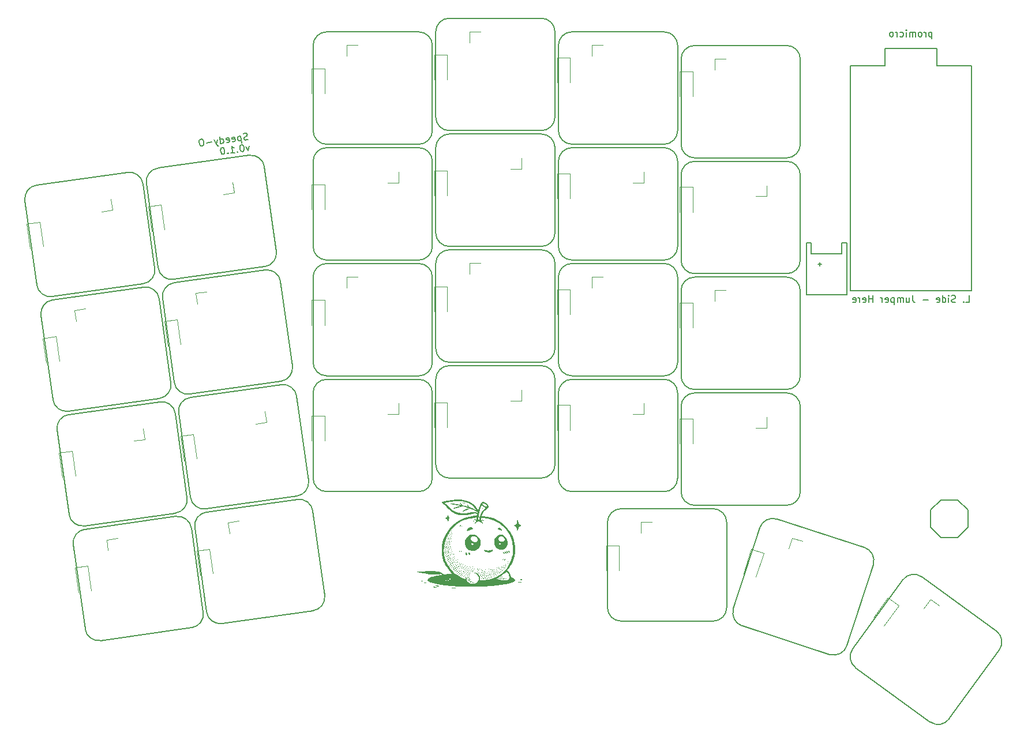
<source format=gbr>
%TF.GenerationSoftware,KiCad,Pcbnew,8.0.7-8.0.7-0~ubuntu24.04.1*%
%TF.CreationDate,2025-01-01T23:44:26+01:00*%
%TF.ProjectId,speedy-o_north-face-finished-extended_VCC,73706565-6479-42d6-9f5f-6e6f7274682d,v1.0.0*%
%TF.SameCoordinates,Original*%
%TF.FileFunction,Legend,Bot*%
%TF.FilePolarity,Positive*%
%FSLAX46Y46*%
G04 Gerber Fmt 4.6, Leading zero omitted, Abs format (unit mm)*
G04 Created by KiCad (PCBNEW 8.0.7-8.0.7-0~ubuntu24.04.1) date 2025-01-01 23:44:26*
%MOMM*%
%LPD*%
G01*
G04 APERTURE LIST*
%ADD10C,0.150000*%
%ADD11C,0.120000*%
%ADD12C,0.000000*%
G04 APERTURE END LIST*
D10*
X101192320Y-92019802D02*
X102931983Y-104398153D01*
X161663149Y-88756306D02*
X161663149Y-101256306D01*
X98438303Y-90387198D02*
X85069684Y-92266035D01*
X125663149Y-71756306D02*
X125663149Y-84256306D01*
X145663149Y-118256306D02*
X159163149Y-118256306D01*
X143163149Y-118256306D02*
X143163149Y-105756306D01*
X125663149Y-88756306D02*
X125663149Y-101256306D01*
X204003537Y-159854308D02*
G75*
G02*
X201483395Y-161138373I-1902037J617908D01*
G01*
X219018390Y-170605783D02*
X226365705Y-160493071D01*
X212207908Y-150206829D02*
X204860592Y-160319541D01*
X179663149Y-107756306D02*
X179663149Y-120256306D01*
X127359503Y-152466295D02*
G75*
G02*
X125657314Y-154725188I-1980603J-278305D01*
G01*
X177163149Y-86756306D02*
X163663149Y-86756306D01*
X118629071Y-104716640D02*
X105260452Y-106595477D01*
X197163149Y-137256306D02*
G75*
G02*
X195163149Y-139256349I-2000049J6D01*
G01*
X163663149Y-86256306D02*
X177163149Y-86256306D01*
X116263129Y-87882083D02*
G75*
G02*
X118522023Y-89584271I278371J-1980517D01*
G01*
X123360957Y-138385754D02*
X109992338Y-140264591D01*
X83367494Y-94524918D02*
G75*
G02*
X85069680Y-92266008I1980606J278318D01*
G01*
X145663149Y-135256306D02*
G75*
G02*
X143663194Y-133256306I-49J1999906D01*
G01*
X186363149Y-154256306D02*
G75*
G02*
X184363149Y-156256349I-2000049J6D01*
G01*
X159163149Y-101756306D02*
G75*
G02*
X161163194Y-103756306I-49J-2000094D01*
G01*
X197163149Y-86256306D02*
G75*
G02*
X195163149Y-88256349I-2000049J6D01*
G01*
X159163149Y-84756306D02*
G75*
G02*
X161163194Y-86756306I-49J-2000094D01*
G01*
X163663149Y-120256306D02*
X177163149Y-120256306D01*
X181663149Y-122256306D02*
X195163149Y-122256306D01*
X143663149Y-120756306D02*
G75*
G02*
X145663149Y-118756249I2000051J6D01*
G01*
X105536131Y-140890870D02*
X92167512Y-142769707D01*
X197163149Y-120256306D02*
X197163149Y-107756306D01*
X141163149Y-103756306D02*
X127663149Y-103756306D01*
X109534677Y-154971411D02*
G75*
G02*
X107832488Y-157230291I-1980477J-278389D01*
G01*
X195163149Y-88756306D02*
G75*
G02*
X197163194Y-90756306I-49J-2000094D01*
G01*
X181663149Y-88256306D02*
X195163149Y-88256306D01*
X127663149Y-86256306D02*
G75*
G02*
X125663194Y-84256306I-49J1999906D01*
G01*
X225923242Y-157699467D02*
X215001513Y-149764366D01*
X127663149Y-86256306D02*
X141163149Y-86256306D01*
X161663149Y-122756306D02*
G75*
G02*
X163663149Y-120756249I2000051J6D01*
G01*
X179163149Y-84256306D02*
G75*
G02*
X177163149Y-86256349I-2000049J6D01*
G01*
X219018390Y-170605783D02*
G75*
G02*
X216224754Y-171048290I-1618090J1175683D01*
G01*
X92097926Y-142274573D02*
X105466545Y-140395736D01*
X88099380Y-128194032D02*
X89839044Y-140572383D01*
X161163149Y-82256306D02*
X161163149Y-69756306D01*
X206582171Y-145445955D02*
G75*
G02*
X207866266Y-147966107I-618071J-1902145D01*
G01*
X161163149Y-82256306D02*
G75*
G02*
X159163149Y-84256349I-2000049J6D01*
G01*
X168863149Y-141756306D02*
G75*
G02*
X170863149Y-139756249I2000051J6D01*
G01*
X107556808Y-122934900D02*
X120925427Y-121056063D01*
X177163149Y-103756306D02*
G75*
G02*
X179163194Y-105756306I-49J-2000094D01*
G01*
X181663149Y-105256306D02*
X195163149Y-105256306D01*
X197163149Y-86256306D02*
X197163149Y-73756306D01*
X159163149Y-101756306D02*
X145663149Y-101756306D01*
X123360957Y-138385754D02*
G75*
G02*
X125619844Y-140087943I278343J-1980546D01*
G01*
X105924205Y-125688916D02*
G75*
G02*
X107626393Y-123430018I1980595J278316D01*
G01*
X179163149Y-118256306D02*
G75*
G02*
X177163149Y-120256349I-2000049J6D01*
G01*
X122627617Y-118797181D02*
G75*
G02*
X120925432Y-121056101I-1980617J-278319D01*
G01*
X145663149Y-84256306D02*
X159163149Y-84256306D01*
X163663149Y-103256306D02*
G75*
G02*
X161663194Y-101256306I-49J1999906D01*
G01*
X179663149Y-90756306D02*
G75*
G02*
X181663149Y-88756249I2000051J6D01*
G01*
X179163149Y-101256306D02*
G75*
G02*
X177163149Y-103256349I-2000049J6D01*
G01*
X161163149Y-116256306D02*
G75*
G02*
X159163149Y-118256349I-2000049J6D01*
G01*
X118629071Y-104716640D02*
G75*
G02*
X120887954Y-106418830I278329J-1980560D01*
G01*
X112288694Y-156604014D02*
G75*
G02*
X110029861Y-154901817I-278394J1980414D01*
G01*
X177163149Y-103756306D02*
X163663149Y-103756306D01*
X143163149Y-101256306D02*
X143163149Y-88756306D01*
X94463869Y-159109130D02*
X107832488Y-157230293D01*
X186363149Y-154256306D02*
X186363149Y-141756306D01*
X127663149Y-120256306D02*
G75*
G02*
X125663194Y-118256306I-49J1999906D01*
G01*
X179663149Y-90756306D02*
X179663149Y-103256306D01*
X107556808Y-122934900D02*
G75*
G02*
X105297915Y-121232712I-278308J1980600D01*
G01*
X109534678Y-154971411D02*
X107795014Y-142593060D01*
X179663149Y-107756306D02*
G75*
G02*
X181663149Y-105756249I2000051J6D01*
G01*
X141163149Y-103756306D02*
G75*
G02*
X143163194Y-105756306I-49J-2000094D01*
G01*
X98438303Y-90387198D02*
G75*
G02*
X100697270Y-92089376I278297J-1980702D01*
G01*
X161663149Y-105756306D02*
X161663149Y-118256306D01*
X125663149Y-105756306D02*
X125663149Y-118256306D01*
X159163149Y-67756306D02*
X145663149Y-67756306D01*
X145663149Y-118256306D02*
G75*
G02*
X143663194Y-116256306I-49J1999906D01*
G01*
X145663149Y-101256306D02*
G75*
G02*
X143663194Y-99256306I-49J1999906D01*
G01*
X177163149Y-69756306D02*
X163663149Y-69756306D01*
X103558262Y-108854359D02*
G75*
G02*
X105260450Y-106595461I1980538J278359D01*
G01*
X122627617Y-118797181D02*
X120887954Y-106418830D01*
X163663149Y-137256306D02*
X177163149Y-137256306D01*
X143163149Y-84256306D02*
X143163149Y-71756306D01*
X100804246Y-107221756D02*
X87435627Y-109100592D01*
X124993560Y-135631738D02*
G75*
G02*
X123291364Y-137890574I-1980460J-278362D01*
G01*
X191222761Y-142558304D02*
X187360048Y-154446511D01*
X159163149Y-118756306D02*
G75*
G02*
X161163194Y-120756306I-49J-2000094D01*
G01*
X179663149Y-73756306D02*
X179663149Y-86256306D01*
X161163149Y-133256306D02*
G75*
G02*
X159163149Y-135256349I-2000049J6D01*
G01*
X108290148Y-142523473D02*
G75*
G02*
X109992344Y-140264632I1980452J278373D01*
G01*
X177163149Y-120756306D02*
X163663149Y-120756306D01*
X177163149Y-120756306D02*
G75*
G02*
X179163194Y-122756306I-49J-2000094D01*
G01*
X102436849Y-104467739D02*
G75*
G02*
X100734663Y-106726649I-1980549J-278361D01*
G01*
X197163149Y-103256306D02*
G75*
G02*
X195163149Y-105256349I-2000049J6D01*
G01*
X125663149Y-88756306D02*
G75*
G02*
X127663149Y-86756249I2000051J6D01*
G01*
X179163149Y-135256306D02*
G75*
G02*
X177163149Y-137256349I-2000049J6D01*
G01*
X105536131Y-140890870D02*
G75*
G02*
X107795034Y-142593057I278369J-1980530D01*
G01*
X161163149Y-133256306D02*
X161163149Y-120756306D01*
X163663149Y-103256306D02*
X177163149Y-103256306D01*
X212207908Y-150206829D02*
G75*
G02*
X215001548Y-149764318I1618092J-1175671D01*
G01*
X85733437Y-111359475D02*
X87473101Y-123737826D01*
X101192320Y-92019802D02*
G75*
G02*
X102894512Y-89760932I1980580J278302D01*
G01*
X143663149Y-86756306D02*
G75*
G02*
X145663149Y-84756249I2000051J6D01*
G01*
X143163149Y-135256306D02*
X143163149Y-122756306D01*
X89731983Y-125440016D02*
G75*
G02*
X87473076Y-123737829I-278383J1980516D01*
G01*
X112288694Y-156604014D02*
X125657313Y-154725177D01*
X143163149Y-118256306D02*
G75*
G02*
X141163149Y-120256349I-2000049J6D01*
G01*
X83367494Y-94524918D02*
X85107158Y-106903268D01*
X170863149Y-156256306D02*
X184363149Y-156256306D01*
X92097926Y-142274573D02*
G75*
G02*
X89839035Y-140572384I-278326J1980573D01*
G01*
X105190866Y-106100343D02*
X118559485Y-104221506D01*
X179663149Y-124756306D02*
X179663149Y-137256306D01*
X100804246Y-107221756D02*
G75*
G02*
X103063144Y-108923944I278354J-1980544D01*
G01*
X159163149Y-118756306D02*
X145663149Y-118756306D01*
X120995014Y-121551197D02*
X107626395Y-123430034D01*
X163663149Y-137256306D02*
G75*
G02*
X161663194Y-135256306I-49J1999906D01*
G01*
X104802792Y-121302296D02*
G75*
G02*
X103100614Y-123561263I-1980692J-278304D01*
G01*
X195163149Y-105756306D02*
X181663149Y-105756306D01*
X145663149Y-101256306D02*
X159163149Y-101256306D01*
X197163149Y-137256306D02*
X197163149Y-124756306D01*
X103170189Y-124056313D02*
X89801570Y-125935150D01*
X177163149Y-69756306D02*
G75*
G02*
X179163194Y-71756306I-49J-2000094D01*
G01*
X163663149Y-86256306D02*
G75*
G02*
X161663194Y-84256306I-49J1999906D01*
G01*
X195163149Y-71756306D02*
G75*
G02*
X197163194Y-73756306I-49J-2000094D01*
G01*
X161663149Y-88756306D02*
G75*
G02*
X163663149Y-86756249I2000051J6D01*
G01*
X159163149Y-84756306D02*
X145663149Y-84756306D01*
X90465322Y-145028589D02*
X92204986Y-157406940D01*
X195163149Y-122756306D02*
G75*
G02*
X197163194Y-124756306I-49J-2000094D01*
G01*
X141163149Y-86756306D02*
X127663149Y-86756306D01*
X108290148Y-142523473D02*
X110029811Y-154901824D01*
X85733437Y-111359475D02*
G75*
G02*
X87435631Y-109100622I1980463J278375D01*
G01*
X141163149Y-120756306D02*
G75*
G02*
X143163194Y-122756306I-49J-2000094D01*
G01*
X124993560Y-135631738D02*
X123253896Y-123253387D01*
X197163149Y-103256306D02*
X197163149Y-90756306D01*
X181663149Y-139256306D02*
X195163149Y-139256306D01*
X141163149Y-69756306D02*
G75*
G02*
X143163194Y-71756306I-49J-2000094D01*
G01*
X120261675Y-101962623D02*
X118522011Y-89584273D01*
X143663149Y-69756306D02*
G75*
G02*
X145663149Y-67756249I2000051J6D01*
G01*
X179163149Y-118256306D02*
X179163149Y-105756306D01*
X161663149Y-122756306D02*
X161663149Y-135256306D01*
X195163149Y-71756306D02*
X181663149Y-71756306D01*
X170863149Y-156256306D02*
G75*
G02*
X168863194Y-154256306I-49J1999906D01*
G01*
X103170189Y-124056313D02*
G75*
G02*
X105429075Y-125758502I278311J-1980587D01*
G01*
X127663149Y-103256306D02*
G75*
G02*
X125663194Y-101256306I-49J1999906D01*
G01*
X191222761Y-142558304D02*
G75*
G02*
X193742907Y-141274229I1902039J-617896D01*
G01*
X125663149Y-105756306D02*
G75*
G02*
X127663149Y-103756249I2000051J6D01*
G01*
X143663149Y-103756306D02*
X143663149Y-116256306D01*
X109922751Y-139769457D02*
X123291370Y-137890620D01*
X206582171Y-145445955D02*
X193742908Y-141274225D01*
X141163149Y-69756306D02*
X127663149Y-69756306D01*
X105924205Y-125688916D02*
X107663869Y-138067267D01*
X94463869Y-159109130D02*
G75*
G02*
X92204966Y-157406943I-278369J1980530D01*
G01*
X168863149Y-141756306D02*
X168863149Y-154256306D01*
X143163149Y-135256306D02*
G75*
G02*
X141163149Y-137256349I-2000049J6D01*
G01*
X181663149Y-122256306D02*
G75*
G02*
X179663194Y-120256306I-49J1999906D01*
G01*
X179163149Y-135256306D02*
X179163149Y-122756306D01*
X103558262Y-108854359D02*
X105297926Y-121232710D01*
X184363149Y-139756306D02*
X170863149Y-139756306D01*
X127663149Y-120256306D02*
X141163149Y-120256306D01*
X188644127Y-156966658D02*
X201483390Y-161138387D01*
X125663149Y-122756306D02*
G75*
G02*
X127663149Y-120756249I2000051J6D01*
G01*
X225923242Y-157699467D02*
G75*
G02*
X226365710Y-160493074I-1175542J-1618033D01*
G01*
X120261675Y-101962623D02*
G75*
G02*
X118559483Y-104221488I-1980475J-278377D01*
G01*
X195163149Y-122756306D02*
X181663149Y-122756306D01*
X107168735Y-138136854D02*
G75*
G02*
X105466545Y-140395735I-1980535J-278346D01*
G01*
X127663149Y-137256306D02*
X141163149Y-137256306D01*
X120995014Y-121551197D02*
G75*
G02*
X123253913Y-123253385I278386J-1980503D01*
G01*
X163663149Y-120256306D02*
G75*
G02*
X161663194Y-118256306I-49J1999906D01*
G01*
X188644127Y-156966658D02*
G75*
G02*
X187360018Y-154446501I618073J1902158D01*
G01*
X161663149Y-105756306D02*
G75*
G02*
X163663149Y-103756249I2000051J6D01*
G01*
X161663149Y-71756306D02*
X161663149Y-84256306D01*
X204003537Y-159854308D02*
X207866250Y-147966102D01*
X197163149Y-120256306D02*
G75*
G02*
X195163149Y-122256349I-2000049J6D01*
G01*
X145663149Y-84256306D02*
G75*
G02*
X143663194Y-82256306I-49J1999906D01*
G01*
X161663149Y-71756306D02*
G75*
G02*
X163663149Y-69756249I2000051J6D01*
G01*
X89731983Y-125440016D02*
X103100602Y-123561179D01*
X179163149Y-84256306D02*
X179163149Y-71756306D01*
X143663149Y-86756306D02*
X143663149Y-99256306D01*
X143663149Y-69756306D02*
X143663149Y-82256306D01*
X159163149Y-67756306D02*
G75*
G02*
X161163194Y-69756306I-49J-2000094D01*
G01*
X161163149Y-116256306D02*
X161163149Y-103756306D01*
X177163149Y-86756306D02*
G75*
G02*
X179163194Y-88756306I-49J-2000094D01*
G01*
X161163149Y-99256306D02*
X161163149Y-86756306D01*
X179663149Y-124756306D02*
G75*
G02*
X181663149Y-122756249I2000051J6D01*
G01*
X195163149Y-88756306D02*
X181663149Y-88756306D01*
X127359503Y-152466295D02*
X125619839Y-140087944D01*
X141163149Y-86756306D02*
G75*
G02*
X143163194Y-88756306I-49J-2000094D01*
G01*
X141163149Y-120756306D02*
X127663149Y-120756306D01*
X143163149Y-84256306D02*
G75*
G02*
X141163149Y-86256349I-2000049J6D01*
G01*
X107168735Y-138136854D02*
X105429071Y-125758503D01*
X145663149Y-135256306D02*
X159163149Y-135256306D01*
X143663149Y-103756306D02*
G75*
G02*
X145663149Y-101756249I2000051J6D01*
G01*
X161163149Y-99256306D02*
G75*
G02*
X159163149Y-101256349I-2000049J6D01*
G01*
X90465323Y-145028589D02*
G75*
G02*
X92167512Y-142769709I1980477J278389D01*
G01*
X102436849Y-104467739D02*
X100697186Y-92089388D01*
X87366040Y-108605458D02*
X100734659Y-106726622D01*
X127663149Y-137256306D02*
G75*
G02*
X125663194Y-135256306I-49J1999906D01*
G01*
X195163149Y-105756306D02*
G75*
G02*
X197163194Y-107756306I-49J-2000094D01*
G01*
X87366040Y-108605458D02*
G75*
G02*
X85107146Y-106903270I-278340J1980558D01*
G01*
X181663149Y-105256306D02*
G75*
G02*
X179663194Y-103256306I-49J1999906D01*
G01*
X205303056Y-163113146D02*
G75*
G02*
X204860574Y-160319528I1175544J1618046D01*
G01*
X125663149Y-122756306D02*
X125663149Y-135256306D01*
X179663149Y-73756306D02*
G75*
G02*
X181663149Y-71756249I2000051J6D01*
G01*
X181663149Y-88256306D02*
G75*
G02*
X179663194Y-86256306I-49J1999906D01*
G01*
X109922751Y-139769457D02*
G75*
G02*
X107663846Y-138067270I-278351J1980557D01*
G01*
X143163149Y-101256306D02*
G75*
G02*
X141163149Y-103256349I-2000049J6D01*
G01*
X88099380Y-128194032D02*
G75*
G02*
X89801562Y-125935095I1980620J278332D01*
G01*
X184363149Y-139756306D02*
G75*
G02*
X186363194Y-141756306I-49J-2000094D01*
G01*
X127663149Y-103256306D02*
X141163149Y-103256306D01*
X205303056Y-163113146D02*
X216224785Y-171048247D01*
X104802792Y-121302296D02*
X103063128Y-108923946D01*
X181663149Y-139256306D02*
G75*
G02*
X179663194Y-137256306I-49J1999906D01*
G01*
X105190866Y-106100343D02*
G75*
G02*
X102931956Y-104398157I-278366J1980543D01*
G01*
X179163149Y-101256306D02*
X179163149Y-88756306D01*
X125663149Y-71756306D02*
G75*
G02*
X127663149Y-69756249I2000051J6D01*
G01*
X143663149Y-120756306D02*
X143663149Y-133256306D01*
X116263129Y-87882083D02*
X102894510Y-89760919D01*
X116095657Y-85534774D02*
X115960817Y-85601811D01*
X115960817Y-85601811D02*
X115725039Y-85634948D01*
X115725039Y-85634948D02*
X115624100Y-85601047D01*
X115624100Y-85601047D02*
X115570318Y-85560519D01*
X115570318Y-85560519D02*
X115509907Y-85472835D01*
X115509907Y-85472835D02*
X115496653Y-85378523D01*
X115496653Y-85378523D02*
X115530554Y-85277585D01*
X115530554Y-85277585D02*
X115571082Y-85223802D01*
X115571082Y-85223802D02*
X115658766Y-85163392D01*
X115658766Y-85163392D02*
X115840761Y-85089727D01*
X115840761Y-85089727D02*
X115928445Y-85029317D01*
X115928445Y-85029317D02*
X115968974Y-84975534D01*
X115968974Y-84975534D02*
X116002875Y-84874595D01*
X116002875Y-84874595D02*
X115989620Y-84780284D01*
X115989620Y-84780284D02*
X115929210Y-84692600D01*
X115929210Y-84692600D02*
X115875427Y-84652072D01*
X115875427Y-84652072D02*
X115774488Y-84618171D01*
X115774488Y-84618171D02*
X115538710Y-84651307D01*
X115538710Y-84651307D02*
X115403871Y-84718345D01*
X115019234Y-85060924D02*
X115158407Y-86051192D01*
X115025861Y-85108080D02*
X114924923Y-85074179D01*
X114924923Y-85074179D02*
X114736300Y-85100688D01*
X114736300Y-85100688D02*
X114648616Y-85161098D01*
X114648616Y-85161098D02*
X114608088Y-85214881D01*
X114608088Y-85214881D02*
X114574187Y-85315819D01*
X114574187Y-85315819D02*
X114613950Y-85598753D01*
X114613950Y-85598753D02*
X114674361Y-85686437D01*
X114674361Y-85686437D02*
X114728144Y-85726965D01*
X114728144Y-85726965D02*
X114829082Y-85760866D01*
X114829082Y-85760866D02*
X115017705Y-85734357D01*
X115017705Y-85734357D02*
X115105389Y-85673947D01*
X113832187Y-85852884D02*
X113933125Y-85886785D01*
X113933125Y-85886785D02*
X114121748Y-85860276D01*
X114121748Y-85860276D02*
X114209432Y-85799866D01*
X114209432Y-85799866D02*
X114243333Y-85698927D01*
X114243333Y-85698927D02*
X114190314Y-85321682D01*
X114190314Y-85321682D02*
X114129904Y-85233998D01*
X114129904Y-85233998D02*
X114028966Y-85200097D01*
X114028966Y-85200097D02*
X113840343Y-85226606D01*
X113840343Y-85226606D02*
X113752659Y-85287016D01*
X113752659Y-85287016D02*
X113718758Y-85387955D01*
X113718758Y-85387955D02*
X113732013Y-85482266D01*
X113732013Y-85482266D02*
X114216824Y-85510305D01*
X112983385Y-85972175D02*
X113084324Y-86006076D01*
X113084324Y-86006076D02*
X113272946Y-85979567D01*
X113272946Y-85979567D02*
X113360630Y-85919157D01*
X113360630Y-85919157D02*
X113394531Y-85818218D01*
X113394531Y-85818218D02*
X113341513Y-85440973D01*
X113341513Y-85440973D02*
X113281103Y-85353289D01*
X113281103Y-85353289D02*
X113180164Y-85319388D01*
X113180164Y-85319388D02*
X112991542Y-85345898D01*
X112991542Y-85345898D02*
X112903858Y-85406308D01*
X112903858Y-85406308D02*
X112869957Y-85507246D01*
X112869957Y-85507246D02*
X112883211Y-85601558D01*
X112883211Y-85601558D02*
X113368022Y-85629596D01*
X112094056Y-86145249D02*
X111954883Y-85154981D01*
X112087428Y-86098094D02*
X112188367Y-86131995D01*
X112188367Y-86131995D02*
X112376989Y-86105486D01*
X112376989Y-86105486D02*
X112464673Y-86045075D01*
X112464673Y-86045075D02*
X112505202Y-85991292D01*
X112505202Y-85991292D02*
X112539103Y-85890354D01*
X112539103Y-85890354D02*
X112499339Y-85607420D01*
X112499339Y-85607420D02*
X112438929Y-85519736D01*
X112438929Y-85519736D02*
X112385146Y-85479208D01*
X112385146Y-85479208D02*
X112284207Y-85445307D01*
X112284207Y-85445307D02*
X112095585Y-85471816D01*
X112095585Y-85471816D02*
X112007901Y-85532226D01*
X111624029Y-85538089D02*
X111481032Y-86231404D01*
X111152472Y-85604362D02*
X111481032Y-86231404D01*
X111481032Y-86231404D02*
X111608480Y-86453928D01*
X111608480Y-86453928D02*
X111662263Y-86494456D01*
X111662263Y-86494456D02*
X111763202Y-86528357D01*
X110814991Y-85940314D02*
X110060501Y-86046351D01*
X109314168Y-85526110D02*
X109125545Y-85552619D01*
X109125545Y-85552619D02*
X109037861Y-85613029D01*
X109037861Y-85613029D02*
X108956804Y-85720595D01*
X108956804Y-85720595D02*
X108936158Y-85915845D01*
X108936158Y-85915845D02*
X108982549Y-86245934D01*
X108982549Y-86245934D02*
X109056214Y-86427929D01*
X109056214Y-86427929D02*
X109163780Y-86508986D01*
X109163780Y-86508986D02*
X109264718Y-86542887D01*
X109264718Y-86542887D02*
X109453341Y-86516378D01*
X109453341Y-86516378D02*
X109541025Y-86455967D01*
X109541025Y-86455967D02*
X109622081Y-86348402D01*
X109622081Y-86348402D02*
X109642728Y-86153152D01*
X109642728Y-86153152D02*
X109596337Y-85823062D01*
X109596337Y-85823062D02*
X109522672Y-85641067D01*
X109522672Y-85641067D02*
X109415106Y-85560011D01*
X109415106Y-85560011D02*
X109314168Y-85526110D01*
X116280719Y-86509400D02*
X116137722Y-87202715D01*
X116137722Y-87202715D02*
X115809162Y-86575673D01*
X115196904Y-86325111D02*
X115102592Y-86338365D01*
X115102592Y-86338365D02*
X115014908Y-86398775D01*
X115014908Y-86398775D02*
X114974380Y-86452558D01*
X114974380Y-86452558D02*
X114940479Y-86553497D01*
X114940479Y-86553497D02*
X114919833Y-86748747D01*
X114919833Y-86748747D02*
X114952969Y-86984525D01*
X114952969Y-86984525D02*
X115026634Y-87166520D01*
X115026634Y-87166520D02*
X115087044Y-87254204D01*
X115087044Y-87254204D02*
X115140827Y-87294732D01*
X115140827Y-87294732D02*
X115241765Y-87328633D01*
X115241765Y-87328633D02*
X115336077Y-87315379D01*
X115336077Y-87315379D02*
X115423761Y-87254969D01*
X115423761Y-87254969D02*
X115464289Y-87201186D01*
X115464289Y-87201186D02*
X115498190Y-87100247D01*
X115498190Y-87100247D02*
X115518836Y-86904997D01*
X115518836Y-86904997D02*
X115485700Y-86669219D01*
X115485700Y-86669219D02*
X115412035Y-86487224D01*
X115412035Y-86487224D02*
X115351625Y-86399540D01*
X115351625Y-86399540D02*
X115297842Y-86359012D01*
X115297842Y-86359012D02*
X115196904Y-86325111D01*
X114568332Y-87327104D02*
X114527804Y-87380887D01*
X114527804Y-87380887D02*
X114581587Y-87421415D01*
X114581587Y-87421415D02*
X114622115Y-87367632D01*
X114622115Y-87367632D02*
X114568332Y-87327104D01*
X114568332Y-87327104D02*
X114581587Y-87421415D01*
X113591319Y-87560588D02*
X114157187Y-87481061D01*
X113874253Y-87520825D02*
X113735080Y-86530557D01*
X113735080Y-86530557D02*
X113849273Y-86658769D01*
X113849273Y-86658769D02*
X113956839Y-86739826D01*
X113956839Y-86739826D02*
X114057777Y-86773727D01*
X113153664Y-87525923D02*
X113113136Y-87579706D01*
X113113136Y-87579706D02*
X113166918Y-87620234D01*
X113166918Y-87620234D02*
X113207447Y-87566451D01*
X113207447Y-87566451D02*
X113153664Y-87525923D01*
X113153664Y-87525923D02*
X113166918Y-87620234D01*
X112367567Y-86722748D02*
X112273256Y-86736003D01*
X112273256Y-86736003D02*
X112185572Y-86796413D01*
X112185572Y-86796413D02*
X112145044Y-86850196D01*
X112145044Y-86850196D02*
X112111143Y-86951134D01*
X112111143Y-86951134D02*
X112090496Y-87146384D01*
X112090496Y-87146384D02*
X112123632Y-87382162D01*
X112123632Y-87382162D02*
X112197297Y-87564157D01*
X112197297Y-87564157D02*
X112257707Y-87651841D01*
X112257707Y-87651841D02*
X112311490Y-87692370D01*
X112311490Y-87692370D02*
X112412429Y-87726271D01*
X112412429Y-87726271D02*
X112506740Y-87713016D01*
X112506740Y-87713016D02*
X112594424Y-87652606D01*
X112594424Y-87652606D02*
X112634952Y-87598823D01*
X112634952Y-87598823D02*
X112668854Y-87497884D01*
X112668854Y-87497884D02*
X112689500Y-87302635D01*
X112689500Y-87302635D02*
X112656364Y-87066857D01*
X112656364Y-87066857D02*
X112582699Y-86884861D01*
X112582699Y-86884861D02*
X112522289Y-86797177D01*
X112522289Y-86797177D02*
X112468506Y-86756649D01*
X112468506Y-86756649D02*
X112367567Y-86722748D01*
X216484528Y-69794452D02*
X216484528Y-70794452D01*
X216484528Y-69842071D02*
X216389290Y-69794452D01*
X216389290Y-69794452D02*
X216198814Y-69794452D01*
X216198814Y-69794452D02*
X216103576Y-69842071D01*
X216103576Y-69842071D02*
X216055957Y-69889690D01*
X216055957Y-69889690D02*
X216008338Y-69984928D01*
X216008338Y-69984928D02*
X216008338Y-70270642D01*
X216008338Y-70270642D02*
X216055957Y-70365880D01*
X216055957Y-70365880D02*
X216103576Y-70413500D01*
X216103576Y-70413500D02*
X216198814Y-70461119D01*
X216198814Y-70461119D02*
X216389290Y-70461119D01*
X216389290Y-70461119D02*
X216484528Y-70413500D01*
X215579766Y-70461119D02*
X215579766Y-69794452D01*
X215579766Y-69984928D02*
X215532147Y-69889690D01*
X215532147Y-69889690D02*
X215484528Y-69842071D01*
X215484528Y-69842071D02*
X215389290Y-69794452D01*
X215389290Y-69794452D02*
X215294052Y-69794452D01*
X214817861Y-70461119D02*
X214913099Y-70413500D01*
X214913099Y-70413500D02*
X214960718Y-70365880D01*
X214960718Y-70365880D02*
X215008337Y-70270642D01*
X215008337Y-70270642D02*
X215008337Y-69984928D01*
X215008337Y-69984928D02*
X214960718Y-69889690D01*
X214960718Y-69889690D02*
X214913099Y-69842071D01*
X214913099Y-69842071D02*
X214817861Y-69794452D01*
X214817861Y-69794452D02*
X214675004Y-69794452D01*
X214675004Y-69794452D02*
X214579766Y-69842071D01*
X214579766Y-69842071D02*
X214532147Y-69889690D01*
X214532147Y-69889690D02*
X214484528Y-69984928D01*
X214484528Y-69984928D02*
X214484528Y-70270642D01*
X214484528Y-70270642D02*
X214532147Y-70365880D01*
X214532147Y-70365880D02*
X214579766Y-70413500D01*
X214579766Y-70413500D02*
X214675004Y-70461119D01*
X214675004Y-70461119D02*
X214817861Y-70461119D01*
X214055956Y-70461119D02*
X214055956Y-69794452D01*
X214055956Y-69889690D02*
X214008337Y-69842071D01*
X214008337Y-69842071D02*
X213913099Y-69794452D01*
X213913099Y-69794452D02*
X213770242Y-69794452D01*
X213770242Y-69794452D02*
X213675004Y-69842071D01*
X213675004Y-69842071D02*
X213627385Y-69937309D01*
X213627385Y-69937309D02*
X213627385Y-70461119D01*
X213627385Y-69937309D02*
X213579766Y-69842071D01*
X213579766Y-69842071D02*
X213484528Y-69794452D01*
X213484528Y-69794452D02*
X213341671Y-69794452D01*
X213341671Y-69794452D02*
X213246432Y-69842071D01*
X213246432Y-69842071D02*
X213198813Y-69937309D01*
X213198813Y-69937309D02*
X213198813Y-70461119D01*
X212722623Y-70461119D02*
X212722623Y-69794452D01*
X212722623Y-69461119D02*
X212770242Y-69508738D01*
X212770242Y-69508738D02*
X212722623Y-69556357D01*
X212722623Y-69556357D02*
X212675004Y-69508738D01*
X212675004Y-69508738D02*
X212722623Y-69461119D01*
X212722623Y-69461119D02*
X212722623Y-69556357D01*
X211817862Y-70413500D02*
X211913100Y-70461119D01*
X211913100Y-70461119D02*
X212103576Y-70461119D01*
X212103576Y-70461119D02*
X212198814Y-70413500D01*
X212198814Y-70413500D02*
X212246433Y-70365880D01*
X212246433Y-70365880D02*
X212294052Y-70270642D01*
X212294052Y-70270642D02*
X212294052Y-69984928D01*
X212294052Y-69984928D02*
X212246433Y-69889690D01*
X212246433Y-69889690D02*
X212198814Y-69842071D01*
X212198814Y-69842071D02*
X212103576Y-69794452D01*
X212103576Y-69794452D02*
X211913100Y-69794452D01*
X211913100Y-69794452D02*
X211817862Y-69842071D01*
X211389290Y-70461119D02*
X211389290Y-69794452D01*
X211389290Y-69984928D02*
X211341671Y-69889690D01*
X211341671Y-69889690D02*
X211294052Y-69842071D01*
X211294052Y-69842071D02*
X211198814Y-69794452D01*
X211198814Y-69794452D02*
X211103576Y-69794452D01*
X210627385Y-70461119D02*
X210722623Y-70413500D01*
X210722623Y-70413500D02*
X210770242Y-70365880D01*
X210770242Y-70365880D02*
X210817861Y-70270642D01*
X210817861Y-70270642D02*
X210817861Y-69984928D01*
X210817861Y-69984928D02*
X210770242Y-69889690D01*
X210770242Y-69889690D02*
X210722623Y-69842071D01*
X210722623Y-69842071D02*
X210627385Y-69794452D01*
X210627385Y-69794452D02*
X210484528Y-69794452D01*
X210484528Y-69794452D02*
X210389290Y-69842071D01*
X210389290Y-69842071D02*
X210341671Y-69889690D01*
X210341671Y-69889690D02*
X210294052Y-69984928D01*
X210294052Y-69984928D02*
X210294052Y-70270642D01*
X210294052Y-70270642D02*
X210341671Y-70365880D01*
X210341671Y-70365880D02*
X210389290Y-70413500D01*
X210389290Y-70413500D02*
X210484528Y-70461119D01*
X210484528Y-70461119D02*
X210627385Y-70461119D01*
X221460719Y-109461119D02*
X221936909Y-109461119D01*
X221936909Y-109461119D02*
X221936909Y-108461119D01*
X221127385Y-109365880D02*
X221079766Y-109413500D01*
X221079766Y-109413500D02*
X221127385Y-109461119D01*
X221127385Y-109461119D02*
X221175004Y-109413500D01*
X221175004Y-109413500D02*
X221127385Y-109365880D01*
X221127385Y-109365880D02*
X221127385Y-109461119D01*
X219936909Y-109413500D02*
X219794052Y-109461119D01*
X219794052Y-109461119D02*
X219555957Y-109461119D01*
X219555957Y-109461119D02*
X219460719Y-109413500D01*
X219460719Y-109413500D02*
X219413100Y-109365880D01*
X219413100Y-109365880D02*
X219365481Y-109270642D01*
X219365481Y-109270642D02*
X219365481Y-109175404D01*
X219365481Y-109175404D02*
X219413100Y-109080166D01*
X219413100Y-109080166D02*
X219460719Y-109032547D01*
X219460719Y-109032547D02*
X219555957Y-108984928D01*
X219555957Y-108984928D02*
X219746433Y-108937309D01*
X219746433Y-108937309D02*
X219841671Y-108889690D01*
X219841671Y-108889690D02*
X219889290Y-108842071D01*
X219889290Y-108842071D02*
X219936909Y-108746833D01*
X219936909Y-108746833D02*
X219936909Y-108651595D01*
X219936909Y-108651595D02*
X219889290Y-108556357D01*
X219889290Y-108556357D02*
X219841671Y-108508738D01*
X219841671Y-108508738D02*
X219746433Y-108461119D01*
X219746433Y-108461119D02*
X219508338Y-108461119D01*
X219508338Y-108461119D02*
X219365481Y-108508738D01*
X218936909Y-109461119D02*
X218936909Y-108794452D01*
X218936909Y-108461119D02*
X218984528Y-108508738D01*
X218984528Y-108508738D02*
X218936909Y-108556357D01*
X218936909Y-108556357D02*
X218889290Y-108508738D01*
X218889290Y-108508738D02*
X218936909Y-108461119D01*
X218936909Y-108461119D02*
X218936909Y-108556357D01*
X218032148Y-109461119D02*
X218032148Y-108461119D01*
X218032148Y-109413500D02*
X218127386Y-109461119D01*
X218127386Y-109461119D02*
X218317862Y-109461119D01*
X218317862Y-109461119D02*
X218413100Y-109413500D01*
X218413100Y-109413500D02*
X218460719Y-109365880D01*
X218460719Y-109365880D02*
X218508338Y-109270642D01*
X218508338Y-109270642D02*
X218508338Y-108984928D01*
X218508338Y-108984928D02*
X218460719Y-108889690D01*
X218460719Y-108889690D02*
X218413100Y-108842071D01*
X218413100Y-108842071D02*
X218317862Y-108794452D01*
X218317862Y-108794452D02*
X218127386Y-108794452D01*
X218127386Y-108794452D02*
X218032148Y-108842071D01*
X217175005Y-109413500D02*
X217270243Y-109461119D01*
X217270243Y-109461119D02*
X217460719Y-109461119D01*
X217460719Y-109461119D02*
X217555957Y-109413500D01*
X217555957Y-109413500D02*
X217603576Y-109318261D01*
X217603576Y-109318261D02*
X217603576Y-108937309D01*
X217603576Y-108937309D02*
X217555957Y-108842071D01*
X217555957Y-108842071D02*
X217460719Y-108794452D01*
X217460719Y-108794452D02*
X217270243Y-108794452D01*
X217270243Y-108794452D02*
X217175005Y-108842071D01*
X217175005Y-108842071D02*
X217127386Y-108937309D01*
X217127386Y-108937309D02*
X217127386Y-109032547D01*
X217127386Y-109032547D02*
X217603576Y-109127785D01*
X215936909Y-109080166D02*
X215175005Y-109080166D01*
X213651195Y-108461119D02*
X213651195Y-109175404D01*
X213651195Y-109175404D02*
X213698814Y-109318261D01*
X213698814Y-109318261D02*
X213794052Y-109413500D01*
X213794052Y-109413500D02*
X213936909Y-109461119D01*
X213936909Y-109461119D02*
X214032147Y-109461119D01*
X212746433Y-108794452D02*
X212746433Y-109461119D01*
X213175004Y-108794452D02*
X213175004Y-109318261D01*
X213175004Y-109318261D02*
X213127385Y-109413500D01*
X213127385Y-109413500D02*
X213032147Y-109461119D01*
X213032147Y-109461119D02*
X212889290Y-109461119D01*
X212889290Y-109461119D02*
X212794052Y-109413500D01*
X212794052Y-109413500D02*
X212746433Y-109365880D01*
X212270242Y-109461119D02*
X212270242Y-108794452D01*
X212270242Y-108889690D02*
X212222623Y-108842071D01*
X212222623Y-108842071D02*
X212127385Y-108794452D01*
X212127385Y-108794452D02*
X211984528Y-108794452D01*
X211984528Y-108794452D02*
X211889290Y-108842071D01*
X211889290Y-108842071D02*
X211841671Y-108937309D01*
X211841671Y-108937309D02*
X211841671Y-109461119D01*
X211841671Y-108937309D02*
X211794052Y-108842071D01*
X211794052Y-108842071D02*
X211698814Y-108794452D01*
X211698814Y-108794452D02*
X211555957Y-108794452D01*
X211555957Y-108794452D02*
X211460718Y-108842071D01*
X211460718Y-108842071D02*
X211413099Y-108937309D01*
X211413099Y-108937309D02*
X211413099Y-109461119D01*
X210936909Y-108794452D02*
X210936909Y-109794452D01*
X210936909Y-108842071D02*
X210841671Y-108794452D01*
X210841671Y-108794452D02*
X210651195Y-108794452D01*
X210651195Y-108794452D02*
X210555957Y-108842071D01*
X210555957Y-108842071D02*
X210508338Y-108889690D01*
X210508338Y-108889690D02*
X210460719Y-108984928D01*
X210460719Y-108984928D02*
X210460719Y-109270642D01*
X210460719Y-109270642D02*
X210508338Y-109365880D01*
X210508338Y-109365880D02*
X210555957Y-109413500D01*
X210555957Y-109413500D02*
X210651195Y-109461119D01*
X210651195Y-109461119D02*
X210841671Y-109461119D01*
X210841671Y-109461119D02*
X210936909Y-109413500D01*
X209651195Y-109413500D02*
X209746433Y-109461119D01*
X209746433Y-109461119D02*
X209936909Y-109461119D01*
X209936909Y-109461119D02*
X210032147Y-109413500D01*
X210032147Y-109413500D02*
X210079766Y-109318261D01*
X210079766Y-109318261D02*
X210079766Y-108937309D01*
X210079766Y-108937309D02*
X210032147Y-108842071D01*
X210032147Y-108842071D02*
X209936909Y-108794452D01*
X209936909Y-108794452D02*
X209746433Y-108794452D01*
X209746433Y-108794452D02*
X209651195Y-108842071D01*
X209651195Y-108842071D02*
X209603576Y-108937309D01*
X209603576Y-108937309D02*
X209603576Y-109032547D01*
X209603576Y-109032547D02*
X210079766Y-109127785D01*
X209175004Y-109461119D02*
X209175004Y-108794452D01*
X209175004Y-108984928D02*
X209127385Y-108889690D01*
X209127385Y-108889690D02*
X209079766Y-108842071D01*
X209079766Y-108842071D02*
X208984528Y-108794452D01*
X208984528Y-108794452D02*
X208889290Y-108794452D01*
X207794051Y-109461119D02*
X207794051Y-108461119D01*
X207794051Y-108937309D02*
X207222623Y-108937309D01*
X207222623Y-109461119D02*
X207222623Y-108461119D01*
X206365480Y-109413500D02*
X206460718Y-109461119D01*
X206460718Y-109461119D02*
X206651194Y-109461119D01*
X206651194Y-109461119D02*
X206746432Y-109413500D01*
X206746432Y-109413500D02*
X206794051Y-109318261D01*
X206794051Y-109318261D02*
X206794051Y-108937309D01*
X206794051Y-108937309D02*
X206746432Y-108842071D01*
X206746432Y-108842071D02*
X206651194Y-108794452D01*
X206651194Y-108794452D02*
X206460718Y-108794452D01*
X206460718Y-108794452D02*
X206365480Y-108842071D01*
X206365480Y-108842071D02*
X206317861Y-108937309D01*
X206317861Y-108937309D02*
X206317861Y-109032547D01*
X206317861Y-109032547D02*
X206794051Y-109127785D01*
X205889289Y-109461119D02*
X205889289Y-108794452D01*
X205889289Y-108984928D02*
X205841670Y-108889690D01*
X205841670Y-108889690D02*
X205794051Y-108842071D01*
X205794051Y-108842071D02*
X205698813Y-108794452D01*
X205698813Y-108794452D02*
X205603575Y-108794452D01*
X204889289Y-109413500D02*
X204984527Y-109461119D01*
X204984527Y-109461119D02*
X205175003Y-109461119D01*
X205175003Y-109461119D02*
X205270241Y-109413500D01*
X205270241Y-109413500D02*
X205317860Y-109318261D01*
X205317860Y-109318261D02*
X205317860Y-108937309D01*
X205317860Y-108937309D02*
X205270241Y-108842071D01*
X205270241Y-108842071D02*
X205175003Y-108794452D01*
X205175003Y-108794452D02*
X204984527Y-108794452D01*
X204984527Y-108794452D02*
X204889289Y-108842071D01*
X204889289Y-108842071D02*
X204841670Y-108937309D01*
X204841670Y-108937309D02*
X204841670Y-109032547D01*
X204841670Y-109032547D02*
X205317860Y-109127785D01*
D11*
%TO.C,D20*%
X125463100Y-75146300D02*
X125463100Y-78806300D01*
X127363100Y-75146300D02*
X125463100Y-75146300D01*
X127363100Y-75146300D02*
X127363100Y-78806300D01*
%TO.C,D3*%
X161463100Y-90546300D02*
X161463100Y-94206300D01*
X163363100Y-90546300D02*
X161463100Y-90546300D01*
X163363100Y-90546300D02*
X163363100Y-94206300D01*
%TO.C,D13*%
X108563914Y-145908309D02*
X109073288Y-149532690D01*
X110445423Y-145643880D02*
X108563914Y-145908309D01*
X110445423Y-145643880D02*
X110954797Y-149268261D01*
%TO.C,D4*%
X161463100Y-73546300D02*
X161463100Y-77206300D01*
X163363100Y-73546300D02*
X161463100Y-73546300D01*
X163363100Y-73546300D02*
X163363100Y-77206300D01*
%TO.C,D1*%
X161463100Y-124546300D02*
X161463100Y-128206300D01*
X163363100Y-124546300D02*
X161463100Y-124546300D01*
X163363100Y-124546300D02*
X163363100Y-128206300D01*
%TO.C,D22*%
X143463100Y-107146300D02*
X143463100Y-110806300D01*
X145363100Y-107146300D02*
X143463100Y-107146300D01*
X145363100Y-107146300D02*
X145363100Y-110806300D01*
%TO.C,D19*%
X125463100Y-92146300D02*
X125463100Y-95806300D01*
X127363100Y-92146300D02*
X125463100Y-92146300D01*
X127363100Y-92146300D02*
X127363100Y-95806300D01*
%TO.C,D12*%
X83641214Y-97909809D02*
X84150588Y-101534190D01*
X85522723Y-97645380D02*
X83641214Y-97909809D01*
X85522723Y-97645380D02*
X86032097Y-101269761D01*
%TO.C,D23*%
X143463100Y-90146300D02*
X143463100Y-93806300D01*
X145363100Y-90146300D02*
X143463100Y-90146300D01*
X145363100Y-90146300D02*
X145363100Y-93806300D01*
%TO.C,D18*%
X125463100Y-109146300D02*
X125463100Y-112806300D01*
X127363100Y-109146300D02*
X125463100Y-109146300D01*
X127363100Y-109146300D02*
X127363100Y-112806300D01*
%TO.C,D26*%
X189984975Y-145720546D02*
X188853973Y-149201413D01*
X191791982Y-146307678D02*
X189984975Y-145720546D01*
X191791982Y-146307678D02*
X190660980Y-149788545D01*
D10*
%TO.C,JST2*%
X198063100Y-100756300D02*
X198063100Y-108356300D01*
X198063100Y-108356300D02*
X203963100Y-108356300D01*
X198763100Y-100756300D02*
X198063100Y-100756300D01*
X198763100Y-102356300D02*
X198763100Y-100756300D01*
X199763100Y-103856300D02*
X200263100Y-103856300D01*
X200013100Y-103606300D02*
X200013100Y-104106300D01*
X203263100Y-100756300D02*
X203263100Y-102356300D01*
X203263100Y-102356300D02*
X198763100Y-102356300D01*
X203963100Y-100756300D02*
X203263100Y-100756300D01*
X203963100Y-108356300D02*
X203963100Y-100756300D01*
D11*
%TO.C,D6*%
X179463100Y-109546300D02*
X179463100Y-113206300D01*
X181363100Y-109546300D02*
X179463100Y-109546300D01*
X181363100Y-109546300D02*
X181363100Y-113206300D01*
%TO.C,D5*%
X179463100Y-126546300D02*
X179463100Y-130206300D01*
X181363100Y-126546300D02*
X179463100Y-126546300D01*
X181363100Y-126546300D02*
X181363100Y-130206300D01*
%TO.C,D14*%
X106197914Y-129073809D02*
X106707288Y-132698190D01*
X108079423Y-128809380D02*
X106197914Y-129073809D01*
X108079423Y-128809380D02*
X108588797Y-132433761D01*
%TO.C,D21*%
X143463100Y-124146300D02*
X143463100Y-127806300D01*
X145363100Y-124146300D02*
X143463100Y-124146300D01*
X145363100Y-124146300D02*
X145363100Y-127806300D01*
%TO.C,D16*%
X101466014Y-95404609D02*
X101975388Y-99028990D01*
X103347523Y-95140180D02*
X101466014Y-95404609D01*
X103347523Y-95140180D02*
X103856897Y-98764561D01*
%TO.C,D25*%
X168663100Y-145146300D02*
X168663100Y-148806300D01*
X170563100Y-145146300D02*
X168663100Y-145146300D01*
X170563100Y-145146300D02*
X170563100Y-148806300D01*
%TO.C,D7*%
X179463100Y-92546300D02*
X179463100Y-96206300D01*
X181363100Y-92546300D02*
X179463100Y-92546300D01*
X181363100Y-92546300D02*
X181363100Y-96206300D01*
%TO.C,D8*%
X179463100Y-75546300D02*
X179463100Y-79206300D01*
X181363100Y-75546300D02*
X179463100Y-75546300D01*
X181363100Y-75546300D02*
X181363100Y-79206300D01*
%TO.C,D9*%
X90739114Y-148413409D02*
X91248488Y-152037790D01*
X92620623Y-148148980D02*
X90739114Y-148413409D01*
X92620623Y-148148980D02*
X93129997Y-151773361D01*
D10*
%TO.C,B2*%
X216263100Y-139956300D02*
X216263100Y-142456300D01*
X217763100Y-138456300D02*
X216263100Y-139956300D01*
X217763100Y-143956300D02*
X216263100Y-142456300D01*
X220263100Y-138456300D02*
X217763100Y-138456300D01*
X220263100Y-138456300D02*
X221763100Y-139956300D01*
X220263100Y-143956300D02*
X217763100Y-143956300D01*
X220263100Y-143956300D02*
X221763100Y-142456300D01*
X221763100Y-139956300D02*
X221763100Y-142456300D01*
D11*
%TO.C,D15*%
X103832014Y-112239209D02*
X104341388Y-115863590D01*
X105713523Y-111974780D02*
X103832014Y-112239209D01*
X105713523Y-111974780D02*
X106222897Y-115599161D01*
%TO.C,D24*%
X143463100Y-73146300D02*
X143463100Y-76806300D01*
X145363100Y-73146300D02*
X143463100Y-73146300D01*
X145363100Y-73146300D02*
X145363100Y-76806300D01*
D10*
%TO.C,pm*%
X204523100Y-74766300D02*
X204523100Y-107786300D01*
X204523100Y-107786300D02*
X222303100Y-107786300D01*
X209603100Y-72226300D02*
X209603100Y-74766300D01*
X209603100Y-74766300D02*
X204523100Y-74766300D01*
X217223100Y-72226300D02*
X209603100Y-72226300D01*
X217223100Y-74766300D02*
X217223100Y-72226300D01*
X222303100Y-74766300D02*
X217223100Y-74766300D01*
X222303100Y-107786300D02*
X222303100Y-74766300D01*
D11*
%TO.C,D17*%
X125463100Y-126146300D02*
X125463100Y-129806300D01*
X127363100Y-126146300D02*
X125463100Y-126146300D01*
X127363100Y-126146300D02*
X127363100Y-129806300D01*
%TO.C,D10*%
X88373114Y-131578909D02*
X88882488Y-135203290D01*
X90254623Y-131314480D02*
X88373114Y-131578909D01*
X90254623Y-131314480D02*
X90763997Y-134938861D01*
%TO.C,D11*%
X86007214Y-114744309D02*
X86516588Y-118368690D01*
X87888723Y-114479880D02*
X86007214Y-114744309D01*
X87888723Y-114479880D02*
X88398097Y-118104261D01*
%TO.C,D27*%
X210053529Y-152831826D02*
X207902235Y-155792828D01*
X211590661Y-153948618D02*
X209439367Y-156909620D01*
X211590661Y-153948618D02*
X210053529Y-152831826D01*
%TO.C,D2*%
X161463100Y-107546300D02*
X161463100Y-111206300D01*
X163363100Y-107546300D02*
X161463100Y-107546300D01*
X163363100Y-107546300D02*
X163363100Y-111206300D01*
%TO.C,LED24*%
X184613100Y-73706300D02*
X186213100Y-73706300D01*
X184613100Y-75306300D02*
X184613100Y-73706300D01*
%TO.C,LED14*%
X148613100Y-103706300D02*
X150213100Y-103706300D01*
X148613100Y-105306300D02*
X148613100Y-103706300D01*
%TO.C,LED8*%
X113835919Y-91808142D02*
X114058596Y-93392571D01*
X114058596Y-93392571D02*
X112474167Y-93615248D01*
%TO.C,LED23*%
X192213100Y-92306300D02*
X192213100Y-93906300D01*
X192213100Y-93906300D02*
X190613100Y-93906300D01*
%TO.C,LED6*%
X118567819Y-125477242D02*
X118790496Y-127061671D01*
X118790496Y-127061671D02*
X117206067Y-127284348D01*
D12*
%TO.C,G\u002A\u002A\u002A*%
G36*
X145255125Y-147210318D02*
G01*
X145246330Y-147219113D01*
X145237535Y-147210318D01*
X145246330Y-147201523D01*
X145255125Y-147210318D01*
G37*
G36*
X145360665Y-144448684D02*
G01*
X145351870Y-144457479D01*
X145343075Y-144448684D01*
X145351870Y-144439889D01*
X145360665Y-144448684D01*
G37*
G36*
X145501385Y-147773199D02*
G01*
X145492590Y-147781994D01*
X145483795Y-147773199D01*
X145492590Y-147764404D01*
X145501385Y-147773199D01*
G37*
G36*
X145518975Y-147808379D02*
G01*
X145510180Y-147817174D01*
X145501385Y-147808379D01*
X145510180Y-147799584D01*
X145518975Y-147808379D01*
G37*
G36*
X146222576Y-145820706D02*
G01*
X146213781Y-145829501D01*
X146204986Y-145820706D01*
X146213781Y-145811911D01*
X146222576Y-145820706D01*
G37*
G36*
X147946399Y-149778462D02*
G01*
X147937604Y-149787257D01*
X147928809Y-149778462D01*
X147937604Y-149769667D01*
X147946399Y-149778462D01*
G37*
G36*
X149687812Y-148740651D02*
G01*
X149679017Y-148749446D01*
X149670222Y-148740651D01*
X149679017Y-148731856D01*
X149687812Y-148740651D01*
G37*
G36*
X150672854Y-139101315D02*
G01*
X150664058Y-139110110D01*
X150655263Y-139101315D01*
X150664058Y-139092520D01*
X150672854Y-139101315D01*
G37*
G36*
X151886565Y-148441620D02*
G01*
X151877770Y-148450415D01*
X151868975Y-148441620D01*
X151877770Y-148432825D01*
X151886565Y-148441620D01*
G37*
G36*
X153575208Y-148898961D02*
G01*
X153566413Y-148907756D01*
X153557618Y-148898961D01*
X153566413Y-148890166D01*
X153575208Y-148898961D01*
G37*
G36*
X146190695Y-142739230D02*
G01*
X146198836Y-142745562D01*
X146180067Y-142749858D01*
X146162226Y-142748614D01*
X146156980Y-142740619D01*
X146163203Y-142737133D01*
X146190695Y-142739230D01*
G37*
G36*
X148872807Y-150584672D02*
G01*
X148875559Y-150589963D01*
X148861081Y-150596399D01*
X148851769Y-150595129D01*
X148849354Y-150584672D01*
X148851932Y-150582567D01*
X148872807Y-150584672D01*
G37*
G36*
X153076824Y-148139658D02*
G01*
X153079576Y-148144949D01*
X153065097Y-148151385D01*
X153055785Y-148150115D01*
X153053371Y-148139658D01*
X153055949Y-148137553D01*
X153076824Y-148139658D01*
G37*
G36*
X145042922Y-146066273D02*
G01*
X145052075Y-146081252D01*
X145040081Y-146116407D01*
X145018433Y-146154917D01*
X145012227Y-146113829D01*
X145010091Y-146088515D01*
X145018540Y-146062109D01*
X145042922Y-146066273D01*
G37*
G36*
X146201879Y-146241938D02*
G01*
X146200861Y-146256629D01*
X146178601Y-146269252D01*
X146162425Y-146264629D01*
X146155565Y-146238469D01*
X146166564Y-146216184D01*
X146186657Y-146214919D01*
X146201879Y-146241938D01*
G37*
G36*
X145406755Y-147562018D02*
G01*
X145413166Y-147592901D01*
X145412970Y-147602438D01*
X145408676Y-147619908D01*
X145395845Y-147606094D01*
X145389955Y-147596434D01*
X145379478Y-147564397D01*
X145395845Y-147553324D01*
X145406755Y-147562018D01*
G37*
G36*
X146007733Y-144020644D02*
G01*
X146011496Y-144044113D01*
X146009577Y-144056243D01*
X145994458Y-144070498D01*
X145987179Y-144066763D01*
X145987545Y-144044113D01*
X145993241Y-144031483D01*
X146004583Y-144017728D01*
X146007733Y-144020644D01*
G37*
G36*
X146011496Y-144800484D02*
G01*
X146019854Y-144809295D01*
X146028817Y-144841100D01*
X146028757Y-144845100D01*
X146025157Y-144860943D01*
X146011496Y-144844460D01*
X145998540Y-144820040D01*
X145995958Y-144799065D01*
X146011496Y-144800484D01*
G37*
G36*
X146433657Y-144642726D02*
G01*
X146430599Y-144654762D01*
X146407272Y-144668559D01*
X146395162Y-144666796D01*
X146380887Y-144652851D01*
X146383995Y-144644284D01*
X146407272Y-144627018D01*
X146422002Y-144624981D01*
X146433657Y-144642726D01*
G37*
G36*
X146568253Y-147345484D02*
G01*
X146580738Y-147368628D01*
X146583503Y-147382120D01*
X146573825Y-147395014D01*
X146565992Y-147392041D01*
X146556787Y-147368628D01*
X146557551Y-147356607D01*
X146563700Y-147342243D01*
X146568253Y-147345484D01*
G37*
G36*
X148885205Y-148176803D02*
G01*
X148896261Y-148202865D01*
X148889864Y-148227746D01*
X148859791Y-148239335D01*
X148835692Y-148233792D01*
X148829210Y-148208754D01*
X148837565Y-148188811D01*
X148861106Y-148172516D01*
X148885205Y-148176803D01*
G37*
G36*
X149101987Y-148266018D02*
G01*
X149098546Y-148292105D01*
X149094946Y-148296909D01*
X149071123Y-148309695D01*
X149056904Y-148297133D01*
X149056697Y-148270678D01*
X149070946Y-148248881D01*
X149088028Y-148247716D01*
X149101987Y-148266018D01*
G37*
G36*
X150496062Y-139566611D02*
G01*
X150502927Y-139581139D01*
X150503549Y-139606189D01*
X150495974Y-139616179D01*
X150483747Y-139614789D01*
X150479633Y-139580644D01*
X150479764Y-139573343D01*
X150483870Y-139554152D01*
X150496062Y-139566611D01*
G37*
G36*
X151260725Y-149278528D02*
G01*
X151262119Y-149294737D01*
X151258509Y-149300001D01*
X151243491Y-149312327D01*
X151241736Y-149311869D01*
X151235734Y-149294737D01*
X151236450Y-149289915D01*
X151254363Y-149277146D01*
X151260725Y-149278528D01*
G37*
G36*
X151520593Y-149648350D02*
G01*
X151534765Y-149664127D01*
X151527689Y-149674540D01*
X151498547Y-149681717D01*
X151478586Y-149677972D01*
X151473200Y-149664127D01*
X151479470Y-149657257D01*
X151509418Y-149646537D01*
X151520593Y-149648350D01*
G37*
G36*
X152435258Y-148345987D02*
G01*
X152449446Y-148373142D01*
X152446403Y-148384531D01*
X152423061Y-148397645D01*
X152407805Y-148391232D01*
X152396676Y-148363017D01*
X152401368Y-148341374D01*
X152423061Y-148338514D01*
X152435258Y-148345987D01*
G37*
G36*
X153310118Y-147993664D02*
G01*
X153328426Y-148008372D01*
X153317221Y-148034118D01*
X153311219Y-148039319D01*
X153286892Y-148043686D01*
X153276178Y-148019460D01*
X153279242Y-148007155D01*
X153302563Y-147993074D01*
X153310118Y-147993664D01*
G37*
G36*
X153477343Y-148139790D02*
G01*
X153487328Y-148164406D01*
X153475267Y-148192692D01*
X153467899Y-148195700D01*
X153449151Y-148182432D01*
X153442184Y-148170405D01*
X153437112Y-148142689D01*
X153460873Y-148133795D01*
X153477343Y-148139790D01*
G37*
G36*
X153856649Y-147705184D02*
G01*
X153856519Y-147708008D01*
X153844922Y-147735087D01*
X153842485Y-147737181D01*
X153824107Y-147737726D01*
X153822394Y-147730213D01*
X153835834Y-147707823D01*
X153847724Y-147698644D01*
X153856649Y-147705184D01*
G37*
G36*
X144983584Y-145552217D02*
G01*
X144984192Y-145579686D01*
X144970823Y-145606962D01*
X144964899Y-145613171D01*
X144949137Y-145621103D01*
X144941413Y-145597040D01*
X144941262Y-145574355D01*
X144954029Y-145543091D01*
X144972125Y-145536434D01*
X144983584Y-145552217D01*
G37*
G36*
X145053933Y-144942322D02*
G01*
X145061635Y-144974919D01*
X145053925Y-145010140D01*
X145027021Y-145020360D01*
X145019293Y-145020131D01*
X145001136Y-145011037D01*
X145006714Y-144981688D01*
X145014282Y-144964476D01*
X145035709Y-144939142D01*
X145053933Y-144942322D01*
G37*
G36*
X145234469Y-147075973D02*
G01*
X145236344Y-147114453D01*
X145236253Y-147118951D01*
X145234389Y-147154609D01*
X145228720Y-147158809D01*
X145215810Y-147134987D01*
X145205373Y-147101502D01*
X145217001Y-147074301D01*
X145225286Y-147067949D01*
X145234469Y-147075973D01*
G37*
G36*
X145849290Y-143314152D02*
G01*
X145865450Y-143319705D01*
X145853186Y-143340512D01*
X145839824Y-143355241D01*
X145824647Y-143366897D01*
X145821622Y-143363982D01*
X145818006Y-143340512D01*
X145821870Y-143327295D01*
X145846545Y-143314127D01*
X145849290Y-143314152D01*
G37*
G36*
X146002974Y-143765308D02*
G01*
X146023101Y-143793007D01*
X146018688Y-143826831D01*
X146004933Y-143835887D01*
X145970259Y-143838436D01*
X145947471Y-143829401D01*
X145931911Y-143803014D01*
X145939279Y-143774169D01*
X145969680Y-143757345D01*
X146002974Y-143765308D01*
G37*
G36*
X146065987Y-143369683D02*
G01*
X146093535Y-143391782D01*
X146092263Y-143430605D01*
X146084401Y-143443201D01*
X146058227Y-143452064D01*
X146030599Y-143438388D01*
X146014670Y-143406295D01*
X146017848Y-143375691D01*
X146044415Y-143366897D01*
X146065987Y-143369683D01*
G37*
G36*
X146263584Y-144214513D02*
G01*
X146275347Y-144234672D01*
X146274671Y-144243174D01*
X146263620Y-144269852D01*
X146236454Y-144281498D01*
X146216651Y-144267390D01*
X146216875Y-144235884D01*
X146218181Y-144232869D01*
X146239117Y-144214024D01*
X146263584Y-144214513D01*
G37*
G36*
X146457176Y-147765467D02*
G01*
X146465625Y-147793035D01*
X146451008Y-147817322D01*
X146420631Y-147825450D01*
X146392528Y-147813212D01*
X146384623Y-147784380D01*
X146391610Y-147769232D01*
X146420719Y-147750114D01*
X146432519Y-147749836D01*
X146457176Y-147765467D01*
G37*
G36*
X146691105Y-147649713D02*
G01*
X146712178Y-147678115D01*
X146708263Y-147721663D01*
X146695113Y-147737261D01*
X146658008Y-147743650D01*
X146628020Y-147730280D01*
X146618352Y-147694044D01*
X146626569Y-147659623D01*
X146658008Y-147644438D01*
X146691105Y-147649713D01*
G37*
G36*
X147040810Y-147431774D02*
G01*
X147067945Y-147450248D01*
X147077534Y-147478652D01*
X147063096Y-147503259D01*
X147045332Y-147511614D01*
X147015475Y-147505707D01*
X146999712Y-147468393D01*
X147002506Y-147439537D01*
X147028612Y-147430194D01*
X147040810Y-147431774D01*
G37*
G36*
X147533559Y-148015418D02*
G01*
X147538042Y-148032415D01*
X147513093Y-148066032D01*
X147485943Y-148086811D01*
X147462694Y-148081398D01*
X147453878Y-148044806D01*
X147463166Y-148019103D01*
X147497854Y-148010665D01*
X147498441Y-148010665D01*
X147533559Y-148015418D01*
G37*
G36*
X147632025Y-148743874D02*
G01*
X147648690Y-148761849D01*
X147658804Y-148785389D01*
X147645218Y-148808679D01*
X147636254Y-148818309D01*
X147611637Y-148834636D01*
X147598489Y-148819709D01*
X147594599Y-148771922D01*
X147594599Y-148706448D01*
X147632025Y-148743874D01*
G37*
G36*
X147936639Y-149581893D02*
G01*
X147946399Y-149606616D01*
X147943625Y-149625559D01*
X147925071Y-149660829D01*
X147899613Y-149676421D01*
X147876343Y-149666297D01*
X147867244Y-149627481D01*
X147875054Y-149595076D01*
X147906822Y-149579351D01*
X147936639Y-149581893D01*
G37*
G36*
X148027783Y-148775296D02*
G01*
X148029907Y-148794438D01*
X148016087Y-148829411D01*
X147996452Y-148845738D01*
X147967424Y-148845480D01*
X147949736Y-148815137D01*
X147956513Y-148786951D01*
X147980376Y-148766359D01*
X148008445Y-148760273D01*
X148027783Y-148775296D01*
G37*
G36*
X148419846Y-149711466D02*
G01*
X148435211Y-149741597D01*
X148421144Y-149778686D01*
X148389206Y-149800692D01*
X148348531Y-149800063D01*
X148317232Y-149772362D01*
X148311093Y-149736528D01*
X148333730Y-149709553D01*
X148381425Y-149699307D01*
X148419846Y-149711466D01*
G37*
G36*
X148423540Y-149184370D02*
G01*
X148431797Y-149197250D01*
X148433013Y-149231989D01*
X148417925Y-149251240D01*
X148386252Y-149258431D01*
X148358722Y-149240278D01*
X148355967Y-149220456D01*
X148371912Y-149194467D01*
X148398639Y-149178814D01*
X148423540Y-149184370D01*
G37*
G36*
X148452834Y-148731247D02*
G01*
X148439273Y-148757816D01*
X148420611Y-148775462D01*
X148396495Y-148784005D01*
X148386150Y-148769189D01*
X148387594Y-148762050D01*
X148405141Y-148738553D01*
X148431065Y-148720848D01*
X148450647Y-148720129D01*
X148452834Y-148731247D01*
G37*
G36*
X149320215Y-148882815D02*
G01*
X149345401Y-148903127D01*
X149351351Y-148935027D01*
X149333345Y-148962530D01*
X149309936Y-148972611D01*
X149283798Y-148963228D01*
X149274446Y-148923880D01*
X149281623Y-148892196D01*
X149309385Y-148881371D01*
X149320215Y-148882815D01*
G37*
G36*
X149587740Y-148636801D02*
G01*
X149599862Y-148670291D01*
X149592651Y-148703397D01*
X149565720Y-148714266D01*
X149546742Y-148712343D01*
X149519997Y-148692680D01*
X149522532Y-148654288D01*
X149532675Y-148637527D01*
X149560688Y-148624916D01*
X149587740Y-148636801D01*
G37*
G36*
X149835889Y-148549042D02*
G01*
X149858144Y-148566378D01*
X149859897Y-148596240D01*
X149833116Y-148624100D01*
X149797733Y-148631175D01*
X149773065Y-148611964D01*
X149770835Y-148572899D01*
X149778006Y-148552741D01*
X149797574Y-148539449D01*
X149835889Y-148549042D01*
G37*
G36*
X150417798Y-148672725D02*
G01*
X150432892Y-148681820D01*
X150442807Y-148711027D01*
X150422562Y-148746441D01*
X150393116Y-148762731D01*
X150360270Y-148754754D01*
X150342110Y-148720722D01*
X150347400Y-148690107D01*
X150375591Y-148669398D01*
X150417798Y-148672725D01*
G37*
G36*
X150841532Y-148881976D02*
G01*
X150840521Y-148923575D01*
X150820810Y-148951156D01*
X150784697Y-148959290D01*
X150746732Y-148939418D01*
X150728602Y-148912782D01*
X150733470Y-148882073D01*
X150770887Y-148861886D01*
X150815746Y-148860332D01*
X150841532Y-148881976D01*
G37*
G36*
X150963520Y-148683478D02*
G01*
X150970464Y-148701528D01*
X150949896Y-148720206D01*
X150941280Y-148723654D01*
X150923511Y-148730467D01*
X150921485Y-148728120D01*
X150919114Y-148705471D01*
X150922179Y-148693166D01*
X150945499Y-148679086D01*
X150963520Y-148683478D01*
G37*
G36*
X151095056Y-149275647D02*
G01*
X151083287Y-149300600D01*
X151071883Y-149306826D01*
X151037847Y-149312327D01*
X151020463Y-149309332D01*
X151011034Y-149294219D01*
X151024452Y-149275285D01*
X151056814Y-149262731D01*
X151077055Y-149262418D01*
X151095056Y-149275647D01*
G37*
G36*
X151119700Y-148863644D02*
G01*
X151130194Y-148898961D01*
X151122983Y-148932067D01*
X151096052Y-148942936D01*
X151066107Y-148936906D01*
X151048095Y-148913635D01*
X151060474Y-148880600D01*
X151061288Y-148879629D01*
X151093894Y-148856453D01*
X151119700Y-148863644D01*
G37*
G36*
X151842677Y-149178282D02*
G01*
X151865418Y-149207730D01*
X151862614Y-149250761D01*
X151847202Y-149270548D01*
X151815078Y-149274405D01*
X151781211Y-149250985D01*
X151767344Y-149216051D01*
X151780288Y-149184794D01*
X151816205Y-149171606D01*
X151842677Y-149178282D01*
G37*
G36*
X153358564Y-148199118D02*
G01*
X153375522Y-148227188D01*
X153371942Y-148258512D01*
X153360360Y-148267444D01*
X153326686Y-148274515D01*
X153300413Y-148266111D01*
X153296942Y-148235117D01*
X153306319Y-148209982D01*
X153331132Y-148190278D01*
X153358564Y-148199118D01*
G37*
G36*
X153629754Y-147827409D02*
G01*
X153654952Y-147847714D01*
X153660907Y-147879622D01*
X153642901Y-147907145D01*
X153607409Y-147922423D01*
X153582989Y-147912682D01*
X153578437Y-147874342D01*
X153590285Y-147837782D01*
X153618942Y-147825969D01*
X153629754Y-147827409D01*
G37*
G36*
X153779787Y-148186801D02*
G01*
X153808655Y-148193745D01*
X153810239Y-148212950D01*
X153794500Y-148229510D01*
X153758021Y-148239335D01*
X153731114Y-148234233D01*
X153715928Y-148212950D01*
X153726659Y-148194501D01*
X153768146Y-148186565D01*
X153779787Y-148186801D01*
G37*
G36*
X145038580Y-145816041D02*
G01*
X145049571Y-145827113D01*
X145072513Y-145854519D01*
X145073139Y-145874114D01*
X145053819Y-145898779D01*
X145036054Y-145915842D01*
X145010683Y-145924081D01*
X144996003Y-145899709D01*
X144991275Y-145842055D01*
X144991275Y-145768736D01*
X145038580Y-145816041D01*
G37*
G36*
X145108521Y-146621172D02*
G01*
X145122921Y-146654963D01*
X145127896Y-146697459D01*
X145123465Y-146726163D01*
X145105749Y-146743246D01*
X145087646Y-146732782D01*
X145075424Y-146691079D01*
X145073933Y-146676926D01*
X145077833Y-146636864D01*
X145091427Y-146616710D01*
X145108521Y-146621172D01*
G37*
G36*
X145169622Y-146870846D02*
G01*
X145191148Y-146896598D01*
X145201891Y-146935410D01*
X145199186Y-146973012D01*
X145180367Y-146995135D01*
X145160291Y-146995226D01*
X145139833Y-146969304D01*
X145132264Y-146915685D01*
X145137501Y-146882885D01*
X145156498Y-146867313D01*
X145169622Y-146870846D01*
G37*
G36*
X145222335Y-145918757D02*
G01*
X145256081Y-145939743D01*
X145268517Y-145976404D01*
X145253798Y-146015795D01*
X145233044Y-146032128D01*
X145195365Y-146032955D01*
X145161863Y-146003395D01*
X145151295Y-145963969D01*
X145168623Y-145930892D01*
X145209412Y-145917451D01*
X145222335Y-145918757D01*
G37*
G36*
X145265580Y-146439069D02*
G01*
X145269397Y-146475031D01*
X145243604Y-146518525D01*
X145225646Y-146535358D01*
X145188230Y-146551541D01*
X145160456Y-146539306D01*
X145149585Y-146500076D01*
X145161149Y-146448521D01*
X145192245Y-146419185D01*
X145236691Y-146418499D01*
X145265580Y-146439069D01*
G37*
G36*
X145401875Y-147336590D02*
G01*
X145413435Y-147370782D01*
X145411144Y-147379505D01*
X145389289Y-147393044D01*
X145357883Y-147392508D01*
X145333804Y-147376653D01*
X145331109Y-147362415D01*
X145343895Y-147332461D01*
X145347464Y-147328675D01*
X145375655Y-147320223D01*
X145401875Y-147336590D01*
G37*
G36*
X145458254Y-144179022D02*
G01*
X145472711Y-144208871D01*
X145463049Y-144241407D01*
X145445192Y-144254203D01*
X145406179Y-144260440D01*
X145392572Y-144256511D01*
X145371752Y-144232540D01*
X145374423Y-144199151D01*
X145401273Y-144169161D01*
X145429417Y-144163246D01*
X145458254Y-144179022D01*
G37*
G36*
X145481279Y-144844830D02*
G01*
X145512821Y-144860533D01*
X145519230Y-144892010D01*
X145497647Y-144929112D01*
X145471960Y-144944788D01*
X145447665Y-144933583D01*
X145434254Y-144891476D01*
X145432835Y-144872752D01*
X145441417Y-144849711D01*
X145473832Y-144844460D01*
X145481279Y-144844830D01*
G37*
G36*
X145767251Y-144961222D02*
G01*
X145777694Y-144993658D01*
X145765971Y-145036575D01*
X145765592Y-145037279D01*
X145737045Y-145067952D01*
X145707454Y-145067914D01*
X145685813Y-145037106D01*
X145685008Y-145000700D01*
X145705817Y-144965004D01*
X145741557Y-144950000D01*
X145767251Y-144961222D01*
G37*
G36*
X145783428Y-145900986D02*
G01*
X145793817Y-145931135D01*
X145781893Y-145962551D01*
X145770682Y-145974039D01*
X145737449Y-145988055D01*
X145711366Y-145976066D01*
X145700203Y-145944863D01*
X145711730Y-145901236D01*
X145732638Y-145872724D01*
X145757777Y-145869296D01*
X145783428Y-145900986D01*
G37*
G36*
X145810335Y-145302733D02*
G01*
X145829433Y-145324814D01*
X145830241Y-145359593D01*
X145796018Y-145394496D01*
X145755454Y-145409019D01*
X145724435Y-145394482D01*
X145712466Y-145353035D01*
X145715131Y-145337324D01*
X145738835Y-145306789D01*
X145775371Y-145292791D01*
X145810335Y-145302733D01*
G37*
G36*
X145880575Y-146166470D02*
G01*
X145912456Y-146184117D01*
X145928696Y-146214847D01*
X145920390Y-146246670D01*
X145902533Y-146259467D01*
X145863520Y-146265703D01*
X145836746Y-146250420D01*
X145825277Y-146218596D01*
X145833165Y-146185604D01*
X145860818Y-146166437D01*
X145880575Y-146166470D01*
G37*
G36*
X145899374Y-148188526D02*
G01*
X145885354Y-148220032D01*
X145873615Y-148237039D01*
X145848662Y-148255938D01*
X145828254Y-148241686D01*
X145828021Y-148241280D01*
X145832841Y-148220823D01*
X145854143Y-148194914D01*
X145880000Y-148175176D01*
X145898488Y-148173233D01*
X145899374Y-148188526D01*
G37*
G36*
X145980520Y-145773899D02*
G01*
X145988046Y-145786776D01*
X145987525Y-145820757D01*
X145972766Y-145838766D01*
X145941127Y-145845182D01*
X145910743Y-145832381D01*
X145897161Y-145803357D01*
X145897509Y-145798064D01*
X145915040Y-145770075D01*
X145947891Y-145760189D01*
X145980520Y-145773899D01*
G37*
G36*
X145978831Y-148356820D02*
G01*
X146002916Y-148388306D01*
X146005221Y-148423806D01*
X145999809Y-148435160D01*
X145976774Y-148449185D01*
X145944654Y-148429307D01*
X145938413Y-148422028D01*
X145924952Y-148388724D01*
X145928250Y-148358227D01*
X145947777Y-148344875D01*
X145978831Y-148356820D01*
G37*
G36*
X145987771Y-142990010D02*
G01*
X145990210Y-143020134D01*
X145963124Y-143048868D01*
X145937801Y-143061830D01*
X145910612Y-143063820D01*
X145894204Y-143040118D01*
X145892031Y-143031745D01*
X145900902Y-142997908D01*
X145929168Y-142974112D01*
X145964398Y-142972357D01*
X145987771Y-142990010D01*
G37*
G36*
X146099446Y-148533409D02*
G01*
X146100559Y-148545027D01*
X146110123Y-148580902D01*
X146112713Y-148595845D01*
X146100776Y-148608725D01*
X146099689Y-148608702D01*
X146076592Y-148593745D01*
X146068232Y-148562951D01*
X146079521Y-148533665D01*
X146093153Y-148523042D01*
X146099446Y-148533409D01*
G37*
G36*
X146321144Y-146385358D02*
G01*
X146326013Y-146416792D01*
X146306129Y-146463384D01*
X146304225Y-146466313D01*
X146274040Y-146490836D01*
X146243946Y-146487534D01*
X146225723Y-146457298D01*
X146227753Y-146425908D01*
X146253154Y-146389733D01*
X146295090Y-146374792D01*
X146321144Y-146385358D01*
G37*
G36*
X146361814Y-148072850D02*
G01*
X146373841Y-148098111D01*
X146353499Y-148134903D01*
X146319855Y-148162404D01*
X146287842Y-148164319D01*
X146266602Y-148133952D01*
X146261397Y-148104318D01*
X146276080Y-148073611D01*
X146319322Y-148063435D01*
X146319481Y-148063435D01*
X146361814Y-148072850D01*
G37*
G36*
X146536934Y-146920394D02*
G01*
X146552904Y-146937676D01*
X146556470Y-146968841D01*
X146545060Y-146996306D01*
X146536565Y-147002760D01*
X146504432Y-147005810D01*
X146480888Y-146983791D01*
X146479865Y-146962367D01*
X146499373Y-146933005D01*
X146533920Y-146920083D01*
X146536934Y-146920394D01*
G37*
G36*
X146732247Y-149023473D02*
G01*
X146743273Y-149047687D01*
X146724268Y-149083241D01*
X146696668Y-149110109D01*
X146673430Y-149116244D01*
X146648255Y-149097728D01*
X146630125Y-149071092D01*
X146634994Y-149040383D01*
X146672410Y-149020196D01*
X146695889Y-149016310D01*
X146732247Y-149023473D01*
G37*
G36*
X146846952Y-149234330D02*
G01*
X146877670Y-149265591D01*
X146890998Y-149303544D01*
X146877593Y-149309665D01*
X146842625Y-149309097D01*
X146827926Y-149305856D01*
X146798093Y-149286185D01*
X146784630Y-149258947D01*
X146790532Y-149234794D01*
X146818795Y-149224376D01*
X146846952Y-149234330D01*
G37*
G36*
X147050449Y-149384685D02*
G01*
X147076660Y-149407091D01*
X147094100Y-149441345D01*
X147093058Y-149471000D01*
X147083048Y-149482766D01*
X147058500Y-149483857D01*
X147023926Y-149454155D01*
X147005326Y-149422520D01*
X147010117Y-149394113D01*
X147040932Y-149382687D01*
X147050449Y-149384685D01*
G37*
G36*
X147207872Y-148484091D02*
G01*
X147217373Y-148515850D01*
X147203816Y-148541087D01*
X147195133Y-148546407D01*
X147169304Y-148554231D01*
X147139839Y-148540333D01*
X147127995Y-148521015D01*
X147133539Y-148490487D01*
X147153409Y-148465673D01*
X147180141Y-148461225D01*
X147207872Y-148484091D01*
G37*
G36*
X147304690Y-147563104D02*
G01*
X147319197Y-147588040D01*
X147309998Y-147618696D01*
X147298897Y-147628900D01*
X147267029Y-147641274D01*
X147252395Y-147635319D01*
X147243407Y-147610365D01*
X147249839Y-147579814D01*
X147270958Y-147559004D01*
X147275422Y-147557569D01*
X147304690Y-147563104D01*
G37*
G36*
X147326548Y-148099553D02*
G01*
X147355383Y-148117739D01*
X147360800Y-148149078D01*
X147339039Y-148180313D01*
X147311975Y-148196345D01*
X147272992Y-148201534D01*
X147249073Y-148177546D01*
X147250656Y-148142430D01*
X147276251Y-148111626D01*
X147315864Y-148098615D01*
X147326548Y-148099553D01*
G37*
G36*
X147401472Y-148318715D02*
G01*
X147415691Y-148339421D01*
X147415706Y-148377266D01*
X147397077Y-148412231D01*
X147367505Y-148428594D01*
X147334670Y-148420267D01*
X147316488Y-148385463D01*
X147317583Y-148368503D01*
X147337210Y-148336302D01*
X147369495Y-148316311D01*
X147401472Y-148318715D01*
G37*
G36*
X147457254Y-149612869D02*
G01*
X147475497Y-149653887D01*
X147477479Y-149669504D01*
X147469799Y-149695855D01*
X147445689Y-149694141D01*
X147409527Y-149663711D01*
X147389013Y-149631917D01*
X147396824Y-149608606D01*
X147397048Y-149608383D01*
X147428125Y-149595986D01*
X147457254Y-149612869D01*
G37*
G36*
X147919723Y-148229839D02*
G01*
X147945351Y-148261322D01*
X147951451Y-148293954D01*
X147932627Y-148322887D01*
X147895044Y-148341965D01*
X147855987Y-148338741D01*
X147831796Y-148308851D01*
X147831053Y-148268053D01*
X147852147Y-148237569D01*
X147885179Y-148223376D01*
X147919723Y-148229839D01*
G37*
G36*
X147918554Y-149140790D02*
G01*
X147940879Y-149167563D01*
X147950773Y-149205136D01*
X147942220Y-149237569D01*
X147916685Y-149256982D01*
X147886321Y-149251947D01*
X147865923Y-149216581D01*
X147861505Y-149188087D01*
X147871417Y-149149943D01*
X147904029Y-149136426D01*
X147918554Y-149140790D01*
G37*
G36*
X148044064Y-148474832D02*
G01*
X148066027Y-148504456D01*
X148063168Y-148547160D01*
X148057360Y-148557412D01*
X148028703Y-148572497D01*
X147995277Y-148565699D01*
X147972834Y-148538523D01*
X147967843Y-148513216D01*
X147979561Y-148479645D01*
X148018349Y-148468005D01*
X148044064Y-148474832D01*
G37*
G36*
X148321986Y-149048575D02*
G01*
X148359539Y-149058055D01*
X148365414Y-149082646D01*
X148339449Y-149121849D01*
X148315071Y-149144998D01*
X148290855Y-149150974D01*
X148273697Y-149126193D01*
X148262904Y-149082320D01*
X148275549Y-149056233D01*
X148315790Y-149048476D01*
X148321986Y-149048575D01*
G37*
G36*
X148345178Y-148189659D02*
G01*
X148385000Y-148203191D01*
X148400737Y-148236240D01*
X148402206Y-148255563D01*
X148391802Y-148271610D01*
X148356761Y-148271420D01*
X148316939Y-148257889D01*
X148301203Y-148224839D01*
X148299734Y-148205517D01*
X148310138Y-148189470D01*
X148345178Y-148189659D01*
G37*
G36*
X148679150Y-149094458D02*
G01*
X148679273Y-149126449D01*
X148670816Y-149139737D01*
X148641757Y-149154016D01*
X148632382Y-149151831D01*
X148617160Y-149130201D01*
X148617141Y-149098705D01*
X148633943Y-149073914D01*
X148634018Y-149073868D01*
X148660516Y-149072817D01*
X148679150Y-149094458D01*
G37*
G36*
X148700916Y-148260702D02*
G01*
X148688415Y-148300826D01*
X148665794Y-148331804D01*
X148634734Y-148345692D01*
X148608364Y-148336102D01*
X148597230Y-148302807D01*
X148606963Y-148268465D01*
X148643281Y-148249181D01*
X148647962Y-148248038D01*
X148688344Y-148244149D01*
X148700916Y-148260702D01*
G37*
G36*
X149117660Y-148932297D02*
G01*
X149139060Y-148962046D01*
X149136160Y-149004501D01*
X149122762Y-149019838D01*
X149087518Y-149029984D01*
X149049404Y-149024785D01*
X149025666Y-149004277D01*
X149027249Y-148969162D01*
X149052843Y-148938358D01*
X149092457Y-148925346D01*
X149117660Y-148932297D01*
G37*
G36*
X149124386Y-148456314D02*
G01*
X149149308Y-148481297D01*
X149156456Y-148513749D01*
X149140006Y-148540292D01*
X149115405Y-148551644D01*
X149070530Y-148551384D01*
X149038423Y-148523470D01*
X149032177Y-148488337D01*
X149054140Y-148460910D01*
X149100879Y-148450415D01*
X149124386Y-148456314D01*
G37*
G36*
X149327692Y-148337022D02*
G01*
X149341733Y-148364104D01*
X149333593Y-148402164D01*
X149333158Y-148402968D01*
X149308243Y-148426855D01*
X149283824Y-148419318D01*
X149268815Y-148382996D01*
X149270150Y-148358685D01*
X149292578Y-148333438D01*
X149297917Y-148331720D01*
X149327692Y-148337022D01*
G37*
G36*
X149398572Y-148539976D02*
G01*
X149402275Y-148549912D01*
X149399687Y-148583183D01*
X149396896Y-148589170D01*
X149373550Y-148607329D01*
X149348016Y-148602110D01*
X149336011Y-148575427D01*
X149336586Y-148568235D01*
X149351491Y-148540482D01*
X149376627Y-148528527D01*
X149398572Y-148539976D01*
G37*
G36*
X150108462Y-148564504D02*
G01*
X150109613Y-148565664D01*
X150124298Y-148590401D01*
X150110079Y-148617392D01*
X150099984Y-148627449D01*
X150068347Y-148640100D01*
X150043316Y-148629717D01*
X150036973Y-148599293D01*
X150049711Y-148566201D01*
X150076628Y-148549723D01*
X150108462Y-148564504D01*
G37*
G36*
X150183851Y-148833878D02*
G01*
X150193953Y-148851749D01*
X150180951Y-148880625D01*
X150179198Y-148882674D01*
X150148824Y-148904060D01*
X150121706Y-148904509D01*
X150109973Y-148883525D01*
X150111095Y-148873386D01*
X150128597Y-148843143D01*
X150157222Y-148827035D01*
X150183851Y-148833878D01*
G37*
G36*
X150199766Y-149318459D02*
G01*
X150216174Y-149341511D01*
X150203786Y-149370960D01*
X150187665Y-149379106D01*
X150151254Y-149381886D01*
X150122911Y-149372172D01*
X150121000Y-149370055D01*
X150117914Y-149345249D01*
X150138453Y-149322373D01*
X150173420Y-149312327D01*
X150199766Y-149318459D01*
G37*
G36*
X150261143Y-149471088D02*
G01*
X150291096Y-149487595D01*
X150297099Y-149520392D01*
X150276485Y-149559242D01*
X150245019Y-149587581D01*
X150220314Y-149588104D01*
X150197321Y-149557463D01*
X150189729Y-149516636D01*
X150210175Y-149483772D01*
X150253399Y-149470637D01*
X150261143Y-149471088D01*
G37*
G36*
X150720512Y-148705575D02*
G01*
X150723442Y-148731919D01*
X150704516Y-148763518D01*
X150700066Y-148767795D01*
X150669442Y-148783654D01*
X150645992Y-148766265D01*
X150644732Y-148763869D01*
X150647812Y-148735938D01*
X150670440Y-148708841D01*
X150701392Y-148696676D01*
X150720512Y-148705575D01*
G37*
G36*
X150944797Y-149021447D02*
G01*
X150954294Y-149056397D01*
X150947549Y-149087166D01*
X150923511Y-149117395D01*
X150896281Y-149129156D01*
X150866473Y-149122548D01*
X150851612Y-149084268D01*
X150852001Y-149059425D01*
X150874934Y-149025955D01*
X150923511Y-149013565D01*
X150944797Y-149021447D01*
G37*
G36*
X151013572Y-150030184D02*
G01*
X151037868Y-150051596D01*
X151038965Y-150074789D01*
X151012466Y-150091559D01*
X150970970Y-150099690D01*
X150920982Y-150098482D01*
X150896238Y-150080295D01*
X150894922Y-150045600D01*
X150921795Y-150023222D01*
X150973584Y-150019020D01*
X151013572Y-150030184D01*
G37*
G36*
X151073430Y-149470203D02*
G01*
X151092489Y-149497824D01*
X151090879Y-149527149D01*
X151065260Y-149546264D01*
X151024493Y-149554811D01*
X150997114Y-149551652D01*
X150983113Y-149532202D01*
X150977974Y-149495311D01*
X150997420Y-149464394D01*
X151040094Y-149456493D01*
X151073430Y-149470203D01*
G37*
G36*
X151281410Y-149158857D02*
G01*
X151301077Y-149192886D01*
X151300152Y-149232081D01*
X151289075Y-149247319D01*
X151257775Y-149256218D01*
X151248500Y-149252239D01*
X151231488Y-149226806D01*
X151225757Y-149190987D01*
X151232124Y-149159039D01*
X151251407Y-149145221D01*
X151281410Y-149158857D01*
G37*
G36*
X151664321Y-149812752D02*
G01*
X151675485Y-149858210D01*
X151669911Y-149892348D01*
X151644703Y-149916036D01*
X151595319Y-149921198D01*
X151562523Y-149905282D01*
X151557122Y-149871264D01*
X151582553Y-149824222D01*
X151600399Y-149806618D01*
X151636471Y-149794523D01*
X151664321Y-149812752D01*
G37*
G36*
X151816256Y-148919319D02*
G01*
X151821477Y-148938420D01*
X151814451Y-148975024D01*
X151807624Y-148988220D01*
X151779843Y-149008586D01*
X151750073Y-149004063D01*
X151731793Y-148974703D01*
X151736345Y-148953560D01*
X151760128Y-148928350D01*
X151791359Y-148913923D01*
X151816256Y-148919319D01*
G37*
G36*
X152275305Y-148638628D02*
G01*
X152282454Y-148651957D01*
X152280704Y-148685803D01*
X152278036Y-148691533D01*
X152253466Y-148709548D01*
X152224525Y-148703068D01*
X152206485Y-148674433D01*
X152205921Y-148669937D01*
X152217654Y-148641844D01*
X152246082Y-148628651D01*
X152275305Y-148638628D01*
G37*
G36*
X152487830Y-149316550D02*
G01*
X152500085Y-149352207D01*
X152483925Y-149392327D01*
X152481189Y-149395476D01*
X152444089Y-149417175D01*
X152408587Y-149408792D01*
X152385986Y-149372604D01*
X152383485Y-149331167D01*
X152405055Y-149302219D01*
X152451635Y-149297645D01*
X152487830Y-149316550D01*
G37*
G36*
X152715120Y-148594151D02*
G01*
X152729146Y-148616404D01*
X152727444Y-148646226D01*
X152708899Y-148666626D01*
X152700177Y-148668548D01*
X152671384Y-148660479D01*
X152670912Y-148660037D01*
X152662904Y-148633000D01*
X152676557Y-148604412D01*
X152703950Y-148591135D01*
X152715120Y-148594151D01*
G37*
G36*
X153079566Y-148674879D02*
G01*
X153082016Y-148705990D01*
X153072642Y-148740563D01*
X153052967Y-148764330D01*
X153022821Y-148774264D01*
X152990159Y-148764358D01*
X152977147Y-148730593D01*
X152988464Y-148701843D01*
X153022035Y-148673477D01*
X153063941Y-148661496D01*
X153079566Y-148674879D01*
G37*
G36*
X153146075Y-148830372D02*
G01*
X153150944Y-148861806D01*
X153131060Y-148908398D01*
X153129156Y-148911327D01*
X153098970Y-148935850D01*
X153068876Y-148932547D01*
X153050654Y-148902311D01*
X153052684Y-148870922D01*
X153078084Y-148834747D01*
X153120021Y-148819806D01*
X153146075Y-148830372D01*
G37*
G36*
X153567896Y-148302472D02*
G01*
X153599797Y-148332183D01*
X153609684Y-148359252D01*
X153592798Y-148380286D01*
X153557225Y-148396166D01*
X153517418Y-148394596D01*
X153494681Y-148369852D01*
X153496428Y-148326102D01*
X153502629Y-148313366D01*
X153531369Y-148295957D01*
X153567896Y-148302472D01*
G37*
G36*
X153947592Y-148084671D02*
G01*
X153961686Y-148110435D01*
X153951512Y-148158741D01*
X153933076Y-148179138D01*
X153900541Y-148186959D01*
X153870103Y-148178680D01*
X153856649Y-148154903D01*
X153859439Y-148134889D01*
X153885689Y-148096356D01*
X153930527Y-148081025D01*
X153947592Y-148084671D01*
G37*
G36*
X154277807Y-147444266D02*
G01*
X154288180Y-147478322D01*
X154278127Y-147519418D01*
X154261791Y-147542729D01*
X154236200Y-147550445D01*
X154210815Y-147522995D01*
X154208350Y-147517981D01*
X154205019Y-147479227D01*
X154221467Y-147444956D01*
X154251161Y-147430194D01*
X154277807Y-147444266D01*
G37*
G36*
X145190839Y-145664915D02*
G01*
X145202355Y-145703439D01*
X145199067Y-145740515D01*
X145190020Y-145765612D01*
X145172001Y-145775988D01*
X145141071Y-145770771D01*
X145115185Y-145746955D01*
X145103002Y-145714023D01*
X145113181Y-145681460D01*
X145126796Y-145667685D01*
X145162532Y-145652227D01*
X145190839Y-145664915D01*
G37*
G36*
X145263722Y-144244646D02*
G01*
X145272161Y-144275745D01*
X145268261Y-144315890D01*
X145252982Y-144347046D01*
X145243780Y-144354735D01*
X145214188Y-144360733D01*
X145194456Y-144340615D01*
X145193646Y-144301358D01*
X145206156Y-144268298D01*
X145231303Y-144239956D01*
X145258683Y-144239802D01*
X145263722Y-144244646D01*
G37*
G36*
X145317024Y-144975349D02*
G01*
X145332692Y-145002572D01*
X145343075Y-145042535D01*
X145334896Y-145066326D01*
X145303498Y-145069956D01*
X145301067Y-145069557D01*
X145268765Y-145048965D01*
X145258183Y-145010925D01*
X145272949Y-144967590D01*
X145279732Y-144958554D01*
X145295417Y-144952811D01*
X145317024Y-144975349D01*
G37*
G36*
X145309562Y-146070274D02*
G01*
X145325319Y-146101711D01*
X145334759Y-146138730D01*
X145332766Y-146166162D01*
X145329248Y-146170799D01*
X145303118Y-146179420D01*
X145274792Y-146165710D01*
X145258674Y-146135608D01*
X145260387Y-146111288D01*
X145280370Y-146076708D01*
X145292550Y-146068095D01*
X145309562Y-146070274D01*
G37*
G36*
X145328351Y-144003920D02*
G01*
X145351084Y-144030920D01*
X145360665Y-144071937D01*
X145354500Y-144080078D01*
X145326899Y-144087229D01*
X145292256Y-144086501D01*
X145267471Y-144076981D01*
X145263556Y-144068621D01*
X145270191Y-144040723D01*
X145290648Y-144012822D01*
X145315427Y-144000138D01*
X145328351Y-144003920D01*
G37*
G36*
X145413904Y-146275345D02*
G01*
X145440614Y-146298462D01*
X145443169Y-146333251D01*
X145419378Y-146366766D01*
X145383053Y-146386580D01*
X145343051Y-146388183D01*
X145318148Y-146363453D01*
X145315867Y-146345360D01*
X145331506Y-146309155D01*
X145364371Y-146281112D01*
X145403490Y-146272875D01*
X145413904Y-146275345D01*
G37*
G36*
X145495006Y-145141929D02*
G01*
X145515582Y-145169682D01*
X145514611Y-145206840D01*
X145489603Y-145241067D01*
X145468198Y-145254695D01*
X145435223Y-145256924D01*
X145405987Y-145225996D01*
X145401510Y-145217492D01*
X145400150Y-145178581D01*
X145424765Y-145147438D01*
X145468122Y-145134695D01*
X145495006Y-145141929D01*
G37*
G36*
X145522803Y-143856128D02*
G01*
X145547516Y-143873651D01*
X145547156Y-143906312D01*
X145520057Y-143946287D01*
X145519796Y-143946547D01*
X145477105Y-143977426D01*
X145444684Y-143976243D01*
X145424806Y-143943075D01*
X145423565Y-143908489D01*
X145448348Y-143873188D01*
X145500733Y-143855580D01*
X145522803Y-143856128D01*
G37*
G36*
X145615200Y-144052476D02*
G01*
X145626369Y-144063160D01*
X145640863Y-144100079D01*
X145620242Y-144138096D01*
X145602256Y-144150450D01*
X145561322Y-144156278D01*
X145523934Y-144141714D01*
X145504582Y-144110246D01*
X145510093Y-144079446D01*
X145538152Y-144051025D01*
X145577528Y-144039768D01*
X145615200Y-144052476D01*
G37*
G36*
X145647202Y-144268616D02*
G01*
X145657109Y-144304941D01*
X145641404Y-144343989D01*
X145619102Y-144361252D01*
X145582210Y-144369829D01*
X145550217Y-144361713D01*
X145536565Y-144337711D01*
X145536596Y-144335438D01*
X145549694Y-144290102D01*
X145579732Y-144257620D01*
X145616681Y-144249085D01*
X145647202Y-144268616D01*
G37*
G36*
X145676667Y-146795796D02*
G01*
X145689164Y-146822833D01*
X145691395Y-146858629D01*
X145667234Y-146892441D01*
X145628463Y-146916627D01*
X145593007Y-146913987D01*
X145569099Y-146889439D01*
X145563143Y-146849765D01*
X145581546Y-146801744D01*
X145613170Y-146769388D01*
X145647455Y-146765912D01*
X145676667Y-146795796D01*
G37*
G36*
X145679665Y-145634271D02*
G01*
X145707272Y-145663752D01*
X145710732Y-145705068D01*
X145684824Y-145749090D01*
X145652924Y-145771731D01*
X145615057Y-145769779D01*
X145579012Y-145732892D01*
X145559170Y-145685301D01*
X145571277Y-145650460D01*
X145615982Y-145628722D01*
X145633132Y-145625754D01*
X145679665Y-145634271D01*
G37*
G36*
X145683360Y-143378211D02*
G01*
X145694876Y-143416736D01*
X145691588Y-143453811D01*
X145682541Y-143478909D01*
X145664521Y-143489284D01*
X145633592Y-143484068D01*
X145607706Y-143460251D01*
X145595522Y-143427319D01*
X145605702Y-143394757D01*
X145619316Y-143380982D01*
X145655053Y-143365524D01*
X145683360Y-143378211D01*
G37*
G36*
X145682373Y-144457801D02*
G01*
X145710570Y-144476098D01*
X145726272Y-144510734D01*
X145721358Y-144545272D01*
X145704453Y-144557934D01*
X145670758Y-144562936D01*
X145638755Y-144555917D01*
X145624516Y-144538073D01*
X145626363Y-144514838D01*
X145644476Y-144473041D01*
X145677982Y-144457479D01*
X145682373Y-144457801D01*
G37*
G36*
X145738217Y-143628527D02*
G01*
X145758890Y-143658511D01*
X145762820Y-143696568D01*
X145744128Y-143732770D01*
X145727244Y-143747058D01*
X145701234Y-143750435D01*
X145668868Y-143725358D01*
X145651760Y-143701522D01*
X145649399Y-143660168D01*
X145680209Y-143624858D01*
X145706684Y-143616546D01*
X145738217Y-143628527D01*
G37*
G36*
X145884160Y-147239167D02*
G01*
X145909863Y-147259062D01*
X145908484Y-147293431D01*
X145878983Y-147335636D01*
X145860114Y-147352244D01*
X145817619Y-147372177D01*
X145784994Y-147363074D01*
X145767963Y-147325459D01*
X145775514Y-147282377D01*
X145809806Y-147249341D01*
X145863461Y-147236703D01*
X145884160Y-147239167D01*
G37*
G36*
X146046012Y-146351515D02*
G01*
X146060337Y-146382114D01*
X146046490Y-146418991D01*
X146032536Y-146433215D01*
X146011496Y-146445152D01*
X146011428Y-146445152D01*
X145985765Y-146430495D01*
X145966858Y-146398360D01*
X145965001Y-146366221D01*
X145977396Y-146351010D01*
X146011496Y-146339612D01*
X146046012Y-146351515D01*
G37*
G36*
X146095049Y-146036115D02*
G01*
X146101237Y-146039972D01*
X146114357Y-146067927D01*
X146116360Y-146105578D01*
X146105310Y-146134395D01*
X146082756Y-146147688D01*
X146049126Y-146142312D01*
X146022393Y-146113488D01*
X146011496Y-146067579D01*
X146023493Y-146047088D01*
X146056409Y-146033707D01*
X146095049Y-146036115D01*
G37*
G36*
X146082753Y-147003713D02*
G01*
X146096020Y-147033185D01*
X146081670Y-147069822D01*
X146065659Y-147083242D01*
X146025764Y-147095983D01*
X146011729Y-147093184D01*
X145995047Y-147071948D01*
X145995923Y-147040058D01*
X146012358Y-147009837D01*
X146042357Y-146993607D01*
X146047876Y-146993047D01*
X146082753Y-147003713D01*
G37*
G36*
X146117731Y-146633267D02*
G01*
X146143840Y-146663747D01*
X146145941Y-146699983D01*
X146128700Y-146717195D01*
X146091203Y-146726592D01*
X146071506Y-146725302D01*
X146051377Y-146711504D01*
X146046676Y-146673822D01*
X146046869Y-146663908D01*
X146055255Y-146630425D01*
X146079702Y-146621052D01*
X146117731Y-146633267D01*
G37*
G36*
X146287301Y-146843726D02*
G01*
X146305904Y-146872429D01*
X146301881Y-146909765D01*
X146274328Y-146943442D01*
X146239429Y-146960268D01*
X146201795Y-146953968D01*
X146177115Y-146915401D01*
X146174927Y-146904420D01*
X146186178Y-146867484D01*
X146219976Y-146841694D01*
X146266424Y-146835866D01*
X146287301Y-146843726D01*
G37*
G36*
X146388799Y-147024890D02*
G01*
X146403292Y-147042005D01*
X146416067Y-147080547D01*
X146406756Y-147105119D01*
X146371540Y-147113573D01*
X146362913Y-147113176D01*
X146325970Y-147097545D01*
X146314673Y-147066502D01*
X146333624Y-147030168D01*
X146336723Y-147027126D01*
X146362531Y-147011834D01*
X146388799Y-147024890D01*
G37*
G36*
X146439906Y-146731030D02*
G01*
X146458375Y-146756767D01*
X146462758Y-146790901D01*
X146448732Y-146816469D01*
X146435079Y-146824483D01*
X146407408Y-146829181D01*
X146380887Y-146805748D01*
X146367856Y-146781131D01*
X146380887Y-146752978D01*
X146396077Y-146738952D01*
X146425830Y-146726592D01*
X146439906Y-146731030D01*
G37*
G36*
X146601730Y-148803019D02*
G01*
X146622698Y-148826750D01*
X146621055Y-148854288D01*
X146590886Y-148891247D01*
X146556767Y-148915629D01*
X146514856Y-148917572D01*
X146479607Y-148885768D01*
X146470810Y-148850141D01*
X146486683Y-148816036D01*
X146519948Y-148792644D01*
X146561374Y-148786220D01*
X146601730Y-148803019D01*
G37*
G36*
X146897579Y-147533287D02*
G01*
X146919836Y-147568422D01*
X146924037Y-147606015D01*
X146904190Y-147629624D01*
X146887955Y-147635589D01*
X146859503Y-147636346D01*
X146830689Y-147613632D01*
X146810729Y-147587227D01*
X146806780Y-147549267D01*
X146836013Y-147519329D01*
X146867009Y-147512047D01*
X146897579Y-147533287D01*
G37*
G36*
X146933328Y-147244932D02*
G01*
X146943966Y-147280274D01*
X146932041Y-147312927D01*
X146924820Y-147318645D01*
X146890337Y-147322142D01*
X146855085Y-147297386D01*
X146854408Y-147296565D01*
X146841836Y-147270042D01*
X146858603Y-147243969D01*
X146878479Y-147231106D01*
X146914260Y-147229144D01*
X146933328Y-147244932D01*
G37*
G36*
X146963436Y-148477541D02*
G01*
X146972511Y-148515346D01*
X146951380Y-148557262D01*
X146943629Y-148565173D01*
X146905725Y-148585998D01*
X146875233Y-148575976D01*
X146859326Y-148536709D01*
X146858753Y-148528113D01*
X146869754Y-148485187D01*
X146898257Y-148458230D01*
X146935148Y-148456843D01*
X146963436Y-148477541D01*
G37*
G36*
X147074169Y-148723291D02*
G01*
X147107680Y-148739366D01*
X147118151Y-148772680D01*
X147101377Y-148811856D01*
X147086611Y-148826112D01*
X147049727Y-148835203D01*
X147012904Y-148809536D01*
X147005987Y-148799191D01*
X147002763Y-148763603D01*
X147025784Y-148734873D01*
X147068574Y-148723061D01*
X147074169Y-148723291D01*
G37*
G36*
X147161641Y-147683289D02*
G01*
X147183768Y-147708637D01*
X147184401Y-147744579D01*
X147161958Y-147776606D01*
X147157859Y-147779541D01*
X147130143Y-147790908D01*
X147105558Y-147775423D01*
X147094162Y-147753601D01*
X147098162Y-147717646D01*
X147119519Y-147688398D01*
X147151435Y-147679992D01*
X147161641Y-147683289D01*
G37*
G36*
X147198500Y-148925763D02*
G01*
X147238137Y-148940781D01*
X147254198Y-148970776D01*
X147240948Y-149006731D01*
X147230352Y-149016740D01*
X147191628Y-149030529D01*
X147152629Y-149023082D01*
X147128513Y-148995863D01*
X147123488Y-148961202D01*
X147141645Y-148934004D01*
X147189184Y-148925346D01*
X147198500Y-148925763D01*
G37*
G36*
X147290130Y-147927327D02*
G01*
X147303151Y-147944243D01*
X147298768Y-147963234D01*
X147268511Y-147990461D01*
X147260120Y-147996843D01*
X147220316Y-148017419D01*
X147197384Y-148007547D01*
X147190028Y-147966837D01*
X147192653Y-147949024D01*
X147216046Y-147918484D01*
X147252939Y-147909515D01*
X147290130Y-147927327D01*
G37*
G36*
X147438718Y-147783295D02*
G01*
X147460753Y-147804616D01*
X147471608Y-147842798D01*
X147459000Y-147876550D01*
X147458490Y-147877045D01*
X147427582Y-147885684D01*
X147388940Y-147874029D01*
X147358930Y-147846927D01*
X147352443Y-147819911D01*
X147367858Y-147791285D01*
X147400037Y-147776351D01*
X147438718Y-147783295D01*
G37*
G36*
X147440544Y-148773222D02*
G01*
X147464585Y-148798485D01*
X147466269Y-148834532D01*
X147443634Y-148867016D01*
X147417481Y-148882722D01*
X147378421Y-148886418D01*
X147349523Y-148857200D01*
X147344564Y-148836289D01*
X147357856Y-148801258D01*
X147389755Y-148775644D01*
X147430380Y-148770093D01*
X147440544Y-148773222D01*
G37*
G36*
X147531936Y-148474664D02*
G01*
X147540944Y-148502655D01*
X147537100Y-148539423D01*
X147520207Y-148570541D01*
X147492612Y-148586263D01*
X147458834Y-148580063D01*
X147438975Y-148548121D01*
X147438914Y-148547793D01*
X147447693Y-148511731D01*
X147478441Y-148481003D01*
X147518806Y-148468005D01*
X147531936Y-148474664D01*
G37*
G36*
X147605731Y-148140543D02*
G01*
X147611596Y-148168603D01*
X147609990Y-148203234D01*
X147600462Y-148227608D01*
X147587455Y-148236278D01*
X147553998Y-148235626D01*
X147529623Y-148210406D01*
X147528408Y-148205863D01*
X147537146Y-148174835D01*
X147564349Y-148146307D01*
X147597961Y-148133795D01*
X147605731Y-148140543D01*
G37*
G36*
X147636209Y-149459875D02*
G01*
X147658788Y-149485320D01*
X147656694Y-149524325D01*
X147629498Y-149567681D01*
X147614317Y-149581966D01*
X147577462Y-149599023D01*
X147551591Y-149584943D01*
X147541829Y-149541269D01*
X147550885Y-149496818D01*
X147580689Y-149462954D01*
X147624334Y-149456194D01*
X147636209Y-149459875D01*
G37*
G36*
X147726748Y-148397831D02*
G01*
X147730029Y-148400722D01*
X147750377Y-148435398D01*
X147747514Y-148470070D01*
X147722126Y-148490951D01*
X147690044Y-148496180D01*
X147662379Y-148484343D01*
X147650588Y-148444561D01*
X147649942Y-148435312D01*
X147660943Y-148397120D01*
X147689633Y-148382732D01*
X147726748Y-148397831D01*
G37*
G36*
X147726101Y-149231045D02*
G01*
X147742551Y-149260010D01*
X147750107Y-149298225D01*
X147744110Y-149329923D01*
X147729482Y-149340487D01*
X147694082Y-149344115D01*
X147666679Y-149332744D01*
X147649479Y-149303145D01*
X147652680Y-149267590D01*
X147674459Y-149237588D01*
X147712996Y-149224646D01*
X147726101Y-149231045D01*
G37*
G36*
X147737523Y-147899511D02*
G01*
X147760262Y-147931392D01*
X147762800Y-147956120D01*
X147751602Y-147966569D01*
X147715823Y-147975053D01*
X147677041Y-147968317D01*
X147653206Y-147947735D01*
X147652777Y-147924629D01*
X147671418Y-147891126D01*
X147689796Y-147875276D01*
X147709336Y-147875082D01*
X147737523Y-147899511D01*
G37*
G36*
X147877029Y-148644906D02*
G01*
X147890994Y-148677992D01*
X147888312Y-148715761D01*
X147862847Y-148736285D01*
X147821945Y-148735248D01*
X147785683Y-148716502D01*
X147770499Y-148686885D01*
X147782665Y-148663550D01*
X147815734Y-148640131D01*
X147828212Y-148634757D01*
X147858489Y-148629031D01*
X147877029Y-148644906D01*
G37*
G36*
X148002892Y-149376873D02*
G01*
X148013784Y-149408684D01*
X148010398Y-149444252D01*
X148005135Y-149453410D01*
X147975838Y-149469036D01*
X147940570Y-149464980D01*
X147916604Y-149441708D01*
X147915370Y-149437082D01*
X147924168Y-149406005D01*
X147951550Y-149377552D01*
X147985493Y-149365097D01*
X148002892Y-149376873D01*
G37*
G36*
X148087560Y-148996581D02*
G01*
X148125002Y-149009296D01*
X148130363Y-149036298D01*
X148103169Y-149076501D01*
X148067565Y-149106854D01*
X148037856Y-149109307D01*
X148010819Y-149080603D01*
X148008900Y-149077417D01*
X148000637Y-149037056D01*
X148022011Y-149007302D01*
X148067939Y-148995706D01*
X148087560Y-148996581D01*
G37*
G36*
X148153566Y-149217862D02*
G01*
X148175249Y-149237542D01*
X148190070Y-149279449D01*
X148175236Y-149320921D01*
X148175204Y-149320959D01*
X148145384Y-149337927D01*
X148116754Y-149323796D01*
X148096528Y-149282124D01*
X148094126Y-149270413D01*
X148097308Y-149228940D01*
X148118976Y-149209334D01*
X148153566Y-149217862D01*
G37*
G36*
X148186405Y-148312839D02*
G01*
X148224319Y-148334054D01*
X148240495Y-148368825D01*
X148229063Y-148404966D01*
X148224656Y-148409939D01*
X148186882Y-148431859D01*
X148151593Y-148423795D01*
X148129199Y-148387562D01*
X148126642Y-148348420D01*
X148145367Y-148317679D01*
X148184508Y-148312443D01*
X148186405Y-148312839D01*
G37*
G36*
X148265539Y-149384396D02*
G01*
X148278904Y-149403864D01*
X148276943Y-149436272D01*
X148259502Y-149467119D01*
X148252863Y-149472957D01*
X148218797Y-149487131D01*
X148188290Y-149482187D01*
X148175070Y-149459383D01*
X148187441Y-149427881D01*
X148220181Y-149397113D01*
X148258622Y-149383246D01*
X148265539Y-149384396D01*
G37*
G36*
X148291268Y-148838942D02*
G01*
X148306561Y-148858683D01*
X148315487Y-148898609D01*
X148303321Y-148931951D01*
X148300404Y-148934459D01*
X148268594Y-148941148D01*
X148233479Y-148929629D01*
X148213948Y-148905493D01*
X148214809Y-148882754D01*
X148233036Y-148850878D01*
X148262246Y-148833069D01*
X148291268Y-148838942D01*
G37*
G36*
X148373358Y-149521169D02*
G01*
X148379634Y-149532678D01*
X148369730Y-149556524D01*
X148332598Y-149592217D01*
X148299963Y-149617540D01*
X148273079Y-149629491D01*
X148266775Y-149613693D01*
X148279768Y-149569596D01*
X148280371Y-149568036D01*
X148307446Y-149525794D01*
X148341203Y-149508743D01*
X148373358Y-149521169D01*
G37*
G36*
X148573066Y-148881897D02*
G01*
X148588685Y-148913450D01*
X148591885Y-148953424D01*
X148579451Y-148987139D01*
X148550180Y-149008377D01*
X148514054Y-149006711D01*
X148485624Y-148979828D01*
X148474100Y-148932505D01*
X148476500Y-148915244D01*
X148502717Y-148883781D01*
X148554359Y-148872576D01*
X148573066Y-148881897D01*
G37*
G36*
X148769800Y-148359024D02*
G01*
X148786600Y-148386923D01*
X148790561Y-148425664D01*
X148778994Y-148456279D01*
X148755986Y-148467097D01*
X148720505Y-148463648D01*
X148697184Y-148443640D01*
X148695656Y-148422448D01*
X148710416Y-148387804D01*
X148736810Y-148361437D01*
X148764817Y-148356289D01*
X148769800Y-148359024D01*
G37*
G36*
X148849629Y-148899232D02*
G01*
X148884221Y-148915323D01*
X148894813Y-148948640D01*
X148877343Y-148988510D01*
X148868079Y-148998135D01*
X148835602Y-149011066D01*
X148809940Y-148994183D01*
X148799516Y-148951490D01*
X148800522Y-148929106D01*
X148811931Y-148904725D01*
X148843250Y-148898961D01*
X148849629Y-148899232D01*
G37*
G36*
X148920048Y-148611956D02*
G01*
X148952245Y-148631509D01*
X148960124Y-148660948D01*
X148938763Y-148691132D01*
X148931548Y-148695657D01*
X148891794Y-148701002D01*
X148857858Y-148681243D01*
X148843491Y-148643287D01*
X148843764Y-148636911D01*
X148856488Y-148614811D01*
X148894379Y-148608725D01*
X148920048Y-148611956D01*
G37*
G36*
X148952185Y-150427002D02*
G01*
X148966538Y-150451218D01*
X148955790Y-150486322D01*
X148920219Y-150524805D01*
X148887553Y-150548090D01*
X148868605Y-150549643D01*
X148850418Y-150530479D01*
X148829561Y-150493319D01*
X148830556Y-150454444D01*
X148862594Y-150429380D01*
X148924084Y-150420498D01*
X148952185Y-150427002D01*
G37*
G36*
X149104418Y-150518233D02*
G01*
X149122027Y-150550769D01*
X149117698Y-150605233D01*
X149117123Y-150607447D01*
X149097326Y-150642278D01*
X149066729Y-150644170D01*
X149027254Y-150612959D01*
X149020770Y-150604999D01*
X149007552Y-150564477D01*
X149025036Y-150530493D01*
X149069639Y-150511612D01*
X149104418Y-150518233D01*
G37*
G36*
X149240667Y-148679952D02*
G01*
X149260577Y-148699591D01*
X149266568Y-148735034D01*
X149258426Y-148772826D01*
X149235931Y-148799510D01*
X149204490Y-148809747D01*
X149172479Y-148797914D01*
X149160111Y-148759877D01*
X149163423Y-148734446D01*
X149189151Y-148694321D01*
X149233989Y-148679086D01*
X149240667Y-148679952D01*
G37*
G36*
X149253735Y-150544891D02*
G01*
X149292956Y-150561313D01*
X149310926Y-150590100D01*
X149300831Y-150622784D01*
X149282080Y-150642864D01*
X149262578Y-150646507D01*
X149229315Y-150630960D01*
X149208552Y-150614815D01*
X149194731Y-150583254D01*
X149204608Y-150555532D01*
X149237112Y-150543628D01*
X149253735Y-150544891D01*
G37*
G36*
X149835878Y-148928076D02*
G01*
X149857682Y-148952220D01*
X149854867Y-148995863D01*
X149853329Y-148999964D01*
X149828594Y-149024652D01*
X149794300Y-149030350D01*
X149767192Y-149013660D01*
X149764107Y-149004761D01*
X149770689Y-148971607D01*
X149792329Y-148939653D01*
X149819318Y-148925346D01*
X149835878Y-148928076D01*
G37*
G36*
X150056584Y-149152860D02*
G01*
X150071132Y-149183219D01*
X150069936Y-149205660D01*
X150047186Y-149231880D01*
X150021942Y-149248657D01*
X149986601Y-149241837D01*
X149953930Y-149219311D01*
X149941260Y-149188777D01*
X149961460Y-149152908D01*
X149992034Y-149127132D01*
X150027661Y-149122824D01*
X150056584Y-149152860D01*
G37*
G36*
X150340376Y-149847450D02*
G01*
X150364166Y-149871138D01*
X150370655Y-149903201D01*
X150353718Y-149929904D01*
X150339022Y-149936934D01*
X150297897Y-149945298D01*
X150285027Y-149942742D01*
X150269451Y-149921733D01*
X150270694Y-149889812D01*
X150286633Y-149859521D01*
X150315145Y-149843399D01*
X150340376Y-149847450D01*
G37*
G36*
X150464607Y-149636721D02*
G01*
X150472284Y-149663618D01*
X150452680Y-149699637D01*
X150411848Y-149728817D01*
X150370815Y-149729911D01*
X150339631Y-149701154D01*
X150330994Y-149676287D01*
X150343410Y-149650537D01*
X150352064Y-149644095D01*
X150397078Y-149623626D01*
X150437065Y-149622279D01*
X150464607Y-149636721D01*
G37*
G36*
X150474966Y-149287917D02*
G01*
X150503149Y-149316350D01*
X150509719Y-149356251D01*
X150485306Y-149392250D01*
X150463139Y-149406890D01*
X150424630Y-149415172D01*
X150392114Y-149392327D01*
X150379245Y-149368430D01*
X150380200Y-149328669D01*
X150401466Y-149295703D01*
X150435551Y-149278973D01*
X150474966Y-149287917D01*
G37*
G36*
X150456040Y-149044030D02*
G01*
X150457131Y-149079445D01*
X150432275Y-149122277D01*
X150409680Y-149142104D01*
X150378752Y-149145119D01*
X150348939Y-149113636D01*
X150346162Y-149108903D01*
X150342502Y-149080600D01*
X150366446Y-149048036D01*
X150401473Y-149024165D01*
X150435365Y-149023210D01*
X150456040Y-149044030D01*
G37*
G36*
X150528314Y-149794616D02*
G01*
X150559532Y-149818749D01*
X150564262Y-149853401D01*
X150539155Y-149887474D01*
X150520894Y-149898863D01*
X150485853Y-149902306D01*
X150455833Y-149872154D01*
X150452896Y-149867147D01*
X150445514Y-149826601D01*
X150466529Y-149798000D01*
X150509895Y-149790477D01*
X150528314Y-149794616D01*
G37*
G36*
X150540516Y-141311832D02*
G01*
X150558729Y-141314324D01*
X150547885Y-141321260D01*
X150505748Y-141335742D01*
X150497983Y-141338269D01*
X150442162Y-141354019D01*
X150409337Y-141358751D01*
X150402989Y-141352487D01*
X150426593Y-141335249D01*
X150468217Y-141319126D01*
X150523338Y-141311332D01*
X150540516Y-141311832D01*
G37*
G36*
X150531672Y-148825909D02*
G01*
X150559031Y-148849994D01*
X150563557Y-148885497D01*
X150542024Y-148917925D01*
X150505030Y-148931282D01*
X150463743Y-148924281D01*
X150437352Y-148897737D01*
X150435311Y-148886045D01*
X150448956Y-148854243D01*
X150481342Y-148829898D01*
X150520954Y-148823267D01*
X150531672Y-148825909D01*
G37*
G36*
X150560421Y-139639390D02*
G01*
X150580240Y-139662153D01*
X150580061Y-139691588D01*
X150554121Y-139733922D01*
X150531995Y-139762118D01*
X150521767Y-139772411D01*
X150521634Y-139768972D01*
X150523597Y-139740887D01*
X150528067Y-139694404D01*
X150534768Y-139649256D01*
X150544453Y-139632488D01*
X150560421Y-139639390D01*
G37*
G36*
X150611110Y-149511924D02*
G01*
X150623673Y-149536750D01*
X150625423Y-149570043D01*
X150610004Y-149585476D01*
X150569464Y-149590321D01*
X150552713Y-149586426D01*
X150526225Y-149563221D01*
X150526443Y-149530260D01*
X150555151Y-149498939D01*
X150556762Y-149497964D01*
X150585960Y-149490042D01*
X150611110Y-149511924D01*
G37*
G36*
X150663882Y-149066611D02*
G01*
X150686343Y-149083962D01*
X150688768Y-149116228D01*
X150669335Y-149150498D01*
X150656589Y-149161948D01*
X150630487Y-149169166D01*
X150602493Y-149145221D01*
X150597672Y-149138246D01*
X150594712Y-149105238D01*
X150617088Y-149077632D01*
X150657417Y-149066066D01*
X150663882Y-149066611D01*
G37*
G36*
X150815496Y-149438270D02*
G01*
X150848950Y-149459384D01*
X150861792Y-149491919D01*
X150851730Y-149524750D01*
X150816474Y-149546750D01*
X150780296Y-149554554D01*
X150759554Y-149548383D01*
X150742478Y-149522032D01*
X150729989Y-149476871D01*
X150747445Y-149446389D01*
X150793550Y-149435457D01*
X150815496Y-149438270D01*
G37*
G36*
X151151811Y-149594507D02*
G01*
X151178910Y-149610764D01*
X151179765Y-149643234D01*
X151153466Y-149685158D01*
X151131839Y-149704353D01*
X151100576Y-149708386D01*
X151070906Y-149677747D01*
X151066152Y-149667969D01*
X151068778Y-149632929D01*
X151096361Y-149605103D01*
X151141143Y-149593767D01*
X151151811Y-149594507D01*
G37*
G36*
X151239938Y-148693844D02*
G01*
X151247275Y-148705851D01*
X151247417Y-148739468D01*
X151229408Y-148757488D01*
X151191088Y-148767036D01*
X151178233Y-148766645D01*
X151153284Y-148756961D01*
X151150958Y-148727638D01*
X151151458Y-148724706D01*
X151171637Y-148692309D01*
X151206104Y-148680132D01*
X151239938Y-148693844D01*
G37*
G36*
X151409236Y-149704367D02*
G01*
X151428705Y-149728899D01*
X151425570Y-149763712D01*
X151398442Y-149797436D01*
X151396882Y-149798584D01*
X151368499Y-149811414D01*
X151343864Y-149796939D01*
X151333297Y-149782766D01*
X151328752Y-149745261D01*
X151348397Y-149713011D01*
X151386435Y-149699307D01*
X151409236Y-149704367D01*
G37*
G36*
X151500888Y-148908900D02*
G01*
X151509037Y-148941217D01*
X151487898Y-148981311D01*
X151475888Y-148993074D01*
X151439678Y-149009844D01*
X151413142Y-148995216D01*
X151402840Y-148951490D01*
X151403706Y-148931321D01*
X151415603Y-148903805D01*
X151448965Y-148893612D01*
X151467420Y-148893303D01*
X151500888Y-148908900D01*
G37*
G36*
X151519389Y-148574730D02*
G01*
X151536991Y-148587164D01*
X151551217Y-148620651D01*
X151531247Y-148657978D01*
X151505764Y-148675850D01*
X151469788Y-148679290D01*
X151443870Y-148661360D01*
X151436381Y-148629474D01*
X151455690Y-148591046D01*
X151456546Y-148590107D01*
X151487252Y-148567925D01*
X151519389Y-148574730D01*
G37*
G36*
X151773605Y-149547885D02*
G01*
X151781187Y-149551949D01*
X151797105Y-149580121D01*
X151792349Y-149616417D01*
X151767833Y-149645365D01*
X151733041Y-149658760D01*
X151696880Y-149651309D01*
X151678815Y-149616765D01*
X151678813Y-149604422D01*
X151697262Y-149569724D01*
X151733290Y-149547659D01*
X151773605Y-149547885D01*
G37*
G36*
X151799373Y-148644374D02*
G01*
X151808690Y-148651387D01*
X151813846Y-148670296D01*
X151798810Y-148705106D01*
X151774046Y-148735131D01*
X151740875Y-148747350D01*
X151713353Y-148734974D01*
X151701870Y-148698691D01*
X151702458Y-148690598D01*
X151722029Y-148654758D01*
X151759023Y-148636737D01*
X151799373Y-148644374D01*
G37*
G36*
X151927499Y-149356903D02*
G01*
X151954013Y-149392114D01*
X151965615Y-149428042D01*
X151964906Y-149454365D01*
X151948132Y-149464803D01*
X151910798Y-149470637D01*
X151885643Y-149468316D01*
X151871766Y-149452879D01*
X151872258Y-149413613D01*
X151879055Y-149381741D01*
X151900131Y-149354072D01*
X151927499Y-149356903D01*
G37*
G36*
X152052109Y-148720492D02*
G01*
X152060996Y-148742712D01*
X152043689Y-148786843D01*
X152034002Y-148800932D01*
X152004150Y-148816598D01*
X151977349Y-148804180D01*
X151965721Y-148766795D01*
X151966029Y-148757276D01*
X151977835Y-148728723D01*
X152014093Y-148717495D01*
X152015803Y-148717305D01*
X152052109Y-148720492D01*
G37*
G36*
X152145119Y-149164236D02*
G01*
X152150416Y-149195357D01*
X152145260Y-149225461D01*
X152128428Y-149247907D01*
X152083055Y-149259754D01*
X152053909Y-149248557D01*
X152048105Y-149211184D01*
X152049211Y-149203118D01*
X152064369Y-149169844D01*
X152102043Y-149157245D01*
X152122020Y-149155804D01*
X152145119Y-149164236D01*
G37*
G36*
X152198188Y-149299199D02*
G01*
X152225139Y-149320254D01*
X152234015Y-149355822D01*
X152219449Y-149393080D01*
X152210185Y-149402705D01*
X152177707Y-149415637D01*
X152152046Y-149398754D01*
X152141621Y-149356061D01*
X152141858Y-149345447D01*
X152151391Y-149311106D01*
X152179688Y-149298109D01*
X152198188Y-149299199D01*
G37*
G36*
X152324313Y-149532867D02*
G01*
X152350567Y-149553098D01*
X152361638Y-149593101D01*
X152353725Y-149641416D01*
X152347982Y-149653547D01*
X152334363Y-149657458D01*
X152307585Y-149636709D01*
X152289061Y-149614292D01*
X152277384Y-149576088D01*
X152287222Y-149545024D01*
X152317521Y-149532202D01*
X152324313Y-149532867D01*
G37*
G36*
X152684843Y-149013622D02*
G01*
X152709070Y-149029588D01*
X152714822Y-149060559D01*
X152702805Y-149094000D01*
X152673719Y-149117377D01*
X152638987Y-149123018D01*
X152603778Y-149106170D01*
X152590167Y-149065794D01*
X152593782Y-149048359D01*
X152623460Y-149022477D01*
X152679555Y-149013296D01*
X152684843Y-149013622D01*
G37*
G36*
X152913403Y-148964949D02*
G01*
X152935611Y-148984611D01*
X152934143Y-149016909D01*
X152906766Y-149052031D01*
X152883099Y-149069627D01*
X152860755Y-149074797D01*
X152838168Y-149057756D01*
X152830646Y-149048574D01*
X152823896Y-149013306D01*
X152844320Y-148981623D01*
X152886675Y-148963690D01*
X152913403Y-148964949D01*
G37*
G36*
X152945525Y-148250329D02*
G01*
X152950130Y-148255140D01*
X152958434Y-148285451D01*
X152957574Y-148324019D01*
X152947222Y-148351346D01*
X152945424Y-148353049D01*
X152916851Y-148361583D01*
X152892806Y-148344474D01*
X152885235Y-148309743D01*
X152895110Y-148276056D01*
X152918375Y-148250132D01*
X152945525Y-148250329D01*
G37*
G36*
X153239274Y-148991786D02*
G01*
X153254507Y-149024074D01*
X153252630Y-149063420D01*
X153232163Y-149094655D01*
X153206535Y-149107336D01*
X153170264Y-149101358D01*
X153147552Y-149064540D01*
X153146523Y-149059568D01*
X153154558Y-149020079D01*
X153183263Y-148989855D01*
X153221145Y-148981815D01*
X153239274Y-148991786D01*
G37*
G36*
X153349378Y-148398817D02*
G01*
X153372937Y-148417850D01*
X153375647Y-148449385D01*
X153354829Y-148479344D01*
X153336874Y-148490755D01*
X153295962Y-148502485D01*
X153269154Y-148488462D01*
X153268334Y-148470965D01*
X153284729Y-148439159D01*
X153311829Y-148410256D01*
X153339292Y-148397645D01*
X153349378Y-148398817D01*
G37*
G36*
X153443122Y-148764299D02*
G01*
X153452078Y-148814061D01*
X153449559Y-148853903D01*
X153436244Y-148869677D01*
X153403705Y-148869347D01*
X153387037Y-148865642D01*
X153355337Y-148840463D01*
X153349456Y-148802059D01*
X153372496Y-148761181D01*
X153386653Y-148749363D01*
X153419628Y-148741612D01*
X153443122Y-148764299D01*
G37*
G36*
X153654697Y-148546125D02*
G01*
X153669948Y-148571746D01*
X153680483Y-148616251D01*
X153669640Y-148649150D01*
X153656646Y-148652289D01*
X153625665Y-148642668D01*
X153606172Y-148626542D01*
X153593941Y-148586045D01*
X153610992Y-148538365D01*
X153617607Y-148529378D01*
X153633125Y-148523606D01*
X153654697Y-148546125D01*
G37*
G36*
X153776688Y-148023703D02*
G01*
X153777851Y-148048753D01*
X153750236Y-148085268D01*
X153713501Y-148110608D01*
X153687520Y-148111717D01*
X153661485Y-148087804D01*
X153651687Y-148073890D01*
X153652011Y-148052757D01*
X153678870Y-148026238D01*
X153716980Y-148001161D01*
X153753674Y-147996602D01*
X153776688Y-148023703D01*
G37*
G36*
X153948118Y-147835463D02*
G01*
X153975587Y-147851582D01*
X153976759Y-147883933D01*
X153950667Y-147925727D01*
X153946460Y-147930200D01*
X153911509Y-147954352D01*
X153884849Y-147952283D01*
X153874239Y-147924153D01*
X153876978Y-147890201D01*
X153897208Y-147848468D01*
X153937686Y-147834764D01*
X153948118Y-147835463D01*
G37*
G36*
X145129065Y-146230412D02*
G01*
X145140875Y-146264019D01*
X145128699Y-146313435D01*
X145107059Y-146342517D01*
X145075339Y-146357202D01*
X145057191Y-146353952D01*
X145046708Y-146335146D01*
X145047380Y-146291239D01*
X145050657Y-146264424D01*
X145063695Y-146231971D01*
X145090178Y-146219949D01*
X145096048Y-146219355D01*
X145129065Y-146230412D01*
G37*
G36*
X145231619Y-144520203D02*
G01*
X145232908Y-144526467D01*
X145220643Y-144561902D01*
X145182694Y-144609280D01*
X145172806Y-144619221D01*
X145136967Y-144647642D01*
X145119203Y-144646367D01*
X145120146Y-144616166D01*
X145140426Y-144557807D01*
X145153160Y-144532336D01*
X145182167Y-144499662D01*
X145210318Y-144494793D01*
X145231619Y-144520203D01*
G37*
G36*
X145278588Y-144760116D02*
G01*
X145285014Y-144772657D01*
X145283019Y-144799501D01*
X145255868Y-144834874D01*
X145225266Y-144862356D01*
X145186274Y-144879589D01*
X145159521Y-144868394D01*
X145149585Y-144829023D01*
X145152995Y-144802735D01*
X145174966Y-144761989D01*
X145209413Y-144737996D01*
X145247050Y-144735718D01*
X145278588Y-144760116D01*
G37*
G36*
X145276052Y-145276668D02*
G01*
X145310206Y-145305620D01*
X145318459Y-145347824D01*
X145297959Y-145391011D01*
X145278010Y-145409966D01*
X145241199Y-145423517D01*
X145205873Y-145403822D01*
X145191154Y-145383169D01*
X145184231Y-145340830D01*
X145198770Y-145301646D01*
X145229455Y-145276146D01*
X145270971Y-145274862D01*
X145276052Y-145276668D01*
G37*
G36*
X145471523Y-144585381D02*
G01*
X145502274Y-144617449D01*
X145509707Y-144634359D01*
X145507993Y-144662706D01*
X145481680Y-144697196D01*
X145465258Y-144712841D01*
X145425728Y-144733213D01*
X145396413Y-144722220D01*
X145381382Y-144680538D01*
X145383519Y-144640419D01*
X145403708Y-144601269D01*
X145435855Y-144581455D01*
X145471523Y-144585381D01*
G37*
G36*
X145480773Y-146950818D02*
G01*
X145483795Y-146987539D01*
X145477833Y-147025232D01*
X145444701Y-147068601D01*
X145397801Y-147092002D01*
X145357596Y-147089854D01*
X145333624Y-147058736D01*
X145331595Y-147049962D01*
X145341071Y-147007503D01*
X145377822Y-146970361D01*
X145435423Y-146945670D01*
X145465019Y-146940493D01*
X145480773Y-146950818D01*
G37*
G36*
X145525028Y-145941670D02*
G01*
X145542688Y-145974146D01*
X145543206Y-146005721D01*
X145514971Y-146053639D01*
X145508076Y-146060742D01*
X145472703Y-146085566D01*
X145447416Y-146077205D01*
X145429093Y-146034980D01*
X145427589Y-146029022D01*
X145427436Y-145990169D01*
X145454035Y-145961369D01*
X145494478Y-145939202D01*
X145525028Y-145941670D01*
G37*
G36*
X145558758Y-146552875D02*
G01*
X145580877Y-146582805D01*
X145581486Y-146621438D01*
X145554441Y-146659538D01*
X145518971Y-146684826D01*
X145494204Y-146688462D01*
X145469723Y-146670304D01*
X145467466Y-146667921D01*
X145449961Y-146627418D01*
X145455574Y-146583051D01*
X145482521Y-146551374D01*
X145521269Y-146540887D01*
X145558758Y-146552875D01*
G37*
G36*
X145777088Y-144678561D02*
G01*
X145790500Y-144699842D01*
X145797919Y-144741843D01*
X145772774Y-144781638D01*
X145766385Y-144787534D01*
X145725275Y-144805992D01*
X145689083Y-144796147D01*
X145666588Y-144763596D01*
X145666567Y-144713935D01*
X145675601Y-144691671D01*
X145706303Y-144662537D01*
X145744063Y-144656909D01*
X145777088Y-144678561D01*
G37*
G36*
X145800702Y-146994603D02*
G01*
X145828780Y-147015520D01*
X145826883Y-147049150D01*
X145793586Y-147089960D01*
X145771869Y-147106896D01*
X145725604Y-147129072D01*
X145694410Y-147124207D01*
X145682808Y-147094500D01*
X145695315Y-147042151D01*
X145700561Y-147030415D01*
X145726441Y-146998821D01*
X145767922Y-146990443D01*
X145800702Y-146994603D01*
G37*
G36*
X145827140Y-146487200D02*
G01*
X145840442Y-146498059D01*
X145851305Y-146521368D01*
X145839674Y-146557560D01*
X145832167Y-146571197D01*
X145798788Y-146599199D01*
X145761189Y-146598576D01*
X145730056Y-146568282D01*
X145720851Y-146542903D01*
X145730056Y-146497922D01*
X145747482Y-146474557D01*
X145781563Y-146464779D01*
X145827140Y-146487200D01*
G37*
G36*
X145899187Y-147824032D02*
G01*
X145924675Y-147847747D01*
X145932330Y-147886462D01*
X145915596Y-147932689D01*
X145909820Y-147940600D01*
X145868996Y-147969706D01*
X145822360Y-147973071D01*
X145782826Y-147949099D01*
X145772511Y-147923239D01*
X145787376Y-147885887D01*
X145833697Y-147839162D01*
X145862424Y-147822804D01*
X145899187Y-147824032D01*
G37*
G36*
X145877931Y-145527847D02*
G01*
X145886999Y-145558182D01*
X145886634Y-145596990D01*
X145876273Y-145624651D01*
X145868941Y-145630005D01*
X145840388Y-145626887D01*
X145810468Y-145594356D01*
X145809841Y-145593322D01*
X145802492Y-145564458D01*
X145824995Y-145538799D01*
X145849293Y-145525303D01*
X145873367Y-145523277D01*
X145877931Y-145527847D01*
G37*
G36*
X145919857Y-143487318D02*
G01*
X145939595Y-143522589D01*
X145934381Y-143570210D01*
X145932951Y-143573321D01*
X145907072Y-143591938D01*
X145870935Y-143593636D01*
X145843773Y-143576978D01*
X145838994Y-143554597D01*
X145843357Y-143514271D01*
X145843476Y-143513799D01*
X145860621Y-143480964D01*
X145893206Y-143475693D01*
X145919857Y-143487318D01*
G37*
G36*
X145972030Y-144505146D02*
G01*
X145976316Y-144540743D01*
X145970721Y-144580095D01*
X145954695Y-144612785D01*
X145936112Y-144625606D01*
X145898043Y-144625169D01*
X145863956Y-144593802D01*
X145859900Y-144586371D01*
X145857092Y-144546438D01*
X145882324Y-144513359D01*
X145929718Y-144495888D01*
X145952351Y-144494498D01*
X145972030Y-144505146D01*
G37*
G36*
X146003619Y-143197219D02*
G01*
X146007473Y-143217219D01*
X145984114Y-143257443D01*
X145957516Y-143283029D01*
X145921380Y-143296537D01*
X145911843Y-143296043D01*
X145892765Y-143283864D01*
X145891595Y-143248165D01*
X145895539Y-143226797D01*
X145913296Y-143203466D01*
X145954329Y-143194280D01*
X145970489Y-143193069D01*
X146003619Y-143197219D01*
G37*
G36*
X146177714Y-148240422D02*
G01*
X146179927Y-148274434D01*
X146151582Y-148319165D01*
X146139833Y-148331052D01*
X146110944Y-148349850D01*
X146087791Y-148342502D01*
X146079136Y-148333249D01*
X146065563Y-148295904D01*
X146070093Y-148256864D01*
X146092090Y-148232422D01*
X146099006Y-148229921D01*
X146149291Y-148223472D01*
X146177714Y-148240422D01*
G37*
G36*
X146304235Y-148373253D02*
G01*
X146310852Y-148408897D01*
X146293558Y-148449389D01*
X146254291Y-148485131D01*
X146232022Y-148496754D01*
X146187668Y-148505033D01*
X146160565Y-148487069D01*
X146155765Y-148444924D01*
X146168364Y-148415306D01*
X146202141Y-148380139D01*
X146243827Y-148356870D01*
X146280615Y-148354751D01*
X146304235Y-148373253D01*
G37*
G36*
X146308843Y-144481835D02*
G01*
X146314194Y-144489058D01*
X146316304Y-144510647D01*
X146289861Y-144535049D01*
X146259440Y-144553854D01*
X146236253Y-144563019D01*
X146231909Y-144562484D01*
X146222400Y-144546534D01*
X146231149Y-144517143D01*
X146255234Y-144486146D01*
X146266622Y-144476338D01*
X146289186Y-144466382D01*
X146308843Y-144481835D01*
G37*
G36*
X146376363Y-148579947D02*
G01*
X146413772Y-148611587D01*
X146424994Y-148632397D01*
X146423641Y-148655661D01*
X146396015Y-148681556D01*
X146370923Y-148698345D01*
X146320100Y-148712664D01*
X146278865Y-148693158D01*
X146266014Y-148676416D01*
X146260721Y-148635666D01*
X146288539Y-148598032D01*
X146327939Y-148578186D01*
X146376363Y-148579947D01*
G37*
G36*
X146402795Y-147506189D02*
G01*
X146416067Y-147545152D01*
X146407764Y-147577260D01*
X146367694Y-147613317D01*
X146340229Y-147626679D01*
X146316532Y-147628719D01*
X146297334Y-147610517D01*
X146282223Y-147586446D01*
X146279511Y-147548861D01*
X146309266Y-147510490D01*
X146328987Y-147496700D01*
X146370171Y-147488871D01*
X146402795Y-147506189D01*
G37*
G36*
X146504905Y-148223404D02*
G01*
X146512164Y-148239735D01*
X146510879Y-148268235D01*
X146484868Y-148302560D01*
X146450823Y-148333001D01*
X146416533Y-148343010D01*
X146384405Y-148323767D01*
X146370218Y-148305113D01*
X146367457Y-148266122D01*
X146398477Y-148221745D01*
X146436147Y-148193664D01*
X146474488Y-148191480D01*
X146504905Y-148223404D01*
G37*
G36*
X146615727Y-147890902D02*
G01*
X146617061Y-147893086D01*
X146623280Y-147923016D01*
X146601694Y-147956865D01*
X146583928Y-147973050D01*
X146540447Y-147991751D01*
X146501163Y-147985534D01*
X146476583Y-147954589D01*
X146475955Y-147917830D01*
X146504643Y-147883490D01*
X146537578Y-147862918D01*
X146580964Y-147859940D01*
X146615727Y-147890902D01*
G37*
G36*
X146673809Y-147268997D02*
G01*
X146702868Y-147295173D01*
X146715097Y-147335182D01*
X146712733Y-147360843D01*
X146697249Y-147374663D01*
X146657930Y-147374140D01*
X146628415Y-147369738D01*
X146607381Y-147355880D01*
X146605595Y-147325422D01*
X146613241Y-147295418D01*
X146631032Y-147269482D01*
X146639360Y-147265595D01*
X146673809Y-147268997D01*
G37*
G36*
X146729169Y-148049363D02*
G01*
X146748458Y-148081325D01*
X146737784Y-148115548D01*
X146693110Y-148151573D01*
X146678423Y-148160205D01*
X146633655Y-148178838D01*
X146607547Y-148171571D01*
X146595260Y-148137722D01*
X146594844Y-148108568D01*
X146612400Y-148063167D01*
X146646454Y-148034329D01*
X146688283Y-148027810D01*
X146729169Y-148049363D01*
G37*
G36*
X146955494Y-142935942D02*
G01*
X146952670Y-142948205D01*
X146931003Y-142962327D01*
X146920791Y-142964396D01*
X146917383Y-142979917D01*
X146920201Y-142986669D01*
X146910664Y-142997507D01*
X146892385Y-142991976D01*
X146879925Y-142967052D01*
X146891637Y-142935171D01*
X146918404Y-142913941D01*
X146944376Y-142912986D01*
X146955494Y-142935942D01*
G37*
G36*
X147041482Y-148155374D02*
G01*
X147070909Y-148177011D01*
X147084417Y-148218441D01*
X147077636Y-148266999D01*
X147060938Y-148283190D01*
X147023810Y-148292105D01*
X146987995Y-148282950D01*
X146968524Y-148247901D01*
X146967833Y-148244975D01*
X146970168Y-148196358D01*
X146996179Y-148163313D01*
X147038974Y-148154933D01*
X147041482Y-148155374D01*
G37*
G36*
X147081584Y-149045291D02*
G01*
X147098762Y-149078357D01*
X147092978Y-149113639D01*
X147066898Y-149154016D01*
X147042188Y-149173653D01*
X146999072Y-149186627D01*
X146964514Y-149172621D01*
X146947103Y-149133130D01*
X146951102Y-149099299D01*
X146974664Y-149064474D01*
X147010373Y-149041658D01*
X147049067Y-149034161D01*
X147081584Y-149045291D01*
G37*
G36*
X147512478Y-142277409D02*
G01*
X147518616Y-142308730D01*
X147507302Y-142349296D01*
X147477855Y-142390547D01*
X147459473Y-142406294D01*
X147428189Y-142414711D01*
X147407014Y-142389464D01*
X147404671Y-142379084D01*
X147412080Y-142336891D01*
X147435992Y-142294302D01*
X147468088Y-142267877D01*
X147489570Y-142263892D01*
X147512478Y-142277409D01*
G37*
G36*
X147733355Y-149650358D02*
G01*
X147760345Y-149670629D01*
X147767343Y-149706986D01*
X147751503Y-149744976D01*
X147742005Y-149753862D01*
X147706131Y-149765816D01*
X147670653Y-149757948D01*
X147651067Y-149732225D01*
X147650435Y-149724164D01*
X147664604Y-149687555D01*
X147696488Y-149658499D01*
X147732854Y-149650258D01*
X147733355Y-149650358D01*
G37*
G36*
X147794666Y-148908054D02*
G01*
X147822104Y-148947671D01*
X147832252Y-148996976D01*
X147814568Y-149037075D01*
X147813286Y-149038321D01*
X147776478Y-149054306D01*
X147736462Y-149046385D01*
X147702781Y-149021491D01*
X147684982Y-148986555D01*
X147692609Y-148948509D01*
X147723662Y-148911357D01*
X147761434Y-148893947D01*
X147794666Y-148908054D01*
G37*
G36*
X147973547Y-148033429D02*
G01*
X147999087Y-148060869D01*
X147999643Y-148061529D01*
X148021129Y-148095043D01*
X148024422Y-148118037D01*
X148003149Y-148128957D01*
X147962951Y-148133795D01*
X147957782Y-148133718D01*
X147920151Y-148123650D01*
X147913401Y-148096855D01*
X147937616Y-148053604D01*
X147957314Y-148031630D01*
X147973547Y-148033429D01*
G37*
G36*
X148517932Y-148433543D02*
G01*
X148555631Y-148451684D01*
X148576122Y-148485549D01*
X148575363Y-148523422D01*
X148549312Y-148553590D01*
X148544423Y-148556003D01*
X148505563Y-148559416D01*
X148471268Y-148542822D01*
X148456510Y-148512800D01*
X148458447Y-148489551D01*
X148476108Y-148448463D01*
X148507644Y-148432825D01*
X148517932Y-148433543D01*
G37*
G36*
X148536516Y-149787552D02*
G01*
X148566870Y-149803544D01*
X148573331Y-149838586D01*
X148554078Y-149885216D01*
X148532874Y-149908320D01*
X148495281Y-149924331D01*
X148461179Y-149917318D01*
X148441955Y-149887091D01*
X148441247Y-149876411D01*
X148456263Y-149835755D01*
X148489816Y-149801600D01*
X148530148Y-149787257D01*
X148536516Y-149787552D01*
G37*
G36*
X148592884Y-149581884D02*
G01*
X148614971Y-149611639D01*
X148620187Y-149622229D01*
X148621463Y-149646365D01*
X148593603Y-149663294D01*
X148590978Y-149664344D01*
X148549362Y-149678234D01*
X148527620Y-149674874D01*
X148514665Y-149652788D01*
X148513314Y-149631733D01*
X148536169Y-149600018D01*
X148567073Y-149580993D01*
X148592884Y-149581884D01*
G37*
G36*
X148713469Y-148722689D02*
G01*
X148728490Y-148747101D01*
X148736246Y-148785159D01*
X148715963Y-148807168D01*
X148715859Y-148807205D01*
X148680579Y-148806059D01*
X148647222Y-148787106D01*
X148632410Y-148759776D01*
X148637327Y-148742434D01*
X148660699Y-148712686D01*
X148668315Y-148706722D01*
X148690875Y-148700266D01*
X148713469Y-148722689D01*
G37*
G36*
X149004766Y-148767869D02*
G01*
X149030644Y-148778588D01*
X149036981Y-148808079D01*
X149034510Y-148835680D01*
X149025254Y-148860849D01*
X149012017Y-148869761D01*
X148978468Y-148867815D01*
X148949650Y-148838552D01*
X148948898Y-148837140D01*
X148933022Y-148795018D01*
X148944026Y-148773237D01*
X148984211Y-148767036D01*
X149004766Y-148767869D01*
G37*
G36*
X149962288Y-148740048D02*
G01*
X149969252Y-148762403D01*
X149966457Y-148781215D01*
X149947470Y-148816962D01*
X149937401Y-148825367D01*
X149899969Y-148835901D01*
X149868278Y-148820855D01*
X149854917Y-148784626D01*
X149856590Y-148764250D01*
X149871982Y-148743622D01*
X149912085Y-148735139D01*
X149935215Y-148733740D01*
X149962288Y-148740048D01*
G37*
G36*
X150778175Y-149238866D02*
G01*
X150792392Y-149271407D01*
X150789077Y-149310877D01*
X150767212Y-149342632D01*
X150744006Y-149355848D01*
X150701026Y-149357165D01*
X150665944Y-149324417D01*
X150659529Y-149311920D01*
X150660845Y-149286757D01*
X150688907Y-149257716D01*
X150726692Y-149234852D01*
X150759267Y-149228215D01*
X150778175Y-149238866D01*
G37*
G36*
X151259406Y-149905790D02*
G01*
X151276027Y-149949965D01*
X151276987Y-149995242D01*
X151257071Y-150029120D01*
X151215920Y-150049605D01*
X151177541Y-150040582D01*
X151150520Y-149998624D01*
X151142663Y-149972227D01*
X151145005Y-149943299D01*
X151170303Y-149919469D01*
X151181410Y-149912072D01*
X151228137Y-149893236D01*
X151259406Y-149905790D01*
G37*
G36*
X151366949Y-149460850D02*
G01*
X151392592Y-149486554D01*
X151398986Y-149522088D01*
X151380273Y-149554189D01*
X151360914Y-149565575D01*
X151319208Y-149576177D01*
X151305900Y-149574706D01*
X151291894Y-149559148D01*
X151291788Y-149519009D01*
X151293512Y-149505040D01*
X151307081Y-149469641D01*
X151336986Y-149456207D01*
X151366949Y-149460850D01*
G37*
G36*
X151643513Y-149367649D02*
G01*
X151655168Y-149399291D01*
X151653987Y-149427609D01*
X151628911Y-149465918D01*
X151620757Y-149471328D01*
X151576743Y-149484759D01*
X151539597Y-149474405D01*
X151520723Y-149442713D01*
X151521961Y-149415699D01*
X151548737Y-149380930D01*
X151605125Y-149362415D01*
X151614077Y-149361393D01*
X151643513Y-149367649D01*
G37*
G36*
X151895272Y-149741607D02*
G01*
X151930109Y-149770489D01*
X151935655Y-149796485D01*
X151908553Y-149821028D01*
X151882637Y-149834420D01*
X151855391Y-149835612D01*
X151826257Y-149812386D01*
X151808222Y-149791681D01*
X151801296Y-149763157D01*
X151824912Y-149734560D01*
X151832816Y-149728697D01*
X151858894Y-149723428D01*
X151895272Y-149741607D01*
G37*
G36*
X152110995Y-148920253D02*
G01*
X152115236Y-148955840D01*
X152109640Y-148995192D01*
X152093614Y-149027882D01*
X152083439Y-149036744D01*
X152050963Y-149046410D01*
X152027510Y-149025587D01*
X152018491Y-148977875D01*
X152020661Y-148941891D01*
X152033975Y-148919402D01*
X152066863Y-148910985D01*
X152091120Y-148909555D01*
X152110995Y-148920253D01*
G37*
G36*
X152160206Y-149548345D02*
G01*
X152181047Y-149565444D01*
X152182916Y-149582226D01*
X152160649Y-149609768D01*
X152130308Y-149634187D01*
X152094920Y-149646537D01*
X152080501Y-149643841D01*
X152063914Y-149622407D01*
X152068556Y-149588436D01*
X152094477Y-149552660D01*
X152104597Y-149543960D01*
X152130498Y-149533105D01*
X152160206Y-149548345D01*
G37*
G36*
X152396887Y-148872970D02*
G01*
X152399642Y-148878315D01*
X152406783Y-148911816D01*
X152386557Y-148944399D01*
X152353518Y-148971021D01*
X152316490Y-148979920D01*
X152290638Y-148966923D01*
X152283666Y-148936699D01*
X152303275Y-148893916D01*
X152310970Y-148883885D01*
X152346179Y-148848802D01*
X152373475Y-148845465D01*
X152396887Y-148872970D01*
G37*
G36*
X152416693Y-149101667D02*
G01*
X152430975Y-149130657D01*
X152419263Y-149165711D01*
X152383484Y-149196684D01*
X152383150Y-149196864D01*
X152335328Y-149216306D01*
X152307395Y-149209647D01*
X152294456Y-149175738D01*
X152298062Y-149150994D01*
X152324136Y-149116772D01*
X152363440Y-149094491D01*
X152402993Y-149093934D01*
X152416693Y-149101667D01*
G37*
G36*
X152575422Y-148639715D02*
G01*
X152575855Y-148640152D01*
X152587422Y-148665898D01*
X152575994Y-148704993D01*
X152571690Y-148713471D01*
X152543407Y-148743226D01*
X152512979Y-148746583D01*
X152490425Y-148721596D01*
X152488502Y-148713417D01*
X152496646Y-148681123D01*
X152520601Y-148651568D01*
X152550236Y-148634513D01*
X152575422Y-148639715D01*
G37*
G36*
X152608311Y-149435999D02*
G01*
X152621781Y-149455622D01*
X152629092Y-149492513D01*
X152628615Y-149531691D01*
X152618722Y-149558176D01*
X152610523Y-149565541D01*
X152581666Y-149574170D01*
X152560917Y-149548670D01*
X152558611Y-149524955D01*
X152567703Y-149485318D01*
X152585273Y-149450443D01*
X152605383Y-149435457D01*
X152608311Y-149435999D01*
G37*
G36*
X152653293Y-148808254D02*
G01*
X152665220Y-148836382D01*
X152667497Y-148873147D01*
X152657637Y-148902443D01*
X152648759Y-148911288D01*
X152615451Y-148925200D01*
X152585549Y-148917994D01*
X152572576Y-148891422D01*
X152572797Y-148887043D01*
X152586595Y-148849833D01*
X152613576Y-148816599D01*
X152642141Y-148802216D01*
X152653293Y-148808254D01*
G37*
G36*
X152657354Y-148376698D02*
G01*
X152674139Y-148404736D01*
X152677737Y-148443631D01*
X152665648Y-148474611D01*
X152662731Y-148477118D01*
X152630920Y-148483807D01*
X152595806Y-148472288D01*
X152576275Y-148448153D01*
X152575704Y-148437366D01*
X152590084Y-148402563D01*
X152619732Y-148377361D01*
X152652241Y-148373889D01*
X152657354Y-148376698D01*
G37*
G36*
X152980773Y-149875575D02*
G01*
X153005945Y-149887062D01*
X153012327Y-149922195D01*
X153005712Y-149958982D01*
X152982627Y-150002001D01*
X152976134Y-150008682D01*
X152938599Y-150028942D01*
X152908305Y-150017058D01*
X152892323Y-149975136D01*
X152895124Y-149928671D01*
X152921652Y-149889323D01*
X152970506Y-149875207D01*
X152980773Y-149875575D01*
G37*
G36*
X153006501Y-149106432D02*
G01*
X153031501Y-149134014D01*
X153052204Y-149167707D01*
X153055170Y-149191029D01*
X153048613Y-149197679D01*
X153015566Y-149206336D01*
X152974882Y-149201046D01*
X152944183Y-149183071D01*
X152941426Y-149179497D01*
X152937152Y-149155535D01*
X152961297Y-149126057D01*
X152987807Y-149104759D01*
X153006501Y-149106432D01*
G37*
G36*
X153840781Y-148383274D02*
G01*
X153848383Y-148399503D01*
X153848221Y-148426188D01*
X153821534Y-148453899D01*
X153815853Y-148458382D01*
X153783195Y-148475312D01*
X153757627Y-148466116D01*
X153743439Y-148449355D01*
X153734922Y-148406531D01*
X153754626Y-148365983D01*
X153775073Y-148350705D01*
X153810389Y-148349861D01*
X153840781Y-148383274D01*
G37*
G36*
X153886613Y-150018986D02*
G01*
X153883662Y-150036008D01*
X153867591Y-150085355D01*
X153846429Y-150115890D01*
X153816958Y-150129680D01*
X153790360Y-150117465D01*
X153766890Y-150072738D01*
X153761124Y-150054205D01*
X153763176Y-150021094D01*
X153789789Y-149993804D01*
X153845869Y-149965682D01*
X153896654Y-149944123D01*
X153886613Y-150018986D01*
G37*
G36*
X154045599Y-147553988D02*
G01*
X154068949Y-147572886D01*
X154087888Y-147605009D01*
X154091485Y-147632988D01*
X154076965Y-147648810D01*
X154041344Y-147658864D01*
X154039296Y-147658840D01*
X154001710Y-147645724D01*
X153989811Y-147615905D01*
X154008168Y-147580218D01*
X154025516Y-147564126D01*
X154041344Y-147553324D01*
X154045599Y-147553988D01*
G37*
G36*
X145111372Y-145409492D02*
G01*
X145140631Y-145431442D01*
X145159522Y-145465144D01*
X145158155Y-145495654D01*
X145156971Y-145497184D01*
X145130721Y-145508319D01*
X145086982Y-145512881D01*
X145066839Y-145512264D01*
X145035181Y-145503570D01*
X145026455Y-145481219D01*
X145029282Y-145461126D01*
X145055408Y-145422690D01*
X145099714Y-145407340D01*
X145111372Y-145409492D01*
G37*
G36*
X145329049Y-146689540D02*
G01*
X145359424Y-146720215D01*
X145372810Y-146737708D01*
X145392302Y-146772181D01*
X145387047Y-146796645D01*
X145356751Y-146822340D01*
X145314557Y-146844166D01*
X145273133Y-146846211D01*
X145248228Y-146821940D01*
X145244134Y-146774204D01*
X145260275Y-146724442D01*
X145291087Y-146690994D01*
X145302682Y-146686010D01*
X145329049Y-146689540D01*
G37*
G36*
X145458789Y-145777875D02*
G01*
X145459351Y-145778347D01*
X145480026Y-145811108D01*
X145481017Y-145847152D01*
X145461808Y-145870622D01*
X145461596Y-145870707D01*
X145419208Y-145879916D01*
X145377418Y-145878215D01*
X145352851Y-145866268D01*
X145347447Y-145846460D01*
X145359910Y-145812467D01*
X145389590Y-145783890D01*
X145426034Y-145769452D01*
X145458789Y-145777875D01*
G37*
G36*
X145540645Y-145375443D02*
G01*
X145552475Y-145376893D01*
X145592346Y-145392643D01*
X145614765Y-145430364D01*
X145617770Y-145439397D01*
X145622594Y-145475257D01*
X145606288Y-145496057D01*
X145566870Y-145513450D01*
X145523204Y-145509161D01*
X145494269Y-145475035D01*
X145483795Y-145413582D01*
X145486069Y-145388937D01*
X145501447Y-145374984D01*
X145540645Y-145375443D01*
G37*
G36*
X145584081Y-147162444D02*
G01*
X145603546Y-147191207D01*
X145596216Y-147229738D01*
X145561536Y-147269854D01*
X145556618Y-147273668D01*
X145508735Y-147301992D01*
X145474220Y-147300838D01*
X145447727Y-147270224D01*
X145440235Y-147253113D01*
X145442098Y-147224817D01*
X145468516Y-147190269D01*
X145501741Y-147163583D01*
X145553576Y-147152351D01*
X145584081Y-147162444D01*
G37*
G36*
X145651067Y-147430378D02*
G01*
X145654789Y-147434510D01*
X145672045Y-147458487D01*
X145668115Y-147478982D01*
X145641245Y-147510265D01*
X145630196Y-147520905D01*
X145585577Y-147545326D01*
X145545159Y-147544986D01*
X145516529Y-147524422D01*
X145507277Y-147488170D01*
X145524989Y-147440765D01*
X145563431Y-147403260D01*
X145606694Y-147399382D01*
X145651067Y-147430378D01*
G37*
G36*
X145795003Y-147581360D02*
G01*
X145812695Y-147613465D01*
X145812427Y-147658059D01*
X145779760Y-147706103D01*
X145748128Y-147734492D01*
X145713397Y-147745029D01*
X145680804Y-147725706D01*
X145661530Y-147691377D01*
X145671465Y-147646691D01*
X145715848Y-147597152D01*
X145730418Y-147585023D01*
X145760367Y-147563786D01*
X145778357Y-147563271D01*
X145795003Y-147581360D01*
G37*
G36*
X146029441Y-147441228D02*
G01*
X146045204Y-147469378D01*
X146040372Y-147505699D01*
X146015894Y-147534743D01*
X145996899Y-147543338D01*
X145951466Y-147549125D01*
X145911881Y-147538866D01*
X145891820Y-147514764D01*
X145891779Y-147508057D01*
X145909280Y-147480380D01*
X145945168Y-147454345D01*
X145986886Y-147437442D01*
X146021879Y-147437164D01*
X146029441Y-147441228D01*
G37*
G36*
X146057368Y-148019884D02*
G01*
X146073245Y-148051370D01*
X146076570Y-148091371D01*
X146064077Y-148125228D01*
X146026275Y-148147735D01*
X145978869Y-148147146D01*
X145939464Y-148122985D01*
X145928146Y-148104339D01*
X145933864Y-148082936D01*
X145964676Y-148052625D01*
X145970378Y-148047860D01*
X146009270Y-148021441D01*
X146038527Y-148010665D01*
X146057368Y-148019884D01*
G37*
G36*
X146232285Y-147211230D02*
G01*
X146264294Y-147235939D01*
X146287494Y-147273532D01*
X146295321Y-147314193D01*
X146281210Y-147348107D01*
X146279540Y-147349632D01*
X146245951Y-147359746D01*
X146203222Y-147353880D01*
X146170610Y-147334417D01*
X146155447Y-147296137D01*
X146162210Y-147248678D01*
X146190764Y-147212854D01*
X146198032Y-147209223D01*
X146232285Y-147211230D01*
G37*
G36*
X146294686Y-147873213D02*
G01*
X146304329Y-147897381D01*
X146297963Y-147922161D01*
X146266893Y-147953267D01*
X146222336Y-147982469D01*
X146179789Y-147985113D01*
X146145895Y-147954287D01*
X146139988Y-147942572D01*
X146141832Y-147915248D01*
X146169064Y-147879530D01*
X146174581Y-147873838D01*
X146221833Y-147840828D01*
X146262838Y-147840571D01*
X146294686Y-147873213D01*
G37*
G36*
X146624117Y-148434510D02*
G01*
X146631066Y-148446471D01*
X146636587Y-148475159D01*
X146616055Y-148505724D01*
X146614466Y-148507430D01*
X146574824Y-148531547D01*
X146529716Y-148536164D01*
X146491426Y-148522479D01*
X146472234Y-148491691D01*
X146475786Y-148463192D01*
X146506930Y-148425729D01*
X146547768Y-148403586D01*
X146590594Y-148402876D01*
X146624117Y-148434510D01*
G37*
G36*
X146792370Y-148636549D02*
G01*
X146798315Y-148654514D01*
X146798752Y-148704120D01*
X146767867Y-148749446D01*
X146736101Y-148776745D01*
X146709360Y-148780647D01*
X146675520Y-148760140D01*
X146650292Y-148731705D01*
X146650623Y-148694981D01*
X146682983Y-148649437D01*
X146688447Y-148643855D01*
X146731141Y-148614779D01*
X146768385Y-148612037D01*
X146792370Y-148636549D01*
G37*
G36*
X146797299Y-148262052D02*
G01*
X146821300Y-148289487D01*
X146828765Y-148327630D01*
X146814507Y-148361559D01*
X146805718Y-148368676D01*
X146774401Y-148380055D01*
X146769900Y-148379565D01*
X146739959Y-148364126D01*
X146710690Y-148337039D01*
X146697507Y-148311957D01*
X146705619Y-148291499D01*
X146736866Y-148267226D01*
X146778130Y-148256925D01*
X146797299Y-148262052D01*
G37*
G36*
X147225225Y-149207941D02*
G01*
X147256553Y-149224947D01*
X147263217Y-149256139D01*
X147245617Y-149293610D01*
X147204152Y-149329453D01*
X147191349Y-149336922D01*
X147151401Y-149352349D01*
X147124997Y-149344630D01*
X147109866Y-149326313D01*
X147104548Y-149287314D01*
X147123180Y-149248485D01*
X147160275Y-149218688D01*
X147210344Y-149206786D01*
X147225225Y-149207941D01*
G37*
G36*
X147317620Y-149424137D02*
G01*
X147356678Y-149457444D01*
X147371229Y-149480243D01*
X147372291Y-149502754D01*
X147346931Y-149527804D01*
X147341549Y-149532200D01*
X147312269Y-149553416D01*
X147290627Y-149555310D01*
X147259232Y-149540378D01*
X147235826Y-149519209D01*
X147226438Y-149478907D01*
X147246316Y-149438975D01*
X147274436Y-149421467D01*
X147317620Y-149424137D01*
G37*
G36*
X147481671Y-149286183D02*
G01*
X147503825Y-149321949D01*
X147510404Y-149336382D01*
X147521783Y-149366625D01*
X147517622Y-149385191D01*
X147496597Y-149407815D01*
X147470943Y-149429784D01*
X147447609Y-149430851D01*
X147415686Y-149406345D01*
X147388796Y-149368046D01*
X147388329Y-149326887D01*
X147417542Y-149295355D01*
X147454477Y-149279791D01*
X147481671Y-149286183D01*
G37*
G36*
X147902460Y-138835045D02*
G01*
X147907577Y-138837653D01*
X147934315Y-138867444D01*
X147958408Y-138914360D01*
X147973535Y-138963652D01*
X147973379Y-139000569D01*
X147965748Y-139011098D01*
X147948758Y-139003921D01*
X147919691Y-138968953D01*
X147904607Y-138947656D01*
X147872216Y-138891537D01*
X147860748Y-138851623D01*
X147870672Y-138831572D01*
X147902460Y-138835045D01*
G37*
G36*
X148488516Y-150095141D02*
G01*
X148494364Y-150109883D01*
X148495244Y-150143471D01*
X148471900Y-150181834D01*
X148458364Y-150198296D01*
X148429180Y-150222992D01*
X148408222Y-150215935D01*
X148389667Y-150176767D01*
X148379844Y-150133912D01*
X148391845Y-150102784D01*
X148432272Y-150074352D01*
X148447210Y-150066860D01*
X148470416Y-150066662D01*
X148488516Y-150095141D01*
G37*
G36*
X148595016Y-150198463D02*
G01*
X148610421Y-150222323D01*
X148606163Y-150263551D01*
X148578442Y-150316640D01*
X148571676Y-150326006D01*
X148542768Y-150359000D01*
X148520208Y-150364817D01*
X148495208Y-150346620D01*
X148478241Y-150320622D01*
X148480845Y-150276313D01*
X148517180Y-150227849D01*
X148520413Y-150224871D01*
X148563747Y-150197476D01*
X148595016Y-150198463D01*
G37*
G36*
X148643092Y-149971558D02*
G01*
X148654880Y-149990921D01*
X148653837Y-150014591D01*
X148628747Y-150046212D01*
X148614362Y-150060011D01*
X148574941Y-150080628D01*
X148545317Y-150070063D01*
X148530114Y-150029118D01*
X148529275Y-150019599D01*
X148537143Y-149983765D01*
X148571618Y-149959605D01*
X148593175Y-149950769D01*
X148620692Y-149949573D01*
X148643092Y-149971558D01*
G37*
G36*
X150427009Y-149982836D02*
G01*
X150438798Y-150005429D01*
X150444409Y-150043791D01*
X150442682Y-150083403D01*
X150432456Y-150109741D01*
X150416627Y-150116921D01*
X150379686Y-150121468D01*
X150356633Y-150116690D01*
X150337377Y-150093443D01*
X150337102Y-150059060D01*
X150353011Y-150022762D01*
X150382308Y-149993770D01*
X150422196Y-149981307D01*
X150427009Y-149982836D01*
G37*
G36*
X150704285Y-149943326D02*
G01*
X150710873Y-149949544D01*
X150724738Y-149984087D01*
X150728441Y-150028472D01*
X150719645Y-150064300D01*
X150698187Y-150081030D01*
X150657732Y-150086815D01*
X150617613Y-150076687D01*
X150594048Y-150052208D01*
X150591033Y-150034974D01*
X150601195Y-149992084D01*
X150629452Y-149956592D01*
X150666813Y-149937379D01*
X150704285Y-149943326D01*
G37*
G36*
X150810219Y-149653491D02*
G01*
X150830948Y-149681314D01*
X150834505Y-149688505D01*
X150837778Y-149719135D01*
X150813977Y-149751674D01*
X150783224Y-149776410D01*
X150742832Y-149784586D01*
X150706361Y-149758858D01*
X150695043Y-149740211D01*
X150700762Y-149718809D01*
X150731574Y-149688497D01*
X150749043Y-149673945D01*
X150785636Y-149650838D01*
X150810219Y-149653491D01*
G37*
G36*
X150938272Y-149840642D02*
G01*
X150965189Y-149851131D01*
X150971884Y-149881071D01*
X150969413Y-149908671D01*
X150960157Y-149933841D01*
X150944515Y-149942546D01*
X150905076Y-149945841D01*
X150864905Y-149936478D01*
X150841537Y-149916953D01*
X150841393Y-149916572D01*
X150842250Y-149878463D01*
X150871164Y-149850740D01*
X150921268Y-149840027D01*
X150938272Y-149840642D01*
G37*
G36*
X151587378Y-149127534D02*
G01*
X151592162Y-149131525D01*
X151603906Y-149163189D01*
X151601011Y-149204744D01*
X151584017Y-149238448D01*
X151577295Y-149244197D01*
X151539064Y-149258277D01*
X151499643Y-149253854D01*
X151475145Y-149231897D01*
X151471702Y-149215330D01*
X151482341Y-149174943D01*
X151511691Y-149140780D01*
X151549966Y-149121943D01*
X151587378Y-149127534D01*
G37*
G36*
X152800185Y-149197335D02*
G01*
X152815196Y-149217932D01*
X152816031Y-149256190D01*
X152796973Y-149291974D01*
X152778663Y-149304287D01*
X152738039Y-149309861D01*
X152700790Y-149296167D01*
X152681619Y-149266459D01*
X152681203Y-149262920D01*
X152690444Y-149231606D01*
X152728930Y-149207597D01*
X152730642Y-149206898D01*
X152772320Y-149195487D01*
X152800185Y-149197335D01*
G37*
G36*
X153015230Y-148478594D02*
G01*
X153028066Y-148495103D01*
X153024821Y-148526758D01*
X152999135Y-148554546D01*
X152968220Y-148566129D01*
X152919980Y-148573010D01*
X152906959Y-148572502D01*
X152874986Y-148560295D01*
X152870132Y-148537414D01*
X152890970Y-148511277D01*
X152936074Y-148489302D01*
X152947149Y-148486098D01*
X152990295Y-148477453D01*
X153015230Y-148478594D01*
G37*
G36*
X153206484Y-149681825D02*
G01*
X153219441Y-149698423D01*
X153222846Y-149733377D01*
X153217025Y-149772431D01*
X153202299Y-149801329D01*
X153172779Y-149818940D01*
X153135656Y-149818484D01*
X153111132Y-149795076D01*
X153110408Y-149792561D01*
X153117930Y-149762416D01*
X153142959Y-149725738D01*
X153175366Y-149694761D01*
X153205018Y-149681717D01*
X153206484Y-149681825D01*
G37*
G36*
X153436455Y-149963735D02*
G01*
X153463104Y-149974461D01*
X153469668Y-150005694D01*
X153467582Y-150036313D01*
X153458991Y-150076054D01*
X153448455Y-150091812D01*
X153415339Y-150105268D01*
X153375863Y-150099673D01*
X153342806Y-150078182D01*
X153328948Y-150043949D01*
X153334231Y-150011088D01*
X153364618Y-149975408D01*
X153420416Y-149963158D01*
X153436455Y-149963735D01*
G37*
G36*
X153412433Y-149699260D02*
G01*
X153420576Y-149733981D01*
X153421641Y-149775877D01*
X153412842Y-149812720D01*
X153393686Y-149829834D01*
X153354459Y-149840027D01*
X153351705Y-149840005D01*
X153320020Y-149831092D01*
X153311627Y-149800450D01*
X153312944Y-149779157D01*
X153330647Y-149735519D01*
X153375385Y-149702357D01*
X153396686Y-149693011D01*
X153412433Y-149699260D01*
G37*
G36*
X154063081Y-149975393D02*
G01*
X154067729Y-150011186D01*
X154062246Y-150050514D01*
X154046621Y-150082770D01*
X154029830Y-150096998D01*
X154003794Y-150100468D01*
X153971452Y-150075448D01*
X153961634Y-150064910D01*
X153952397Y-150041018D01*
X153967814Y-150009486D01*
X153991543Y-149984832D01*
X154030167Y-149966332D01*
X154044141Y-149965165D01*
X154063081Y-149975393D01*
G37*
G36*
X145371363Y-145503258D02*
G01*
X145399125Y-145539440D01*
X145408006Y-145563456D01*
X145404949Y-145592822D01*
X145378092Y-145627390D01*
X145366822Y-145639108D01*
X145333991Y-145665900D01*
X145311324Y-145664958D01*
X145290924Y-145637167D01*
X145285057Y-145624760D01*
X145273608Y-145574789D01*
X145279082Y-145530906D01*
X145300539Y-145505967D01*
X145330970Y-145497167D01*
X145371363Y-145503258D01*
G37*
G36*
X145612607Y-147848540D02*
G01*
X145622769Y-147878914D01*
X145623130Y-147918057D01*
X145612789Y-147946168D01*
X145600199Y-147955485D01*
X145579231Y-147950134D01*
X145556979Y-147913092D01*
X145540976Y-147874813D01*
X145538660Y-147856337D01*
X145552940Y-147860398D01*
X145559473Y-147862799D01*
X145580540Y-147852354D01*
X145585585Y-147846579D01*
X145608141Y-147844310D01*
X145612607Y-147848540D01*
G37*
G36*
X145672113Y-148028366D02*
G01*
X145700820Y-148039601D01*
X145737610Y-148062749D01*
X145769330Y-148088535D01*
X145782826Y-148107684D01*
X145780376Y-148119027D01*
X145761718Y-148147867D01*
X145739944Y-148164864D01*
X145715615Y-148162397D01*
X145687078Y-148129881D01*
X145677160Y-148113280D01*
X145662833Y-148074497D01*
X145659801Y-148041929D01*
X145670174Y-148028255D01*
X145672113Y-148028366D01*
G37*
G36*
X145835356Y-143873023D02*
G01*
X145849472Y-143903445D01*
X145839648Y-143942854D01*
X145806360Y-143981648D01*
X145803425Y-143983952D01*
X145771111Y-144006680D01*
X145752426Y-144007969D01*
X145735043Y-143989110D01*
X145722089Y-143967697D01*
X145712466Y-143937937D01*
X145714825Y-143926251D01*
X145738568Y-143894344D01*
X145775989Y-143869351D01*
X145812300Y-143862453D01*
X145835356Y-143873023D01*
G37*
G36*
X145906245Y-144107742D02*
G01*
X145915617Y-144148084D01*
X145916645Y-144153911D01*
X145920839Y-144203357D01*
X145916762Y-144238705D01*
X145909294Y-144250031D01*
X145878927Y-144260858D01*
X145841563Y-144251691D01*
X145811097Y-144224411D01*
X145802012Y-144196857D01*
X145817198Y-144153901D01*
X145866282Y-144110140D01*
X145871191Y-144106913D01*
X145894094Y-144096062D01*
X145906245Y-144107742D01*
G37*
G36*
X146157818Y-147652101D02*
G01*
X146179925Y-147674532D01*
X146181908Y-147709669D01*
X146162929Y-147749478D01*
X146122150Y-147785924D01*
X146104886Y-147796472D01*
X146072379Y-147813126D01*
X146052431Y-147812521D01*
X146032604Y-147796066D01*
X146013950Y-147761371D01*
X146020939Y-147718771D01*
X146053727Y-147679924D01*
X146108241Y-147652551D01*
X146116425Y-147650411D01*
X146157818Y-147652101D01*
G37*
G36*
X146875285Y-148837599D02*
G01*
X146890233Y-148855368D01*
X146906964Y-148893071D01*
X146913975Y-148915598D01*
X146915785Y-148951210D01*
X146897164Y-148981021D01*
X146857421Y-149007403D01*
X146814728Y-149008223D01*
X146781347Y-148984886D01*
X146767867Y-148940695D01*
X146778753Y-148914799D01*
X146808336Y-148879891D01*
X146844264Y-148850043D01*
X146874059Y-148837396D01*
X146875285Y-148837599D01*
G37*
G36*
X146966935Y-147872433D02*
G01*
X146969820Y-147901241D01*
X146944867Y-147939205D01*
X146944381Y-147939691D01*
X146909690Y-147968796D01*
X146881728Y-147971445D01*
X146845987Y-147949088D01*
X146845088Y-147948392D01*
X146823839Y-147928964D01*
X146826372Y-147912630D01*
X146854398Y-147886689D01*
X146860955Y-147881413D01*
X146905533Y-147858474D01*
X146943184Y-147856829D01*
X146966935Y-147872433D01*
G37*
G36*
X147224980Y-145891256D02*
G01*
X147231578Y-145918063D01*
X147222166Y-145961226D01*
X147200364Y-146009638D01*
X147169792Y-146052193D01*
X147144621Y-146075243D01*
X147105565Y-146093931D01*
X147081411Y-146084704D01*
X147077775Y-146051817D01*
X147100274Y-145999526D01*
X147118920Y-145971325D01*
X147160007Y-145921503D01*
X147196571Y-145892518D01*
X147222804Y-145889580D01*
X147224980Y-145891256D01*
G37*
G36*
X147428355Y-149048922D02*
G01*
X147458893Y-149065342D01*
X147465180Y-149098084D01*
X147444491Y-149137081D01*
X147425105Y-149152820D01*
X147391197Y-149168549D01*
X147361238Y-149173594D01*
X147348338Y-149164250D01*
X147347308Y-149158293D01*
X147338532Y-149131338D01*
X147336580Y-149121478D01*
X147348851Y-149088325D01*
X147380489Y-149060289D01*
X147420507Y-149048476D01*
X147428355Y-149048922D01*
G37*
G36*
X147430833Y-145952642D02*
G01*
X147448406Y-145967704D01*
X147453326Y-146003380D01*
X147445916Y-146047886D01*
X147426496Y-146089438D01*
X147410604Y-146108925D01*
X147375117Y-146127160D01*
X147333330Y-146112909D01*
X147327937Y-146109123D01*
X147318504Y-146089850D01*
X147331192Y-146056011D01*
X147358501Y-146010815D01*
X147396504Y-145968286D01*
X147430220Y-145952631D01*
X147430833Y-145952642D01*
G37*
G36*
X148278905Y-148582368D02*
G01*
X148254225Y-148608725D01*
X148240187Y-148623889D01*
X148227840Y-148653388D01*
X148226292Y-148662376D01*
X148205852Y-148684949D01*
X148194854Y-148688644D01*
X148160262Y-148684971D01*
X148143909Y-148651323D01*
X148144125Y-148638667D01*
X148162374Y-148613138D01*
X148209872Y-148588044D01*
X148241762Y-148576309D01*
X148273884Y-148571158D01*
X148278905Y-148582368D01*
G37*
G36*
X148380392Y-149912365D02*
G01*
X148410758Y-149930879D01*
X148412472Y-149963662D01*
X148383869Y-150004300D01*
X148380573Y-150007447D01*
X148352687Y-150033215D01*
X148340111Y-150043265D01*
X148339513Y-150041918D01*
X148334239Y-150018807D01*
X148326121Y-149976350D01*
X148324186Y-149965432D01*
X148320464Y-149928152D01*
X148330546Y-149913154D01*
X148359520Y-149910387D01*
X148380392Y-149912365D01*
G37*
G36*
X148735069Y-150093594D02*
G01*
X148745361Y-150115407D01*
X148744112Y-150144810D01*
X148717792Y-150185767D01*
X148710433Y-150193472D01*
X148676985Y-150221455D01*
X148653846Y-150221066D01*
X148633029Y-150192984D01*
X148626874Y-150181294D01*
X148617142Y-150153506D01*
X148628698Y-150134873D01*
X148666717Y-150113125D01*
X148690691Y-150100872D01*
X148720419Y-150088852D01*
X148735069Y-150093594D01*
G37*
G36*
X151456622Y-149875218D02*
G01*
X151470516Y-149888893D01*
X151493391Y-149920684D01*
X151506569Y-149942275D01*
X151512898Y-149966188D01*
X151498194Y-149981979D01*
X151485062Y-149989110D01*
X151442309Y-149998908D01*
X151408064Y-149990017D01*
X151394045Y-149964414D01*
X151394971Y-149956013D01*
X151409520Y-149921251D01*
X151433560Y-149889251D01*
X151456461Y-149875207D01*
X151456622Y-149875218D01*
G37*
G36*
X141671151Y-150321272D02*
G01*
X141714097Y-150334892D01*
X141733998Y-150355381D01*
X141733665Y-150376603D01*
X141717276Y-150414418D01*
X141709484Y-150422089D01*
X141675155Y-150434753D01*
X141617266Y-150433120D01*
X141595550Y-150430020D01*
X141534921Y-150410981D01*
X141502351Y-150381342D01*
X141501190Y-150343683D01*
X141519718Y-150327426D01*
X141562393Y-150316957D01*
X141616727Y-150315099D01*
X141671151Y-150321272D01*
G37*
G36*
X145601492Y-146120728D02*
G01*
X145618939Y-146128450D01*
X145651293Y-146161857D01*
X145652780Y-146204861D01*
X145622209Y-146250035D01*
X145618166Y-146253785D01*
X145585270Y-146280367D01*
X145563214Y-146283591D01*
X145540083Y-146265734D01*
X145538534Y-146264088D01*
X145522368Y-146225268D01*
X145521262Y-146174113D01*
X145535799Y-146129169D01*
X145539031Y-146124534D01*
X145561636Y-146112216D01*
X145601492Y-146120728D01*
G37*
G36*
X147664909Y-138828643D02*
G01*
X147671715Y-138832685D01*
X147708758Y-138863801D01*
X147746666Y-138906199D01*
X147776192Y-138948553D01*
X147788089Y-138979535D01*
X147778850Y-138995835D01*
X147744224Y-139004570D01*
X147734275Y-139003385D01*
X147696549Y-138984070D01*
X147658493Y-138948267D01*
X147627278Y-138905305D01*
X147610074Y-138864513D01*
X147614053Y-138835219D01*
X147630581Y-138822749D01*
X147664909Y-138828643D01*
G37*
G36*
X147333706Y-142166697D02*
G01*
X147337005Y-142176768D01*
X147330839Y-142212668D01*
X147312376Y-142262241D01*
X147285819Y-142315074D01*
X147255373Y-142360751D01*
X147254640Y-142361656D01*
X147235220Y-142374086D01*
X147211080Y-142357676D01*
X147203581Y-142349273D01*
X147196652Y-142329419D01*
X147205392Y-142300389D01*
X147231765Y-142252162D01*
X147256167Y-142212404D01*
X147287943Y-142170960D01*
X147312497Y-142156807D01*
X147333706Y-142166697D01*
G37*
G36*
X153218549Y-149921233D02*
G01*
X153223167Y-149948851D01*
X153221180Y-149978446D01*
X153212073Y-150030067D01*
X153210936Y-150034073D01*
X153192633Y-150061629D01*
X153155146Y-150065247D01*
X153152742Y-150064959D01*
X153124120Y-150056944D01*
X153111744Y-150035388D01*
X153109072Y-149989543D01*
X153109159Y-149974595D01*
X153113251Y-149936641D01*
X153129528Y-149919983D01*
X153166240Y-149913671D01*
X153197336Y-149912234D01*
X153218549Y-149921233D01*
G37*
G36*
X153674727Y-149939427D02*
G01*
X153679912Y-149974810D01*
X153679354Y-150022426D01*
X153673292Y-150070210D01*
X153661968Y-150106102D01*
X153645393Y-150125870D01*
X153604800Y-150135728D01*
X153589684Y-150131942D01*
X153569735Y-150111587D01*
X153561074Y-150066318D01*
X153560032Y-150040754D01*
X153569997Y-149999565D01*
X153603024Y-149965175D01*
X153606806Y-149962237D01*
X153642518Y-149937945D01*
X153665530Y-149927978D01*
X153674727Y-149939427D01*
G37*
G36*
X153853443Y-147162174D02*
G01*
X153855906Y-147196762D01*
X153845581Y-147242838D01*
X153824651Y-147290718D01*
X153795300Y-147330719D01*
X153774195Y-147348645D01*
X153751291Y-147359833D01*
X153731395Y-147357432D01*
X153695871Y-147340339D01*
X153680748Y-147314717D01*
X153682518Y-147307106D01*
X153701989Y-147275198D01*
X153735929Y-147233996D01*
X153775516Y-147192914D01*
X153811926Y-147161362D01*
X153836335Y-147148753D01*
X153853443Y-147162174D01*
G37*
G36*
X154362785Y-145902564D02*
G01*
X154422841Y-145927025D01*
X154475885Y-145970661D01*
X154515471Y-146025497D01*
X154535152Y-146083556D01*
X154528482Y-146136861D01*
X154515204Y-146158951D01*
X154480256Y-146181005D01*
X154438027Y-146173753D01*
X154392271Y-146139508D01*
X154346737Y-146080581D01*
X154305179Y-145999283D01*
X154297683Y-145980252D01*
X154286940Y-145932711D01*
X154299592Y-145907365D01*
X154337015Y-145899927D01*
X154362785Y-145902564D01*
G37*
G36*
X149501081Y-141539243D02*
G01*
X149509609Y-141545103D01*
X149490774Y-141552421D01*
X149446084Y-141562103D01*
X149386479Y-141571321D01*
X149333635Y-141577498D01*
X149260823Y-141584240D01*
X149204086Y-141587539D01*
X149196762Y-141587702D01*
X149158702Y-141587099D01*
X149150860Y-141581538D01*
X149168906Y-141568701D01*
X149184727Y-141563064D01*
X149227243Y-141554966D01*
X149284985Y-141547748D01*
X149349595Y-141541988D01*
X149412718Y-141538264D01*
X149465999Y-141537157D01*
X149501081Y-141539243D01*
G37*
G36*
X153577455Y-146076161D02*
G01*
X153615325Y-146094778D01*
X153659034Y-146134826D01*
X153702055Y-146187458D01*
X153737862Y-146243829D01*
X153759928Y-146295093D01*
X153761728Y-146332404D01*
X153757495Y-146339493D01*
X153726111Y-146354586D01*
X153677743Y-146354480D01*
X153624086Y-146338645D01*
X153588173Y-146312805D01*
X153548239Y-146267387D01*
X153517285Y-146216966D01*
X153504848Y-146174659D01*
X153513678Y-146129939D01*
X153538914Y-146091329D01*
X153572376Y-146075761D01*
X153577455Y-146076161D01*
G37*
G36*
X153645568Y-147097722D02*
G01*
X153638026Y-147130679D01*
X153614314Y-147181476D01*
X153582615Y-147230799D01*
X153551411Y-147263697D01*
X153524745Y-147280874D01*
X153496621Y-147288288D01*
X153462312Y-147278796D01*
X153456990Y-147276351D01*
X153437595Y-147254608D01*
X153437539Y-147230501D01*
X153457929Y-147219113D01*
X153469915Y-147214529D01*
X153501251Y-147189074D01*
X153537913Y-147148753D01*
X153572309Y-147111349D01*
X153609177Y-147083916D01*
X153635513Y-147078465D01*
X153645568Y-147097722D01*
G37*
G36*
X153832262Y-145995106D02*
G01*
X153880396Y-146024834D01*
X153941835Y-146084881D01*
X153997111Y-146152376D01*
X154038397Y-146221185D01*
X154055124Y-146277688D01*
X154045396Y-146317624D01*
X154037041Y-146326544D01*
X153999241Y-146338329D01*
X153949260Y-146317820D01*
X153886602Y-146264854D01*
X153869994Y-146247620D01*
X153815660Y-146180845D01*
X153777546Y-146116850D01*
X153759101Y-146062395D01*
X153763777Y-146024238D01*
X153764696Y-146022793D01*
X153794630Y-145994744D01*
X153832262Y-145995106D01*
G37*
G36*
X154111623Y-145955129D02*
G01*
X154178360Y-146005816D01*
X154200723Y-146026835D01*
X154258585Y-146100341D01*
X154288949Y-146174726D01*
X154288942Y-146243801D01*
X154276109Y-146271310D01*
X154242675Y-146285996D01*
X154192465Y-146270111D01*
X154171982Y-146254168D01*
X154134703Y-146214371D01*
X154092988Y-146162349D01*
X154053921Y-146107609D01*
X154024588Y-146059662D01*
X154012075Y-146028016D01*
X154012163Y-145982935D01*
X154027845Y-145943779D01*
X154061225Y-145934481D01*
X154111623Y-145955129D01*
G37*
G36*
X142013832Y-150566461D02*
G01*
X142073579Y-150585652D01*
X142098846Y-150594510D01*
X142162142Y-150610821D01*
X142229640Y-150622857D01*
X142299888Y-150634372D01*
X142354323Y-150650651D01*
X142376879Y-150670345D01*
X142369342Y-150694370D01*
X142361226Y-150701911D01*
X142316171Y-150717729D01*
X142250952Y-150719210D01*
X142174033Y-150707996D01*
X142093878Y-150685727D01*
X142018950Y-150654044D01*
X141957715Y-150614587D01*
X141934627Y-150587181D01*
X141939074Y-150568544D01*
X141967236Y-150561198D01*
X142013832Y-150566461D01*
G37*
G36*
X148755540Y-149242716D02*
G01*
X148755540Y-149242773D01*
X148742762Y-149260131D01*
X148709604Y-149292363D01*
X148663193Y-149332538D01*
X148615954Y-149373025D01*
X148572980Y-149412822D01*
X148547860Y-149439716D01*
X148519236Y-149464496D01*
X148485600Y-149467176D01*
X148461792Y-149441439D01*
X148464262Y-149412334D01*
X148499391Y-149373327D01*
X148506237Y-149368061D01*
X148548483Y-149339857D01*
X148601309Y-149309042D01*
X148656570Y-149279768D01*
X148706125Y-149256187D01*
X148741829Y-149242453D01*
X148755540Y-149242716D01*
G37*
G36*
X148572929Y-146168384D02*
G01*
X148628175Y-146197331D01*
X148677482Y-146246487D01*
X148717464Y-146308582D01*
X148744737Y-146376342D01*
X148755915Y-146442497D01*
X148747613Y-146499773D01*
X148716447Y-146540900D01*
X148684276Y-146558603D01*
X148648459Y-146568282D01*
X148631298Y-146566038D01*
X148582497Y-146539358D01*
X148535322Y-146488952D01*
X148495068Y-146422882D01*
X148467032Y-146349214D01*
X148456510Y-146276011D01*
X148456517Y-146273619D01*
X148465340Y-146210249D01*
X148492588Y-146174768D01*
X148540865Y-146163712D01*
X148572929Y-146168384D01*
G37*
G36*
X145202355Y-145099515D02*
G01*
X145199091Y-145112065D01*
X145175418Y-145125900D01*
X145159557Y-145130600D01*
X145138004Y-145156683D01*
X145124722Y-145178262D01*
X145091043Y-145217431D01*
X145046208Y-145261547D01*
X145028396Y-145277646D01*
X144982294Y-145316640D01*
X144954956Y-145332767D01*
X144941865Y-145327785D01*
X144938504Y-145303450D01*
X144944111Y-145286468D01*
X144974752Y-145249401D01*
X145026837Y-145206460D01*
X145066955Y-145176373D01*
X145114611Y-145137252D01*
X145145081Y-145108065D01*
X145171426Y-145082262D01*
X145194261Y-145075626D01*
X145202355Y-145099515D01*
G37*
G36*
X154316711Y-147697846D02*
G01*
X154318652Y-147700954D01*
X154329550Y-147728899D01*
X154316459Y-147749160D01*
X154274412Y-147770238D01*
X154272188Y-147771182D01*
X154225911Y-147796344D01*
X154193103Y-147823244D01*
X154174065Y-147840814D01*
X154138566Y-147851349D01*
X154110899Y-147833462D01*
X154109034Y-147828330D01*
X154117688Y-147800410D01*
X154144276Y-147767724D01*
X154178863Y-147740564D01*
X154211515Y-147729224D01*
X154229021Y-147726668D01*
X154243629Y-147713516D01*
X154244247Y-147708770D01*
X154262671Y-147690483D01*
X154293023Y-147685513D01*
X154316711Y-147697846D01*
G37*
G36*
X156038604Y-150478029D02*
G01*
X156112715Y-150484712D01*
X156170453Y-150494281D01*
X156202449Y-150506400D01*
X156226069Y-150539071D01*
X156227236Y-150580226D01*
X156200520Y-150612580D01*
X156175400Y-150622397D01*
X156110829Y-150630550D01*
X156029776Y-150628035D01*
X155942552Y-150616434D01*
X155859467Y-150597331D01*
X155790833Y-150572307D01*
X155746960Y-150542947D01*
X155733221Y-150526535D01*
X155730590Y-150508295D01*
X155757243Y-150490392D01*
X155765798Y-150486892D01*
X155811717Y-150478663D01*
X155878737Y-150474668D01*
X155957489Y-150474569D01*
X156038604Y-150478029D01*
G37*
G36*
X153425389Y-148611500D02*
G01*
X153433068Y-148622357D01*
X153425693Y-148638203D01*
X153421710Y-148639996D01*
X153390460Y-148655464D01*
X153346538Y-148678277D01*
X153329346Y-148686978D01*
X153274922Y-148705786D01*
X153241531Y-148698788D01*
X153226582Y-148665713D01*
X153226557Y-148665538D01*
X153230032Y-148634757D01*
X153257364Y-148626315D01*
X153278983Y-148629776D01*
X153293768Y-148643906D01*
X153294279Y-148648110D01*
X153311358Y-148661496D01*
X153318760Y-148659222D01*
X153328948Y-148637162D01*
X153333791Y-148623518D01*
X153360565Y-148605613D01*
X153396570Y-148600151D01*
X153425389Y-148611500D01*
G37*
G36*
X143735692Y-151002210D02*
G01*
X143836559Y-151017410D01*
X143885357Y-151025593D01*
X143978884Y-151043534D01*
X144043783Y-151060660D01*
X144084560Y-151078728D01*
X144105721Y-151099495D01*
X144111773Y-151124718D01*
X144109360Y-151140990D01*
X144095523Y-151152752D01*
X144062309Y-151157909D01*
X144001835Y-151158913D01*
X144001439Y-151158911D01*
X143898891Y-151153421D01*
X143801545Y-151138966D01*
X143715394Y-151117412D01*
X143646435Y-151090627D01*
X143600662Y-151060478D01*
X143584072Y-151028831D01*
X143584364Y-151023409D01*
X143593468Y-151005398D01*
X143618693Y-150995998D01*
X143664585Y-150995004D01*
X143735692Y-151002210D01*
G37*
G36*
X146318884Y-151363496D02*
G01*
X146416571Y-151369200D01*
X146498540Y-151376649D01*
X146554138Y-151386332D01*
X146588050Y-151399506D01*
X146604961Y-151417423D01*
X146609557Y-151441339D01*
X146609426Y-151446228D01*
X146605148Y-151459899D01*
X146590253Y-151468569D01*
X146558600Y-151473356D01*
X146504050Y-151475376D01*
X146420464Y-151475747D01*
X146291818Y-151474051D01*
X146183798Y-151468464D01*
X146106838Y-151458714D01*
X146058891Y-151444535D01*
X146037910Y-151425658D01*
X146033591Y-151408776D01*
X146040638Y-151385261D01*
X146069421Y-151369699D01*
X146123210Y-151361366D01*
X146205275Y-151359540D01*
X146318884Y-151363496D01*
G37*
G36*
X147139072Y-142962335D02*
G01*
X147143760Y-142976362D01*
X147135889Y-143008847D01*
X147119569Y-143047614D01*
X147098907Y-143080483D01*
X147092274Y-143087820D01*
X147063182Y-143101841D01*
X147038731Y-143081059D01*
X147034318Y-143071730D01*
X147040472Y-143072112D01*
X147042084Y-143073378D01*
X147065737Y-143072672D01*
X147090533Y-143053261D01*
X147101809Y-143026135D01*
X147098715Y-143019476D01*
X147085175Y-143032177D01*
X147074084Y-143043886D01*
X147054662Y-143043856D01*
X147053699Y-143042595D01*
X147059066Y-143023091D01*
X147082193Y-142996272D01*
X147112341Y-142972548D01*
X147138771Y-142962327D01*
X147139072Y-142962335D01*
G37*
G36*
X148154505Y-146176353D02*
G01*
X148204094Y-146212125D01*
X148247013Y-146270084D01*
X148278730Y-146344489D01*
X148294715Y-146429601D01*
X148296978Y-146466323D01*
X148295507Y-146509959D01*
X148284525Y-146536462D01*
X148261049Y-146557128D01*
X148248893Y-146565248D01*
X148206353Y-146583132D01*
X148164226Y-146577107D01*
X148110276Y-146546295D01*
X148107089Y-146544082D01*
X148052531Y-146490754D01*
X148013859Y-146424617D01*
X147999169Y-146359297D01*
X147999442Y-146351157D01*
X148010515Y-146297233D01*
X148033438Y-146241095D01*
X148062217Y-146195029D01*
X148090860Y-146171319D01*
X148102776Y-146168509D01*
X148154505Y-146176353D01*
G37*
G36*
X143421062Y-151207060D02*
G01*
X143436989Y-151207975D01*
X143512242Y-151216851D01*
X143598328Y-151232364D01*
X143686102Y-151252283D01*
X143766421Y-151274377D01*
X143830141Y-151296413D01*
X143868116Y-151316161D01*
X143890907Y-151342670D01*
X143893658Y-151367511D01*
X143884740Y-151374800D01*
X143844294Y-151384436D01*
X143780164Y-151386931D01*
X143699554Y-151382541D01*
X143609665Y-151371523D01*
X143517701Y-151354133D01*
X143462077Y-151340809D01*
X143390761Y-151319179D01*
X143347051Y-151296996D01*
X143326278Y-151271511D01*
X143323771Y-151239974D01*
X143326163Y-151228355D01*
X143338032Y-151212522D01*
X143366618Y-151206454D01*
X143421062Y-151207060D01*
G37*
G36*
X156369177Y-150191773D02*
G01*
X156350035Y-150215358D01*
X156338166Y-150218897D01*
X156291694Y-150224588D01*
X156231972Y-150225688D01*
X156171080Y-150222642D01*
X156121096Y-150215897D01*
X156094100Y-150205900D01*
X156077193Y-150182692D01*
X156078789Y-150165443D01*
X156090582Y-150165443D01*
X156099377Y-150174238D01*
X156108172Y-150165443D01*
X156099377Y-150156648D01*
X156090582Y-150165443D01*
X156078789Y-150165443D01*
X156080094Y-150151348D01*
X156117795Y-150124291D01*
X156144372Y-150115339D01*
X156202018Y-150106299D01*
X156264330Y-150104919D01*
X156318298Y-150111161D01*
X156350914Y-150124986D01*
X156368355Y-150155205D01*
X156368585Y-150165443D01*
X156369177Y-150191773D01*
G37*
G36*
X153078643Y-142581929D02*
G01*
X153158681Y-142616539D01*
X153208475Y-142651259D01*
X153270395Y-142709738D01*
X153324457Y-142776744D01*
X153366924Y-142845952D01*
X153394059Y-142911041D01*
X153402126Y-142965686D01*
X153387388Y-143003563D01*
X153378660Y-143008437D01*
X153344261Y-143005009D01*
X153287435Y-142980988D01*
X153205817Y-142935487D01*
X153195612Y-142929599D01*
X153126597Y-142895248D01*
X153042612Y-142859717D01*
X152959557Y-142829828D01*
X152887953Y-142805535D01*
X152818294Y-142776355D01*
X152775397Y-142748394D01*
X152754801Y-142718505D01*
X152752042Y-142683543D01*
X152755760Y-142666198D01*
X152786812Y-142618861D01*
X152841591Y-142585618D01*
X152913133Y-142567616D01*
X152994471Y-142566004D01*
X153078643Y-142581929D01*
G37*
G36*
X148894313Y-142462134D02*
G01*
X148979481Y-142486328D01*
X149046944Y-142526319D01*
X149091349Y-142580128D01*
X149107341Y-142645779D01*
X149105446Y-142666427D01*
X149085943Y-142707145D01*
X149042336Y-142741626D01*
X148970937Y-142772270D01*
X148868059Y-142801475D01*
X148845592Y-142807269D01*
X148696587Y-142858784D01*
X148537684Y-142934433D01*
X148506269Y-142951140D01*
X148412552Y-142997264D01*
X148343403Y-143023043D01*
X148295477Y-143028303D01*
X148265430Y-143012871D01*
X148249918Y-142976571D01*
X148245595Y-142919231D01*
X148261172Y-142836310D01*
X148305197Y-142748141D01*
X148372128Y-142662334D01*
X148456417Y-142584859D01*
X148552518Y-142521685D01*
X148654885Y-142478780D01*
X148692287Y-142469036D01*
X148796797Y-142455711D01*
X148894313Y-142462134D01*
G37*
G36*
X148474720Y-139738497D02*
G01*
X148545192Y-139744468D01*
X148581672Y-139756856D01*
X148584085Y-139775874D01*
X148552354Y-139801734D01*
X148486401Y-139834652D01*
X148386150Y-139874839D01*
X148361902Y-139884099D01*
X148287281Y-139913810D01*
X148194133Y-139952044D01*
X148091987Y-139994865D01*
X147990374Y-140038337D01*
X147937754Y-140060868D01*
X147843738Y-140099980D01*
X147758896Y-140133900D01*
X147690887Y-140159597D01*
X147647369Y-140174042D01*
X147640229Y-140175957D01*
X147582598Y-140187934D01*
X147555660Y-140184360D01*
X147558139Y-140164197D01*
X147588759Y-140126409D01*
X147636535Y-140082842D01*
X147728944Y-140017004D01*
X147848079Y-139946869D01*
X147989647Y-139874910D01*
X148149356Y-139803598D01*
X148166125Y-139796615D01*
X148244592Y-139766276D01*
X148306991Y-139748357D01*
X148366292Y-139739876D01*
X148435465Y-139737853D01*
X148474720Y-139738497D01*
G37*
G36*
X148837945Y-150273108D02*
G01*
X148834983Y-150300856D01*
X148811245Y-150333509D01*
X148777645Y-150357406D01*
X148746105Y-150361122D01*
X148742139Y-150360499D01*
X148716336Y-150373421D01*
X148685890Y-150405710D01*
X148668191Y-150432973D01*
X148657350Y-150462418D01*
X148665254Y-150472587D01*
X148691321Y-150457881D01*
X148698534Y-150452598D01*
X148734211Y-150445230D01*
X148761959Y-150466323D01*
X148773131Y-150510330D01*
X148766346Y-150547062D01*
X148743352Y-150560342D01*
X148705845Y-150543736D01*
X148655647Y-150497442D01*
X148619525Y-150457158D01*
X148601516Y-150432881D01*
X148602352Y-150422496D01*
X148619218Y-150420014D01*
X148626023Y-150417972D01*
X148653322Y-150395993D01*
X148685180Y-150357776D01*
X148693301Y-150346975D01*
X148735813Y-150301507D01*
X148777844Y-150269695D01*
X148807026Y-150255298D01*
X148826647Y-150254250D01*
X148837945Y-150273108D01*
G37*
G36*
X151985984Y-145783447D02*
G01*
X151995186Y-145794785D01*
X152017098Y-145839122D01*
X152012732Y-145886602D01*
X151981841Y-145947063D01*
X151942692Y-145991471D01*
X151872044Y-146043297D01*
X151783258Y-146090456D01*
X151685400Y-146128236D01*
X151587535Y-146151929D01*
X151585127Y-146152308D01*
X151452440Y-146162629D01*
X151309391Y-146156171D01*
X151166991Y-146134592D01*
X151036252Y-146099549D01*
X150928186Y-146052700D01*
X150927444Y-146052282D01*
X150874621Y-146013513D01*
X150826666Y-145963399D01*
X150791838Y-145912035D01*
X150778394Y-145869522D01*
X150780223Y-145861272D01*
X150799623Y-145828485D01*
X150833385Y-145789394D01*
X150888376Y-145734403D01*
X150917991Y-145770976D01*
X150931520Y-145785534D01*
X150997844Y-145829391D01*
X151091224Y-145863443D01*
X151206134Y-145886473D01*
X151337048Y-145897262D01*
X151478439Y-145894589D01*
X151545663Y-145888772D01*
X151676200Y-145867288D01*
X151782949Y-145832650D01*
X151872721Y-145782930D01*
X151943405Y-145733946D01*
X151985984Y-145783447D01*
G37*
G36*
X145491369Y-140650529D02*
G01*
X145506988Y-140672304D01*
X145518975Y-140712985D01*
X145518983Y-140713846D01*
X145523090Y-140749073D01*
X145533275Y-140806060D01*
X145547421Y-140872898D01*
X145556681Y-140910055D01*
X145586994Y-140992091D01*
X145628332Y-141050364D01*
X145685859Y-141093087D01*
X145701190Y-141103246D01*
X145705958Y-141117584D01*
X145691889Y-141141157D01*
X145656282Y-141182094D01*
X145652577Y-141186199D01*
X145620220Y-141223715D01*
X145598342Y-141256289D01*
X145582724Y-141293805D01*
X145569148Y-141346147D01*
X145553397Y-141423199D01*
X145542907Y-141471471D01*
X145528456Y-141526112D01*
X145516387Y-141559522D01*
X145502165Y-141576178D01*
X145466205Y-141590304D01*
X145441745Y-141584783D01*
X145419404Y-141561661D01*
X145399765Y-141515090D01*
X145379526Y-141439313D01*
X145369152Y-141399773D01*
X145332608Y-141311010D01*
X145278975Y-141243725D01*
X145201612Y-141188561D01*
X145111463Y-141137075D01*
X145152512Y-141098673D01*
X145153515Y-141097739D01*
X145198718Y-141060774D01*
X145249540Y-141025557D01*
X145253159Y-141023248D01*
X145291594Y-140988049D01*
X145323620Y-140934513D01*
X145351870Y-140857035D01*
X145378978Y-140750013D01*
X145395994Y-140693124D01*
X145423739Y-140646922D01*
X145456247Y-140632089D01*
X145491369Y-140650529D01*
G37*
G36*
X155712035Y-141426360D02*
G01*
X155743728Y-141465913D01*
X155766850Y-141537797D01*
X155782140Y-141643074D01*
X155788843Y-141700574D01*
X155812667Y-141822453D01*
X155846409Y-141921431D01*
X155888290Y-141991659D01*
X155921698Y-142021257D01*
X155981160Y-142058895D01*
X156050846Y-142092590D01*
X156082755Y-142106074D01*
X156164786Y-142146125D01*
X156212614Y-142181661D01*
X156226373Y-142214944D01*
X156206196Y-142248234D01*
X156152219Y-142283792D01*
X156064575Y-142323880D01*
X156047123Y-142331217D01*
X155980234Y-142361734D01*
X155925161Y-142390396D01*
X155892418Y-142411830D01*
X155870803Y-142435222D01*
X155830734Y-142504369D01*
X155793675Y-142605299D01*
X155758942Y-142739692D01*
X155752031Y-142768906D01*
X155731964Y-142839670D01*
X155711356Y-142896207D01*
X155693724Y-142928343D01*
X155666970Y-142951299D01*
X155628965Y-142958885D01*
X155596506Y-142934245D01*
X155571395Y-142879112D01*
X155555434Y-142795221D01*
X155555188Y-142793003D01*
X155536585Y-142658520D01*
X155512374Y-142553569D01*
X155479628Y-142472683D01*
X155435421Y-142410393D01*
X155376825Y-142361232D01*
X155300912Y-142319731D01*
X155271059Y-142305274D01*
X155210301Y-142267543D01*
X155182665Y-142232149D01*
X155186965Y-142196672D01*
X155222017Y-142158693D01*
X155229298Y-142152973D01*
X155264676Y-142128197D01*
X155286030Y-142118093D01*
X155307123Y-142113867D01*
X155355275Y-142093147D01*
X155410344Y-142061651D01*
X155460022Y-142026697D01*
X155492002Y-141995605D01*
X155494227Y-141992282D01*
X155515091Y-141944678D01*
X155536657Y-141869737D01*
X155557385Y-141774435D01*
X155575736Y-141665752D01*
X155590169Y-141550664D01*
X155597962Y-141496304D01*
X155612499Y-141453374D01*
X155635179Y-141430957D01*
X155671036Y-141418073D01*
X155712035Y-141426360D01*
G37*
G36*
X154155714Y-144386796D02*
G01*
X154196914Y-144580522D01*
X154210310Y-144776763D01*
X154201329Y-144896118D01*
X154195796Y-144969641D01*
X154153267Y-145153278D01*
X154082617Y-145321797D01*
X154058194Y-145364512D01*
X153955241Y-145500673D01*
X153827519Y-145615895D01*
X153680275Y-145706037D01*
X153518753Y-145766956D01*
X153510851Y-145768959D01*
X153443334Y-145780833D01*
X153359447Y-145789486D01*
X153275476Y-145793163D01*
X153200875Y-145791218D01*
X153018635Y-145763657D01*
X152850141Y-145704681D01*
X152697048Y-145615622D01*
X152561008Y-145497811D01*
X152443677Y-145352580D01*
X152346706Y-145181259D01*
X152271751Y-144985180D01*
X152258517Y-144935031D01*
X152246262Y-144856399D01*
X152926240Y-144856399D01*
X152930685Y-144912481D01*
X152965088Y-144964524D01*
X152996996Y-144987167D01*
X153058758Y-145003838D01*
X153120056Y-144993437D01*
X153169361Y-144956423D01*
X153200758Y-144896118D01*
X153198182Y-144836687D01*
X153160550Y-144780003D01*
X153138068Y-144759696D01*
X153100792Y-144742640D01*
X153050612Y-144745088D01*
X152994794Y-144764013D01*
X152948645Y-144804252D01*
X152926240Y-144856399D01*
X152246262Y-144856399D01*
X152237033Y-144797181D01*
X152230508Y-144646496D01*
X152239129Y-144496504D01*
X152263083Y-144360734D01*
X152306556Y-144224313D01*
X152364673Y-144102538D01*
X152887354Y-144102538D01*
X152895494Y-144204389D01*
X152933396Y-144310597D01*
X152978755Y-144382952D01*
X153063982Y-144473769D01*
X153166542Y-144547204D01*
X153276178Y-144594752D01*
X153376929Y-144617206D01*
X153493462Y-144621284D01*
X153590836Y-144596013D01*
X153669305Y-144541317D01*
X153729121Y-144457120D01*
X153741978Y-144428835D01*
X153765989Y-144325459D01*
X153759832Y-144218672D01*
X153726018Y-144114414D01*
X153667054Y-144018621D01*
X153585449Y-143937233D01*
X153483711Y-143876186D01*
X153426908Y-143856147D01*
X153325246Y-143836799D01*
X153218553Y-143832214D01*
X153119047Y-143842613D01*
X153038944Y-143868213D01*
X153029576Y-143873123D01*
X152955588Y-143931905D01*
X152907783Y-144010043D01*
X152887354Y-144102538D01*
X152364673Y-144102538D01*
X152386082Y-144057678D01*
X152487709Y-143910144D01*
X152608336Y-143784802D01*
X152744865Y-143684741D01*
X152894195Y-143613054D01*
X153053227Y-143572831D01*
X153123428Y-143566354D01*
X153279567Y-143573995D01*
X153438873Y-143608914D01*
X153591042Y-143669261D01*
X153680897Y-143723633D01*
X153790580Y-143811821D01*
X153896078Y-143917872D01*
X153989145Y-144033362D01*
X154061535Y-144149866D01*
X154086816Y-144201464D01*
X154132912Y-144325459D01*
X154155714Y-144386796D01*
G37*
G36*
X150199203Y-144349705D02*
G01*
X150248711Y-144518648D01*
X150277448Y-144712795D01*
X150274080Y-144907026D01*
X150266584Y-144950005D01*
X150238972Y-145108310D01*
X150234517Y-145125724D01*
X150173103Y-145293847D01*
X150082934Y-145452658D01*
X149968818Y-145596016D01*
X149835563Y-145717786D01*
X149687977Y-145811827D01*
X149637690Y-145834015D01*
X149553386Y-145864331D01*
X149456949Y-145893970D01*
X149360886Y-145919145D01*
X149277701Y-145936068D01*
X149268243Y-145937497D01*
X149143492Y-145946107D01*
X149004684Y-145940553D01*
X148867727Y-145922153D01*
X148748529Y-145892224D01*
X148744017Y-145890701D01*
X148565315Y-145815079D01*
X148408658Y-145715942D01*
X148271338Y-145590832D01*
X148150644Y-145437292D01*
X148043868Y-145252864D01*
X148008473Y-145174448D01*
X147953107Y-144991771D01*
X147944610Y-144922429D01*
X148896075Y-144922429D01*
X148906931Y-144980598D01*
X148947678Y-145039303D01*
X148985179Y-145069582D01*
X149048861Y-145092175D01*
X149111144Y-145081162D01*
X149167342Y-145036600D01*
X149185041Y-145013160D01*
X149211065Y-144950005D01*
X149202296Y-144891152D01*
X149158762Y-144837228D01*
X149114158Y-144808098D01*
X149050987Y-144791383D01*
X148992566Y-144799272D01*
X148943921Y-144826952D01*
X148910081Y-144869609D01*
X148896075Y-144922429D01*
X147944610Y-144922429D01*
X147929692Y-144800694D01*
X147938201Y-144605512D01*
X147978602Y-144410520D01*
X148050868Y-144220014D01*
X148096293Y-144130601D01*
X148117415Y-144097598D01*
X148819179Y-144097598D01*
X148822445Y-144212262D01*
X148859313Y-144322142D01*
X148928831Y-144425563D01*
X149030045Y-144520849D01*
X149162002Y-144606326D01*
X149185007Y-144617716D01*
X149282126Y-144649323D01*
X149390794Y-144665034D01*
X149497401Y-144663645D01*
X149588337Y-144643957D01*
X149590562Y-144643120D01*
X149680902Y-144591543D01*
X149748467Y-144517252D01*
X149791595Y-144425582D01*
X149808628Y-144321868D01*
X149797903Y-144211446D01*
X149757760Y-144099651D01*
X149724810Y-144043652D01*
X149639584Y-143949309D01*
X149529841Y-143877917D01*
X149398173Y-143830948D01*
X149247170Y-143809871D01*
X149229763Y-143809149D01*
X149101815Y-143812820D01*
X149001356Y-143834940D01*
X148925226Y-143877177D01*
X148870263Y-143941205D01*
X148833308Y-144028694D01*
X148819179Y-144097598D01*
X148117415Y-144097598D01*
X148185675Y-143990941D01*
X148291356Y-143870835D01*
X148421330Y-143760368D01*
X148575267Y-143659359D01*
X148747198Y-143581294D01*
X148924013Y-143537360D01*
X149108001Y-143527009D01*
X149301450Y-143549694D01*
X149418501Y-143578302D01*
X149588176Y-143644798D01*
X149742647Y-143739865D01*
X149887887Y-143866732D01*
X149991454Y-143979222D01*
X150076503Y-144093309D01*
X150143429Y-144213198D01*
X150187829Y-144321868D01*
X150199203Y-144349705D01*
G37*
G36*
X151389136Y-139400346D02*
G01*
X151390744Y-139445663D01*
X151386140Y-139509524D01*
X151368694Y-139563184D01*
X151334232Y-139613968D01*
X151328490Y-139619666D01*
X151278574Y-139669198D01*
X151197544Y-139736195D01*
X151070526Y-139842079D01*
X150920971Y-139981332D01*
X150787264Y-140122434D01*
X150674706Y-140259718D01*
X150588597Y-140387514D01*
X150581947Y-140399343D01*
X150556629Y-140449321D01*
X150525802Y-140515070D01*
X150492895Y-140588662D01*
X150461333Y-140662171D01*
X150434546Y-140727667D01*
X150415960Y-140777224D01*
X150409003Y-140802913D01*
X150412300Y-140804941D01*
X150441480Y-140810751D01*
X150494331Y-140817364D01*
X150562916Y-140823707D01*
X150774587Y-140844493D01*
X151212181Y-140913097D01*
X151642388Y-141015140D01*
X152062792Y-141149792D01*
X152470973Y-141316227D01*
X152864514Y-141513616D01*
X153240998Y-141741129D01*
X153302554Y-141782823D01*
X153549151Y-141970849D01*
X153791563Y-142188049D01*
X154025893Y-142429623D01*
X154248245Y-142690765D01*
X154454721Y-142966674D01*
X154641425Y-143252547D01*
X154804458Y-143543581D01*
X154939925Y-143834972D01*
X155028038Y-144063769D01*
X155147663Y-144446420D01*
X155238735Y-144840949D01*
X155299681Y-145240068D01*
X155328925Y-145636490D01*
X155328938Y-145641806D01*
X155329576Y-145897385D01*
X155301263Y-146283344D01*
X155237911Y-146667325D01*
X155139480Y-147049537D01*
X155005934Y-147430194D01*
X154952691Y-147555130D01*
X154871079Y-147725616D01*
X154776913Y-147904676D01*
X154674303Y-148085376D01*
X154567359Y-148260782D01*
X154460192Y-148423960D01*
X154356911Y-148567976D01*
X154261627Y-148685895D01*
X154170839Y-148789449D01*
X154232055Y-148853000D01*
X154233238Y-148854229D01*
X154306869Y-148931671D01*
X154362436Y-148993132D01*
X154406946Y-149047100D01*
X154447402Y-149102060D01*
X154490808Y-149166498D01*
X154518009Y-149209544D01*
X154586116Y-149333013D01*
X154641053Y-149456322D01*
X154679284Y-149570881D01*
X154697273Y-149668100D01*
X154702332Y-149711228D01*
X154712880Y-149759338D01*
X154725041Y-149784230D01*
X154737163Y-149791222D01*
X154755126Y-149799773D01*
X154777875Y-149810602D01*
X154838066Y-149837119D01*
X154909701Y-149867164D01*
X154987942Y-149900535D01*
X155090784Y-149950988D01*
X155167368Y-149999490D01*
X155222735Y-150049434D01*
X155261924Y-150104211D01*
X155271282Y-150122186D01*
X155292872Y-150200716D01*
X155280101Y-150276583D01*
X155232630Y-150352677D01*
X155171729Y-150411273D01*
X155078587Y-150476348D01*
X154970170Y-150533654D01*
X154856959Y-150576933D01*
X154817475Y-150589356D01*
X154731221Y-150617927D01*
X154634807Y-150651183D01*
X154542660Y-150684201D01*
X154529637Y-150688949D01*
X154446312Y-150717764D01*
X154361672Y-150743880D01*
X154271975Y-150768004D01*
X154173479Y-150790845D01*
X154062444Y-150813112D01*
X153935128Y-150835512D01*
X153787790Y-150858754D01*
X153616688Y-150883546D01*
X153418081Y-150910597D01*
X153188227Y-150940614D01*
X153084801Y-150954062D01*
X152963351Y-150970172D01*
X152848882Y-150985667D01*
X152750701Y-150999286D01*
X152678117Y-151009766D01*
X152628288Y-151016586D01*
X152534953Y-151027695D01*
X152423461Y-151039618D01*
X152303709Y-151051313D01*
X152185596Y-151061735D01*
X152097271Y-151069204D01*
X151951574Y-151081976D01*
X151794414Y-151096171D01*
X151639596Y-151110537D01*
X151500929Y-151123821D01*
X151362990Y-151136397D01*
X151180061Y-151150631D01*
X150977403Y-151163876D01*
X150751927Y-151176297D01*
X150500543Y-151188064D01*
X150220160Y-151199344D01*
X149907687Y-151210305D01*
X149780306Y-151214155D01*
X149481321Y-151220802D01*
X149167945Y-151224773D01*
X148845680Y-151226143D01*
X148520027Y-151224984D01*
X148196488Y-151221370D01*
X147880564Y-151215374D01*
X147577756Y-151207068D01*
X147293567Y-151196527D01*
X147033497Y-151183822D01*
X146803047Y-151169028D01*
X146800741Y-151168858D01*
X146679839Y-151159965D01*
X146560137Y-151151248D01*
X146450105Y-151143315D01*
X146358215Y-151136779D01*
X146292937Y-151132250D01*
X146289397Y-151132010D01*
X146183141Y-151124012D01*
X146054392Y-151113116D01*
X145908906Y-151099913D01*
X145752436Y-151084996D01*
X145590737Y-151068955D01*
X145429562Y-151052381D01*
X145274667Y-151035867D01*
X145131806Y-151020002D01*
X145006732Y-151005380D01*
X144905200Y-150992590D01*
X144832964Y-150982224D01*
X144757434Y-150970270D01*
X144638459Y-150951997D01*
X144520179Y-150934368D01*
X144419599Y-150919944D01*
X144394870Y-150916359D01*
X144287268Y-150898614D01*
X144155388Y-150874376D01*
X144006922Y-150845253D01*
X143849562Y-150812855D01*
X143691002Y-150778790D01*
X143538933Y-150744666D01*
X143401049Y-150712093D01*
X143285042Y-150682679D01*
X143214361Y-150663271D01*
X143045323Y-150611836D01*
X142891350Y-150557838D01*
X142756368Y-150502953D01*
X142644304Y-150448854D01*
X142559084Y-150397219D01*
X142504633Y-150349721D01*
X142491257Y-150331806D01*
X142483784Y-150312907D01*
X145096815Y-150312907D01*
X145096823Y-150314744D01*
X145105872Y-150355229D01*
X145136392Y-150374231D01*
X145181578Y-150383579D01*
X145213854Y-150379196D01*
X145234361Y-150356435D01*
X145240893Y-150343106D01*
X145245431Y-150300216D01*
X145233251Y-150287104D01*
X145421065Y-150287104D01*
X145425046Y-150300216D01*
X145433118Y-150326801D01*
X145454407Y-150354090D01*
X145460845Y-150357004D01*
X145498298Y-150364375D01*
X145549758Y-150367459D01*
X145594925Y-150365399D01*
X145618608Y-150355532D01*
X145624516Y-150333805D01*
X145619928Y-150310342D01*
X145597565Y-150272930D01*
X145567015Y-150253415D01*
X145516957Y-150236714D01*
X145466268Y-150229736D01*
X145430741Y-150235978D01*
X145421421Y-150250837D01*
X145421065Y-150287104D01*
X145233251Y-150287104D01*
X145219416Y-150272211D01*
X145165123Y-150262188D01*
X145155407Y-150262225D01*
X145116067Y-150265647D01*
X145099930Y-150280020D01*
X145096815Y-150312907D01*
X142483784Y-150312907D01*
X142461810Y-150257334D01*
X142462721Y-150173842D01*
X142494281Y-150088683D01*
X142516744Y-150058368D01*
X145668008Y-150058368D01*
X145668223Y-150103034D01*
X145679445Y-150123440D01*
X145706527Y-150135837D01*
X145758178Y-150139058D01*
X145781303Y-150138509D01*
X145827149Y-150130206D01*
X145847742Y-150110282D01*
X145848783Y-150107390D01*
X145847365Y-150065996D01*
X145816657Y-150034811D01*
X145761949Y-150019436D01*
X145749027Y-150018768D01*
X145696511Y-150028881D01*
X145668008Y-150058368D01*
X142516744Y-150058368D01*
X142532419Y-150037214D01*
X142613994Y-149966981D01*
X142727398Y-149898258D01*
X142870688Y-149831747D01*
X143041922Y-149768149D01*
X143239157Y-149708165D01*
X143460451Y-149652496D01*
X143703863Y-149601844D01*
X143967449Y-149556909D01*
X144072695Y-149540555D01*
X144187793Y-149522197D01*
X144293469Y-149504881D01*
X144381265Y-149489993D01*
X144442725Y-149478921D01*
X144458962Y-149475820D01*
X144520241Y-149464237D01*
X144564232Y-149456114D01*
X144582306Y-149453050D01*
X144584257Y-149450359D01*
X144586704Y-149427281D01*
X144577885Y-149406187D01*
X144548252Y-149380936D01*
X144545929Y-149379760D01*
X144530057Y-149374331D01*
X144506188Y-149370401D01*
X144471311Y-149368041D01*
X144422411Y-149367321D01*
X144356475Y-149368309D01*
X144270491Y-149371075D01*
X144161443Y-149375690D01*
X144026321Y-149382222D01*
X143862109Y-149390742D01*
X143665794Y-149401318D01*
X143526964Y-149408093D01*
X143379049Y-149412683D01*
X143245946Y-149413149D01*
X143116558Y-149409498D01*
X142979783Y-149401737D01*
X142966767Y-149400850D01*
X142869816Y-149394049D01*
X142786127Y-149387514D01*
X142710393Y-149380459D01*
X142637302Y-149372102D01*
X142561548Y-149361657D01*
X142477820Y-149348341D01*
X142380810Y-149331371D01*
X142265208Y-149309961D01*
X142125706Y-149283327D01*
X141956995Y-149250687D01*
X141832493Y-149227008D01*
X141688866Y-149200735D01*
X141549938Y-149176328D01*
X141423154Y-149155065D01*
X141315961Y-149138222D01*
X141235804Y-149127074D01*
X141228653Y-149126191D01*
X141137093Y-149113953D01*
X141053644Y-149101233D01*
X140987258Y-149089482D01*
X140946885Y-149080156D01*
X140909833Y-149066743D01*
X140900618Y-149055078D01*
X140916424Y-149039524D01*
X140944931Y-149027642D01*
X141009197Y-149013907D01*
X141103888Y-149000817D01*
X141226414Y-148988508D01*
X141374187Y-148977117D01*
X141544618Y-148966781D01*
X141735118Y-148957637D01*
X141943100Y-148949822D01*
X142165973Y-148943474D01*
X142401151Y-148938729D01*
X142646043Y-148935725D01*
X142898061Y-148934598D01*
X142982206Y-148934578D01*
X143181869Y-148934882D01*
X143351848Y-148935918D01*
X143496127Y-148937953D01*
X143618692Y-148941254D01*
X143723528Y-148946090D01*
X143814619Y-148952728D01*
X143895951Y-148961437D01*
X143971510Y-148972484D01*
X144045279Y-148986137D01*
X144121245Y-149002664D01*
X144203392Y-149022332D01*
X144228139Y-149028523D01*
X144335580Y-149058677D01*
X144416119Y-149088443D01*
X144476504Y-149120687D01*
X144523484Y-149158276D01*
X144524136Y-149158894D01*
X144555084Y-149180574D01*
X144610139Y-149212464D01*
X144681708Y-149250372D01*
X144762198Y-149290103D01*
X144964078Y-149386232D01*
X145465799Y-149338553D01*
X145492391Y-149336017D01*
X145619773Y-149323602D01*
X145734805Y-149311964D01*
X145832952Y-149301592D01*
X145909677Y-149292976D01*
X145960443Y-149286607D01*
X145980714Y-149282973D01*
X145985110Y-149279855D01*
X145993618Y-149257019D01*
X145978640Y-149220237D01*
X145938725Y-149166986D01*
X145872423Y-149094746D01*
X145723041Y-148930524D01*
X145554767Y-148722883D01*
X145390608Y-148497690D01*
X145234581Y-148261375D01*
X145090701Y-148020364D01*
X144962985Y-147781088D01*
X144855448Y-147549973D01*
X144772106Y-147333448D01*
X144749369Y-147260599D01*
X144716250Y-147139585D01*
X144682099Y-147000758D01*
X144649083Y-146853875D01*
X144619371Y-146708694D01*
X144595131Y-146574972D01*
X144578533Y-146462466D01*
X144570422Y-146392409D01*
X144540861Y-145971646D01*
X144541243Y-145929951D01*
X144861545Y-145929951D01*
X144862685Y-146056045D01*
X144865771Y-146182012D01*
X144870460Y-146299092D01*
X144876408Y-146398521D01*
X144883273Y-146471537D01*
X144898671Y-146572614D01*
X144925532Y-146711772D01*
X144959383Y-146862206D01*
X144997875Y-147014689D01*
X145038657Y-147159995D01*
X145079382Y-147288898D01*
X145117699Y-147392169D01*
X145222253Y-147624684D01*
X145410501Y-147974410D01*
X145629399Y-148309904D01*
X145876975Y-148628237D01*
X146151256Y-148926482D01*
X146274487Y-149046634D01*
X146550818Y-149292421D01*
X146828534Y-149506102D01*
X147110649Y-149689719D01*
X147400179Y-149845312D01*
X147700139Y-149974923D01*
X147758857Y-149997906D01*
X147835445Y-150028980D01*
X147897975Y-150055489D01*
X147929881Y-150068799D01*
X147969430Y-150082602D01*
X147987317Y-150084873D01*
X147988703Y-150081038D01*
X147994741Y-150050323D01*
X148003168Y-149996462D01*
X148012611Y-149927978D01*
X148023157Y-149865699D01*
X148041201Y-149789230D01*
X148062947Y-149716029D01*
X148085781Y-149653911D01*
X148107089Y-149610691D01*
X148124257Y-149594182D01*
X148126673Y-149597382D01*
X148132889Y-149626383D01*
X148139255Y-149679122D01*
X148144715Y-149747680D01*
X148154451Y-149841921D01*
X148177290Y-149974014D01*
X148208761Y-150107390D01*
X148209038Y-150108563D01*
X148246654Y-150233023D01*
X148286680Y-150333805D01*
X148287095Y-150334849D01*
X148327575Y-150404825D01*
X148414498Y-150508562D01*
X148526675Y-150604657D01*
X148658118Y-150688241D01*
X148802838Y-150754441D01*
X148802995Y-150754500D01*
X148951606Y-150792038D01*
X149110150Y-150799551D01*
X149271813Y-150777948D01*
X149429784Y-150728140D01*
X149577250Y-150651035D01*
X149587037Y-150644607D01*
X149709786Y-150544997D01*
X149815332Y-150424172D01*
X149900370Y-150288377D01*
X149961595Y-150143854D01*
X149995701Y-149996848D01*
X149999384Y-149853601D01*
X149983269Y-149772932D01*
X149933967Y-149660188D01*
X149856869Y-149549551D01*
X149755967Y-149445626D01*
X149635253Y-149353015D01*
X149498719Y-149276321D01*
X149474363Y-149264678D01*
X149394439Y-149222086D01*
X149347480Y-149188577D01*
X149333525Y-149164686D01*
X149352611Y-149150947D01*
X149404777Y-149147896D01*
X149490062Y-149156067D01*
X149629625Y-149190910D01*
X149766594Y-149259388D01*
X149896884Y-149361460D01*
X150021484Y-149497763D01*
X150057771Y-149545382D01*
X150119969Y-149643176D01*
X150156577Y-149730932D01*
X150161753Y-149750559D01*
X150176215Y-149837196D01*
X150184097Y-149939752D01*
X150185158Y-150045655D01*
X150179159Y-150142336D01*
X150165860Y-150217224D01*
X150161574Y-150233269D01*
X150153594Y-150274426D01*
X150154448Y-150294937D01*
X150161512Y-150296444D01*
X150198266Y-150296415D01*
X150260697Y-150293215D01*
X150342793Y-150287400D01*
X150438542Y-150279526D01*
X150541933Y-150270148D01*
X150646953Y-150259823D01*
X150747590Y-150249106D01*
X150837833Y-150238554D01*
X150911670Y-150228721D01*
X150963089Y-150220165D01*
X151014861Y-150209909D01*
X151101802Y-150193156D01*
X151200262Y-150174554D01*
X151297299Y-150156565D01*
X151393874Y-150138302D01*
X151666097Y-150079391D01*
X151913983Y-150012869D01*
X151925512Y-150009036D01*
X152635830Y-150009036D01*
X152636085Y-150010248D01*
X152653316Y-150029916D01*
X152688600Y-150054361D01*
X152725267Y-150071293D01*
X152792318Y-150096170D01*
X152879472Y-150125072D01*
X152979258Y-150155779D01*
X153084208Y-150186076D01*
X153186850Y-150213743D01*
X153279715Y-150236562D01*
X153355333Y-150252316D01*
X153460790Y-150268060D01*
X153585895Y-150280556D01*
X153708282Y-150287115D01*
X153817403Y-150287199D01*
X153902712Y-150280270D01*
X153989914Y-150262539D01*
X154104552Y-150228617D01*
X154212756Y-150186236D01*
X154300171Y-150140447D01*
X154352361Y-150099210D01*
X154414173Y-150016561D01*
X154452127Y-149915386D01*
X154466629Y-149799773D01*
X154458083Y-149673807D01*
X154426898Y-149541575D01*
X154373478Y-149407163D01*
X154298229Y-149274657D01*
X154201559Y-149148143D01*
X154189734Y-149134864D01*
X154138734Y-149081339D01*
X154092672Y-149038290D01*
X154060300Y-149014027D01*
X154053502Y-149010494D01*
X154033197Y-149003462D01*
X154012411Y-149006787D01*
X153984960Y-149024015D01*
X153944664Y-149058690D01*
X153885340Y-149114358D01*
X153857373Y-149140327D01*
X153783945Y-149204418D01*
X153710507Y-149263822D01*
X153649426Y-149308370D01*
X153644714Y-149311520D01*
X153576425Y-149360078D01*
X153499071Y-149419057D01*
X153428497Y-149476403D01*
X153413643Y-149488854D01*
X153352173Y-149537697D01*
X153295733Y-149578826D01*
X153254947Y-149604406D01*
X153248031Y-149608057D01*
X153196001Y-149638189D01*
X153129572Y-149679599D01*
X153057649Y-149726402D01*
X152989140Y-149772712D01*
X152932952Y-149812642D01*
X152897992Y-149840305D01*
X152897537Y-149840718D01*
X152863901Y-149865270D01*
X152810427Y-149898353D01*
X152748477Y-149932929D01*
X152740421Y-149937227D01*
X152686841Y-149968159D01*
X152649418Y-149993824D01*
X152635830Y-150009036D01*
X151925512Y-150009036D01*
X152145530Y-149935890D01*
X152368732Y-149845607D01*
X152591586Y-149739175D01*
X152822087Y-149613746D01*
X152851817Y-149596585D01*
X153063822Y-149466078D01*
X153257041Y-149330649D01*
X153443214Y-149181570D01*
X153634081Y-149010113D01*
X153662629Y-148982912D01*
X153892999Y-148737654D01*
X154107786Y-148461411D01*
X154306513Y-148154909D01*
X154488705Y-147818874D01*
X154653885Y-147454032D01*
X154661850Y-147434559D01*
X154725685Y-147265931D01*
X154788820Y-147078781D01*
X154848338Y-146883148D01*
X154901319Y-146689075D01*
X154944846Y-146506603D01*
X154976000Y-146345772D01*
X154988586Y-146250479D01*
X155000250Y-146115172D01*
X155008422Y-145962854D01*
X155012970Y-145802180D01*
X155013767Y-145641806D01*
X155010683Y-145490386D01*
X155003589Y-145356575D01*
X154992356Y-145249030D01*
X154983185Y-145187906D01*
X154932015Y-144898931D01*
X154868286Y-144618600D01*
X154788985Y-144334775D01*
X154691099Y-144035318D01*
X154657931Y-143943481D01*
X154547625Y-143680336D01*
X154416296Y-143425018D01*
X154260092Y-143170491D01*
X154075164Y-142909718D01*
X153933332Y-142730771D01*
X153708915Y-142482719D01*
X153467552Y-142256902D01*
X153205842Y-142050717D01*
X152920384Y-141861559D01*
X152607777Y-141686827D01*
X152264620Y-141523917D01*
X152075428Y-141446927D01*
X151837302Y-141363523D01*
X151585926Y-141287921D01*
X151329907Y-141222302D01*
X151077854Y-141168846D01*
X150838377Y-141129737D01*
X150620083Y-141107155D01*
X150583884Y-141104623D01*
X150505651Y-141098314D01*
X150439788Y-141091929D01*
X150397671Y-141086522D01*
X150342364Y-141076976D01*
X150321167Y-141202650D01*
X150317318Y-141226322D01*
X150309330Y-141294160D01*
X150310728Y-141341902D01*
X150321533Y-141380382D01*
X150346826Y-141418214D01*
X150397028Y-141445387D01*
X150457592Y-141442116D01*
X150499005Y-141438222D01*
X150563289Y-141444572D01*
X150639272Y-141459312D01*
X150717624Y-141479966D01*
X150789015Y-141504054D01*
X150844114Y-141529098D01*
X150873591Y-141552620D01*
X150872817Y-141554570D01*
X150849181Y-141559621D01*
X150798285Y-141563422D01*
X150726028Y-141565639D01*
X150638310Y-141565938D01*
X150555810Y-141565983D01*
X150462681Y-141568761D01*
X150401467Y-141574649D01*
X150373740Y-141583541D01*
X150370218Y-141589207D01*
X150376920Y-141608940D01*
X150408128Y-141639366D01*
X150466909Y-141683783D01*
X150523853Y-141728598D01*
X150583626Y-141791514D01*
X150614262Y-141849060D01*
X150613691Y-141898213D01*
X150604840Y-141915964D01*
X150574976Y-141936094D01*
X150533159Y-141923392D01*
X150479143Y-141877820D01*
X150461795Y-141861397D01*
X150399983Y-141813467D01*
X150320783Y-141761552D01*
X150233254Y-141710729D01*
X150146459Y-141666078D01*
X150069459Y-141632677D01*
X150011315Y-141615604D01*
X149929399Y-141615060D01*
X149826573Y-141644725D01*
X149714957Y-141707316D01*
X149593774Y-141803183D01*
X149549518Y-141841417D01*
X149496342Y-141883735D01*
X149456212Y-141911371D01*
X149435464Y-141919663D01*
X149420001Y-141901619D01*
X149409352Y-141863411D01*
X149410522Y-141834654D01*
X149424573Y-141804289D01*
X149456316Y-141765783D01*
X149510494Y-141712037D01*
X149527947Y-141695204D01*
X149573642Y-141648672D01*
X149605492Y-141612499D01*
X149617452Y-141593389D01*
X149617434Y-141592725D01*
X149603858Y-141564536D01*
X149570110Y-141522525D01*
X149523655Y-141474026D01*
X149471962Y-141426370D01*
X149422498Y-141386891D01*
X149392204Y-141368630D01*
X149926786Y-141368630D01*
X149978802Y-141400220D01*
X150016386Y-141421651D01*
X150048728Y-141432763D01*
X150070038Y-141424324D01*
X150083249Y-141392430D01*
X150091292Y-141333175D01*
X150097101Y-141242652D01*
X150106321Y-141119572D01*
X150142675Y-140879677D01*
X150203930Y-140656987D01*
X150292084Y-140447163D01*
X150409136Y-140245867D01*
X150557085Y-140048760D01*
X150737927Y-139851506D01*
X150797139Y-139791492D01*
X150859856Y-139726521D01*
X150909638Y-139673351D01*
X150942459Y-139636295D01*
X150954294Y-139619666D01*
X150951995Y-139615889D01*
X150926870Y-139597715D01*
X150879930Y-139570905D01*
X150818528Y-139539785D01*
X150735192Y-139494518D01*
X150645070Y-139430211D01*
X150550362Y-139344634D01*
X150497708Y-139293747D01*
X150454737Y-139255283D01*
X150426938Y-139236206D01*
X150409393Y-139233261D01*
X150397188Y-139243191D01*
X150378223Y-139275555D01*
X150347631Y-139342368D01*
X150311716Y-139432237D01*
X150272561Y-139539040D01*
X150232252Y-139656652D01*
X150192872Y-139778951D01*
X150156506Y-139899815D01*
X150125240Y-140013119D01*
X150101156Y-140112742D01*
X150088945Y-140167601D01*
X150068403Y-140257566D01*
X150050455Y-140334771D01*
X150045048Y-140358030D01*
X150021941Y-140455748D01*
X149977258Y-140673679D01*
X149945231Y-140921124D01*
X149930872Y-141184834D01*
X149926786Y-141368630D01*
X149392204Y-141368630D01*
X149382731Y-141362920D01*
X149313692Y-141333599D01*
X149334419Y-141320018D01*
X149391893Y-141320018D01*
X149406372Y-141326454D01*
X149415684Y-141325185D01*
X149418098Y-141314727D01*
X149415520Y-141312622D01*
X149394645Y-141314727D01*
X149391893Y-141320018D01*
X149334419Y-141320018D01*
X149358008Y-141304562D01*
X149377241Y-141292866D01*
X149403407Y-141284774D01*
X149435946Y-141289619D01*
X149487900Y-141307718D01*
X149507295Y-141314727D01*
X149515582Y-141317722D01*
X149579305Y-141338390D01*
X149630644Y-141352170D01*
X149687812Y-141364429D01*
X149687812Y-141210920D01*
X149687812Y-141057411D01*
X149517559Y-141069379D01*
X149386402Y-141080583D01*
X149128429Y-141112146D01*
X148855720Y-141156487D01*
X148579109Y-141211752D01*
X148309432Y-141276087D01*
X148006552Y-141367086D01*
X147696371Y-141485814D01*
X147397812Y-141625954D01*
X147116402Y-141784646D01*
X146857670Y-141959030D01*
X146627147Y-142146247D01*
X146574647Y-142191922D01*
X146497544Y-142255839D01*
X146426607Y-142311674D01*
X146419066Y-142317516D01*
X146357159Y-142372091D01*
X146278815Y-142450016D01*
X146187953Y-142547010D01*
X146088496Y-142658787D01*
X145984362Y-142781063D01*
X145879471Y-142909556D01*
X145852863Y-142942581D01*
X145808676Y-142996061D01*
X145774707Y-143035420D01*
X145756716Y-143053887D01*
X145754946Y-143072759D01*
X145778664Y-143102945D01*
X145806258Y-143133697D01*
X145818006Y-143157054D01*
X145817939Y-143158866D01*
X145802472Y-143179968D01*
X145770594Y-143185540D01*
X145737847Y-143172574D01*
X145730385Y-143166689D01*
X145718446Y-143161605D01*
X145705037Y-143166594D01*
X145686689Y-143185587D01*
X145659937Y-143222515D01*
X145621313Y-143281311D01*
X145567348Y-143365906D01*
X145553646Y-143387666D01*
X145511090Y-143459812D01*
X145488903Y-143507816D01*
X145486023Y-143534527D01*
X145501385Y-143542797D01*
X145505590Y-143543309D01*
X145518975Y-143560387D01*
X145512274Y-143570654D01*
X145483567Y-143577978D01*
X145475973Y-143578729D01*
X145444967Y-143599906D01*
X145414199Y-143652735D01*
X145375773Y-143737653D01*
X145323188Y-143855502D01*
X145284129Y-143945679D01*
X145257538Y-144010712D01*
X145242360Y-144053133D01*
X145237535Y-144075471D01*
X145235916Y-144089224D01*
X145222724Y-144112756D01*
X145220880Y-144114457D01*
X145206090Y-144141041D01*
X145183446Y-144193234D01*
X145155438Y-144264524D01*
X145124553Y-144348396D01*
X145093280Y-144438338D01*
X145064109Y-144527839D01*
X144974848Y-144857172D01*
X144911679Y-145195216D01*
X144874218Y-145546552D01*
X144861552Y-145917451D01*
X144861545Y-145929951D01*
X144541243Y-145929951D01*
X144544653Y-145557634D01*
X144581523Y-145151666D01*
X144651197Y-144755035D01*
X144753400Y-144369035D01*
X144887858Y-143994957D01*
X145054296Y-143634095D01*
X145252440Y-143287742D01*
X145289507Y-143229601D01*
X145477033Y-142952896D01*
X145670249Y-142698325D01*
X145877639Y-142455231D01*
X146107682Y-142212954D01*
X146247620Y-142076129D01*
X146416046Y-141923811D01*
X146583033Y-141788564D01*
X146757408Y-141663749D01*
X146948002Y-141542726D01*
X147163643Y-141418855D01*
X147175135Y-141412540D01*
X147490682Y-141257093D01*
X147830262Y-141122001D01*
X148188350Y-141008809D01*
X148559421Y-140919061D01*
X148937953Y-140854303D01*
X149318421Y-140816082D01*
X149385715Y-140811557D01*
X149478565Y-140804642D01*
X149556149Y-140798063D01*
X149611849Y-140792397D01*
X149639047Y-140788219D01*
X149644813Y-140785525D01*
X149668591Y-140755980D01*
X149688576Y-140705880D01*
X149700987Y-140647047D01*
X149702043Y-140591298D01*
X149692104Y-140562800D01*
X149652685Y-140517598D01*
X149590920Y-140477200D01*
X149514462Y-140447473D01*
X149494127Y-140442913D01*
X149447168Y-140440180D01*
X149386093Y-140447244D01*
X149301313Y-140464888D01*
X149253671Y-140475624D01*
X149157780Y-140496249D01*
X149039805Y-140520833D01*
X148907269Y-140547873D01*
X148767692Y-140575865D01*
X148628595Y-140603303D01*
X148497501Y-140628685D01*
X148381930Y-140650506D01*
X148289405Y-140667262D01*
X148285543Y-140667931D01*
X148155696Y-140685320D01*
X148002552Y-140697962D01*
X147837336Y-140705521D01*
X147671275Y-140707662D01*
X147515594Y-140704050D01*
X147381518Y-140694351D01*
X147381045Y-140694300D01*
X147091018Y-140650921D01*
X146814007Y-140585328D01*
X146554572Y-140499037D01*
X146317271Y-140393566D01*
X146106666Y-140270429D01*
X146102549Y-140267661D01*
X145999568Y-140196064D01*
X145906636Y-140125776D01*
X145817262Y-140051109D01*
X145724955Y-139966380D01*
X145623221Y-139865902D01*
X145505570Y-139743990D01*
X145496706Y-139734661D01*
X145356493Y-139588289D01*
X145235715Y-139464809D01*
X145130871Y-139360809D01*
X145038460Y-139272881D01*
X144954983Y-139197615D01*
X144876939Y-139131601D01*
X144851942Y-139111168D01*
X144797422Y-139066602D01*
X144755021Y-139031941D01*
X144732300Y-139013365D01*
X144721910Y-139005099D01*
X144686197Y-138977509D01*
X144640767Y-138943005D01*
X144626617Y-138931667D01*
X144606171Y-138907051D01*
X144961700Y-138907051D01*
X144964949Y-138911560D01*
X144991375Y-138933520D01*
X145037929Y-138966090D01*
X145097270Y-139004019D01*
X145110264Y-139012015D01*
X145154231Y-139039734D01*
X145192704Y-139066042D01*
X145229939Y-139094775D01*
X145270189Y-139129772D01*
X145317710Y-139174870D01*
X145376756Y-139233906D01*
X145451581Y-139310717D01*
X145546440Y-139409141D01*
X145664219Y-139530459D01*
X145792451Y-139658628D01*
X145906133Y-139766431D01*
X146009810Y-139857428D01*
X146108028Y-139935175D01*
X146205330Y-140003233D01*
X146306262Y-140065159D01*
X146415369Y-140124511D01*
X146537195Y-140184848D01*
X146655395Y-140237972D01*
X146776896Y-140283802D01*
X146903438Y-140321307D01*
X147045065Y-140353440D01*
X147211823Y-140383152D01*
X147363383Y-140406133D01*
X147501687Y-140423110D01*
X147630016Y-140433410D01*
X147754690Y-140436851D01*
X147882029Y-140433251D01*
X148018355Y-140422428D01*
X148169988Y-140404200D01*
X148343250Y-140378384D01*
X148544460Y-140344801D01*
X148653650Y-140326098D01*
X148841363Y-140295067D01*
X149000128Y-140270912D01*
X149133591Y-140253529D01*
X149245396Y-140242812D01*
X149339188Y-140238657D01*
X149418612Y-140240960D01*
X149487312Y-140249616D01*
X149548934Y-140264521D01*
X149607122Y-140285571D01*
X149665520Y-140312660D01*
X149723202Y-140340570D01*
X149789902Y-140367366D01*
X149833231Y-140375072D01*
X149856673Y-140364078D01*
X149863712Y-140334771D01*
X149862261Y-140313900D01*
X149852090Y-140289162D01*
X149826960Y-140266846D01*
X149780838Y-140242135D01*
X149707690Y-140210213D01*
X149650307Y-140184660D01*
X149581329Y-140150600D01*
X149528510Y-140120911D01*
X149474205Y-140087456D01*
X149254430Y-139965554D01*
X149010573Y-139848781D01*
X148751362Y-139740842D01*
X148485525Y-139645440D01*
X148221791Y-139566281D01*
X148056816Y-139522624D01*
X147912163Y-139486322D01*
X147792671Y-139459329D01*
X147693998Y-139441128D01*
X147611803Y-139431203D01*
X147541745Y-139429038D01*
X147479482Y-139434117D01*
X147420673Y-139445924D01*
X147360976Y-139463942D01*
X147355456Y-139465805D01*
X147293060Y-139485810D01*
X147208433Y-139511706D01*
X147111984Y-139540351D01*
X147014128Y-139568605D01*
X146912985Y-139597751D01*
X146792635Y-139633203D01*
X146675837Y-139668291D01*
X146577766Y-139698498D01*
X146526177Y-139713922D01*
X146431450Y-139738133D01*
X146348263Y-139754225D01*
X146282080Y-139761461D01*
X146238363Y-139759104D01*
X146222576Y-139746418D01*
X146231140Y-139727839D01*
X146264040Y-139694700D01*
X146313953Y-139657782D01*
X146372649Y-139623808D01*
X146381689Y-139619401D01*
X146453202Y-139589135D01*
X146550392Y-139553369D01*
X146665976Y-139514479D01*
X146792671Y-139474839D01*
X146923192Y-139436826D01*
X146984950Y-139420295D01*
X147386630Y-139420295D01*
X147401108Y-139426731D01*
X147410420Y-139425462D01*
X147412835Y-139415004D01*
X147410257Y-139412899D01*
X147389382Y-139415004D01*
X147386630Y-139420295D01*
X146984950Y-139420295D01*
X147050258Y-139402814D01*
X147271084Y-139346724D01*
X147147003Y-139308621D01*
X147089627Y-139292539D01*
X147011896Y-139274221D01*
X146916043Y-139254802D01*
X146798704Y-139233678D01*
X146656517Y-139210248D01*
X146486117Y-139183908D01*
X146284142Y-139154057D01*
X146165741Y-139135733D01*
X146040064Y-139112714D01*
X145947271Y-139090811D01*
X145888493Y-139070262D01*
X145809465Y-139032477D01*
X145879698Y-139016972D01*
X145923326Y-139010924D01*
X146010402Y-139008034D01*
X146122417Y-139011234D01*
X146253796Y-139019976D01*
X146398964Y-139033712D01*
X146552348Y-139051895D01*
X146708371Y-139073977D01*
X146861460Y-139099409D01*
X147006040Y-139127644D01*
X147012827Y-139129086D01*
X147136941Y-139154599D01*
X147240667Y-139174276D01*
X147320547Y-139187538D01*
X147373121Y-139193809D01*
X147394930Y-139192512D01*
X147395247Y-139191558D01*
X147386017Y-139171320D01*
X147360891Y-139131762D01*
X147324546Y-139080338D01*
X147283839Y-139024002D01*
X147238756Y-138956392D01*
X147215844Y-138911987D01*
X147214545Y-138888747D01*
X147234301Y-138884635D01*
X147274556Y-138897613D01*
X147277594Y-138898931D01*
X147327185Y-138930998D01*
X147387416Y-138984094D01*
X147450571Y-139050191D01*
X147508935Y-139121258D01*
X147554793Y-139189266D01*
X147605843Y-139277216D01*
X147762928Y-139295889D01*
X147812741Y-139302573D01*
X147940931Y-139324493D01*
X148080078Y-139353372D01*
X148214855Y-139385889D01*
X148316900Y-139415004D01*
X148329931Y-139418722D01*
X148341809Y-139422521D01*
X148373372Y-139431568D01*
X148391567Y-139431166D01*
X148396435Y-139416681D01*
X148388015Y-139383476D01*
X148366349Y-139326917D01*
X148331478Y-139242369D01*
X148327442Y-139232617D01*
X148300062Y-139164735D01*
X148286040Y-139122810D01*
X148284908Y-139101135D01*
X148296197Y-139094000D01*
X148319438Y-139095695D01*
X148329639Y-139098428D01*
X148370164Y-139128037D01*
X148413490Y-139183841D01*
X148455362Y-139259579D01*
X148491526Y-139348988D01*
X148527752Y-139455941D01*
X148654839Y-139510993D01*
X148655075Y-139511095D01*
X148731084Y-139543506D01*
X148808241Y-139575586D01*
X148869876Y-139600403D01*
X148912841Y-139618144D01*
X148996278Y-139655247D01*
X149095305Y-139701371D01*
X149200693Y-139752055D01*
X149303211Y-139802840D01*
X149393629Y-139849266D01*
X149462718Y-139886871D01*
X149513761Y-139913767D01*
X149554586Y-139930723D01*
X149574400Y-139932987D01*
X149576366Y-139913717D01*
X149559347Y-139871120D01*
X149524755Y-139811301D01*
X149476022Y-139738876D01*
X149416579Y-139658461D01*
X149349859Y-139574671D01*
X149279294Y-139492123D01*
X149208315Y-139415432D01*
X149140354Y-139349214D01*
X149127452Y-139337589D01*
X148936789Y-139188654D01*
X148716105Y-139054485D01*
X148467593Y-138936015D01*
X148193445Y-138834176D01*
X147895853Y-138749902D01*
X147577009Y-138684125D01*
X147534849Y-138678476D01*
X147443144Y-138671191D01*
X147326607Y-138665944D01*
X147191551Y-138662693D01*
X147044285Y-138661400D01*
X146891122Y-138662024D01*
X146738374Y-138664525D01*
X146592351Y-138668862D01*
X146459367Y-138674997D01*
X146345731Y-138682888D01*
X146257757Y-138692496D01*
X146221276Y-138697729D01*
X146018531Y-138727252D01*
X145825364Y-138756106D01*
X145644582Y-138783824D01*
X145478992Y-138809944D01*
X145331401Y-138833999D01*
X145204617Y-138855526D01*
X145101448Y-138874060D01*
X145024701Y-138889135D01*
X144977182Y-138900287D01*
X144961700Y-138907051D01*
X144606171Y-138907051D01*
X144582227Y-138878224D01*
X144572439Y-138825331D01*
X144597050Y-138775826D01*
X144655855Y-138732550D01*
X144667270Y-138727199D01*
X144727226Y-138706135D01*
X144814404Y-138682135D01*
X144922872Y-138656537D01*
X145046697Y-138630679D01*
X145179948Y-138605899D01*
X145316690Y-138583534D01*
X145319620Y-138583089D01*
X145427950Y-138566620D01*
X145541314Y-138549331D01*
X145646441Y-138533251D01*
X145730056Y-138520406D01*
X145849223Y-138502870D01*
X146029901Y-138478935D01*
X146213589Y-138457350D01*
X146390887Y-138439131D01*
X146552395Y-138425293D01*
X146688712Y-138416853D01*
X147003789Y-138413735D01*
X147354340Y-138436069D01*
X147697278Y-138484867D01*
X148029146Y-138559190D01*
X148346488Y-138658099D01*
X148645849Y-138780655D01*
X148923771Y-138925919D01*
X149176798Y-139092951D01*
X149312423Y-139204808D01*
X149459512Y-139357766D01*
X149594274Y-139536353D01*
X149720563Y-139745191D01*
X149732074Y-139765872D01*
X149769825Y-139829258D01*
X149803858Y-139880458D01*
X149827957Y-139909936D01*
X149843716Y-139923214D01*
X149860046Y-139927448D01*
X149875387Y-139909412D01*
X149897276Y-139864122D01*
X149917344Y-139817853D01*
X149946297Y-139748059D01*
X149980188Y-139664364D01*
X150015135Y-139576246D01*
X150047101Y-139496287D01*
X150089988Y-139392474D01*
X150131831Y-139294403D01*
X150166915Y-139215651D01*
X150177793Y-139191890D01*
X150213893Y-139110743D01*
X150246955Y-139033375D01*
X150270956Y-138973789D01*
X150272920Y-138969390D01*
X150514543Y-138969390D01*
X150514543Y-139027983D01*
X150515277Y-139043102D01*
X150523345Y-139073447D01*
X150544078Y-139107001D01*
X150582110Y-139150384D01*
X150642071Y-139210215D01*
X150721474Y-139280765D01*
X150805922Y-139344468D01*
X150881026Y-139390094D01*
X150944560Y-139418000D01*
X151018139Y-139442169D01*
X151086026Y-139457133D01*
X151139483Y-139461020D01*
X151169772Y-139451958D01*
X151180933Y-139422609D01*
X151181923Y-139371120D01*
X151172557Y-139311451D01*
X151153877Y-139256417D01*
X151152309Y-139253193D01*
X151102435Y-139184937D01*
X151026072Y-139119155D01*
X150931456Y-139060279D01*
X150826821Y-139012739D01*
X150720402Y-138980966D01*
X150620433Y-138969390D01*
X150514543Y-138969390D01*
X150272920Y-138969390D01*
X150295327Y-138919215D01*
X150330101Y-138873922D01*
X150382079Y-138836851D01*
X150434662Y-138811024D01*
X150552174Y-138782250D01*
X150683943Y-138784571D01*
X150828682Y-138817889D01*
X150985105Y-138882108D01*
X151063224Y-138925056D01*
X151180785Y-139009286D01*
X151276692Y-139104092D01*
X151344198Y-139203438D01*
X151374110Y-139289908D01*
X151385160Y-139371120D01*
X151389136Y-139400346D01*
G37*
D11*
%TO.C,LED10*%
X130613100Y-105706300D02*
X132213100Y-105706300D01*
X130613100Y-107306300D02*
X130613100Y-105706300D01*
%TO.C,LED15*%
X156213100Y-88306300D02*
X156213100Y-89906300D01*
X156213100Y-89906300D02*
X154613100Y-89906300D01*
%TO.C,LED13*%
X156213100Y-122306300D02*
X156213100Y-123906300D01*
X156213100Y-123906300D02*
X154613100Y-123906300D01*
%TO.C,LED26*%
X195451485Y-145562035D02*
X195945912Y-144040345D01*
X195945912Y-144040345D02*
X197467603Y-144534772D01*
%TO.C,LED27*%
X215301435Y-154370316D02*
X216241892Y-153075889D01*
X216241892Y-153075889D02*
X217536319Y-154016345D01*
%TO.C,LED21*%
X192213100Y-126306300D02*
X192213100Y-127906300D01*
X192213100Y-127906300D02*
X190613100Y-127906300D01*
%TO.C,LED5*%
X113185004Y-141785029D02*
X114769433Y-141562352D01*
X113407681Y-143369458D02*
X113185004Y-141785029D01*
%TO.C,LED17*%
X174213100Y-124306300D02*
X174213100Y-125906300D01*
X174213100Y-125906300D02*
X172613100Y-125906300D01*
%TO.C,LED9*%
X138213100Y-124306300D02*
X138213100Y-125906300D01*
X138213100Y-125906300D02*
X136613100Y-125906300D01*
%TO.C,LED19*%
X174213100Y-90306300D02*
X174213100Y-91906300D01*
X174213100Y-91906300D02*
X172613100Y-91906300D01*
%TO.C,LED18*%
X166613100Y-105706300D02*
X168213100Y-105706300D01*
X166613100Y-107306300D02*
X166613100Y-105706300D01*
%TO.C,LED25*%
X173813100Y-141706300D02*
X175413100Y-141706300D01*
X173813100Y-143306300D02*
X173813100Y-141706300D01*
%TO.C,LED12*%
X130613100Y-71706300D02*
X132213100Y-71706300D01*
X130613100Y-73306300D02*
X130613100Y-71706300D01*
%TO.C,LED16*%
X148613100Y-69706300D02*
X150213100Y-69706300D01*
X148613100Y-71306300D02*
X148613100Y-69706300D01*
%TO.C,LED11*%
X138213100Y-90306300D02*
X138213100Y-91906300D01*
X138213100Y-91906300D02*
X136613100Y-91906300D01*
%TO.C,LED7*%
X108453104Y-108115929D02*
X110037533Y-107893252D01*
X108675781Y-109700358D02*
X108453104Y-108115929D01*
%TO.C,LED3*%
X90628304Y-110621029D02*
X92212733Y-110398352D01*
X90850981Y-112205458D02*
X90628304Y-110621029D01*
%TO.C,LED22*%
X184613100Y-107706300D02*
X186213100Y-107706300D01*
X184613100Y-109306300D02*
X184613100Y-107706300D01*
%TO.C,LED1*%
X95360204Y-144290129D02*
X96944633Y-144067452D01*
X95582881Y-145874558D02*
X95360204Y-144290129D01*
%TO.C,LED4*%
X96011119Y-94313242D02*
X96233796Y-95897671D01*
X96233796Y-95897671D02*
X94649367Y-96120348D01*
%TO.C,LED2*%
X100742919Y-127982342D02*
X1
... [200 chars truncated]
</source>
